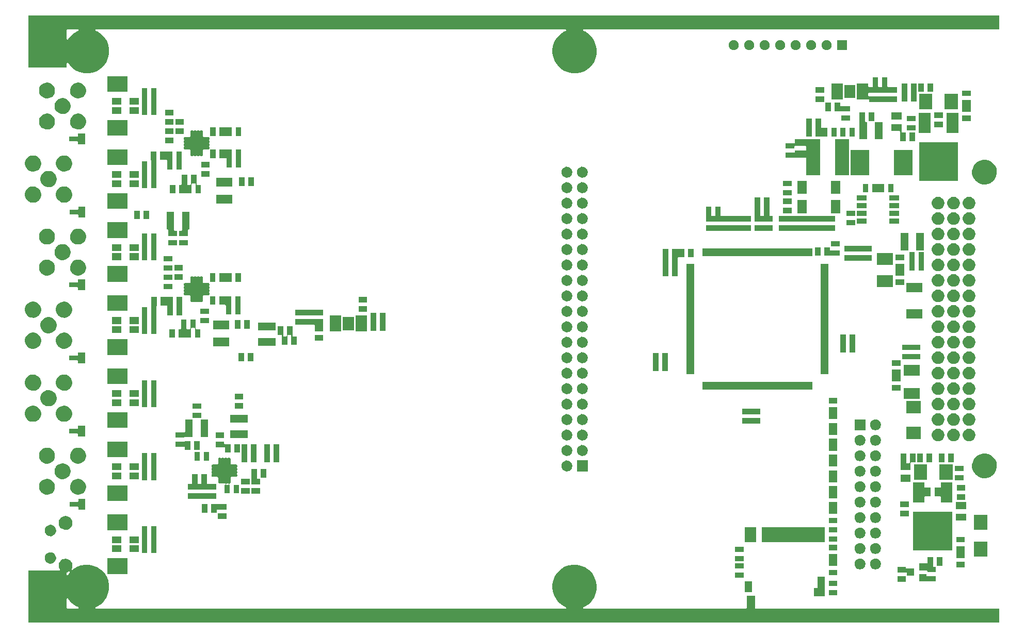
<source format=gts>
G04 (created by PCBNEW (2013-07-07 BZR 4022)-stable) date 02/01/2014 11:01:53*
%MOIN*%
G04 Gerber Fmt 3.4, Leading zero omitted, Abs format*
%FSLAX34Y34*%
G01*
G70*
G90*
G04 APERTURE LIST*
%ADD10C,0.00590551*%
G04 APERTURE END LIST*
G54D10*
G36*
X20662Y-29263D02*
X20660Y-29373D01*
X20636Y-29480D01*
X20597Y-29567D01*
X20533Y-29657D01*
X20464Y-29723D01*
X20371Y-29782D01*
X20282Y-29817D01*
X20174Y-29836D01*
X20079Y-29834D01*
X19971Y-29810D01*
X19884Y-29772D01*
X19793Y-29709D01*
X19727Y-29641D01*
X19667Y-29548D01*
X19632Y-29460D01*
X19612Y-29350D01*
X19613Y-29256D01*
X19637Y-29147D01*
X19674Y-29060D01*
X19737Y-28969D01*
X19804Y-28903D01*
X19897Y-28842D01*
X19984Y-28806D01*
X20094Y-28786D01*
X20188Y-28786D01*
X20297Y-28809D01*
X20384Y-28845D01*
X20477Y-28908D01*
X20542Y-28974D01*
X20604Y-29067D01*
X20640Y-29154D01*
X20662Y-29263D01*
X20662Y-29263D01*
G37*
G36*
X20662Y-31271D02*
X20660Y-31381D01*
X20636Y-31488D01*
X20597Y-31575D01*
X20533Y-31665D01*
X20464Y-31731D01*
X20371Y-31790D01*
X20282Y-31825D01*
X20174Y-31844D01*
X20079Y-31842D01*
X19971Y-31818D01*
X19884Y-31780D01*
X19793Y-31717D01*
X19727Y-31649D01*
X19667Y-31556D01*
X19632Y-31468D01*
X19612Y-31358D01*
X19613Y-31264D01*
X19637Y-31155D01*
X19674Y-31068D01*
X19737Y-30977D01*
X19804Y-30911D01*
X19897Y-30850D01*
X19984Y-30814D01*
X20094Y-30794D01*
X20188Y-30794D01*
X20297Y-30817D01*
X20384Y-30853D01*
X20477Y-30916D01*
X20542Y-30982D01*
X20604Y-31075D01*
X20640Y-31162D01*
X20662Y-31271D01*
X20662Y-31271D01*
G37*
G36*
X20662Y-38711D02*
X20660Y-38822D01*
X20636Y-38929D01*
X20597Y-39016D01*
X20533Y-39106D01*
X20464Y-39172D01*
X20371Y-39231D01*
X20282Y-39265D01*
X20174Y-39285D01*
X20079Y-39283D01*
X19971Y-39259D01*
X19884Y-39221D01*
X19793Y-39158D01*
X19727Y-39090D01*
X19667Y-38996D01*
X19632Y-38908D01*
X19612Y-38799D01*
X19613Y-38705D01*
X19637Y-38596D01*
X19674Y-38509D01*
X19737Y-38417D01*
X19804Y-38352D01*
X19897Y-38291D01*
X19984Y-38255D01*
X20094Y-38234D01*
X20188Y-38235D01*
X20297Y-38258D01*
X20384Y-38294D01*
X20477Y-38356D01*
X20542Y-38423D01*
X20604Y-38516D01*
X20640Y-38602D01*
X20662Y-38711D01*
X20662Y-38711D01*
G37*
G36*
X20662Y-40719D02*
X20660Y-40830D01*
X20636Y-40937D01*
X20597Y-41024D01*
X20533Y-41114D01*
X20464Y-41180D01*
X20371Y-41239D01*
X20282Y-41273D01*
X20174Y-41293D01*
X20079Y-41291D01*
X19971Y-41267D01*
X19884Y-41229D01*
X19793Y-41166D01*
X19727Y-41098D01*
X19667Y-41004D01*
X19632Y-40916D01*
X19612Y-40807D01*
X19613Y-40713D01*
X19637Y-40604D01*
X19674Y-40517D01*
X19737Y-40425D01*
X19804Y-40360D01*
X19897Y-40299D01*
X19984Y-40263D01*
X20094Y-40242D01*
X20188Y-40243D01*
X20297Y-40266D01*
X20384Y-40302D01*
X20477Y-40364D01*
X20542Y-40431D01*
X20604Y-40524D01*
X20640Y-40610D01*
X20662Y-40719D01*
X20662Y-40719D01*
G37*
G36*
X20662Y-43436D02*
X20660Y-43546D01*
X20636Y-43653D01*
X20597Y-43741D01*
X20533Y-43831D01*
X20464Y-43896D01*
X20371Y-43955D01*
X20282Y-43990D01*
X20174Y-44009D01*
X20079Y-44007D01*
X19971Y-43983D01*
X19884Y-43945D01*
X19793Y-43882D01*
X19727Y-43814D01*
X19667Y-43721D01*
X19632Y-43633D01*
X19612Y-43524D01*
X19613Y-43429D01*
X19637Y-43320D01*
X19674Y-43234D01*
X19737Y-43142D01*
X19804Y-43076D01*
X19897Y-43015D01*
X19984Y-42980D01*
X20094Y-42959D01*
X20188Y-42959D01*
X20297Y-42982D01*
X20384Y-43018D01*
X20477Y-43081D01*
X20542Y-43147D01*
X20604Y-43241D01*
X20640Y-43327D01*
X20662Y-43436D01*
X20662Y-43436D01*
G37*
G36*
X20662Y-45444D02*
X20660Y-45554D01*
X20636Y-45661D01*
X20597Y-45749D01*
X20533Y-45839D01*
X20464Y-45904D01*
X20371Y-45963D01*
X20282Y-45998D01*
X20174Y-46017D01*
X20079Y-46015D01*
X19971Y-45991D01*
X19884Y-45953D01*
X19793Y-45890D01*
X19727Y-45822D01*
X19667Y-45729D01*
X19632Y-45641D01*
X19612Y-45532D01*
X19613Y-45437D01*
X19637Y-45328D01*
X19674Y-45242D01*
X19737Y-45150D01*
X19804Y-45084D01*
X19897Y-45023D01*
X19984Y-44988D01*
X20094Y-44967D01*
X20188Y-44967D01*
X20297Y-44990D01*
X20384Y-45026D01*
X20477Y-45089D01*
X20542Y-45155D01*
X20604Y-45249D01*
X20640Y-45335D01*
X20662Y-45444D01*
X20662Y-45444D01*
G37*
G36*
X21557Y-24539D02*
X21556Y-24647D01*
X21532Y-24752D01*
X21494Y-24838D01*
X21431Y-24926D01*
X21364Y-24991D01*
X21272Y-25049D01*
X21185Y-25083D01*
X21079Y-25101D01*
X20985Y-25099D01*
X20879Y-25076D01*
X20794Y-25039D01*
X20705Y-24977D01*
X20640Y-24910D01*
X20581Y-24819D01*
X20547Y-24732D01*
X20528Y-24625D01*
X20529Y-24533D01*
X20552Y-24426D01*
X20588Y-24341D01*
X20650Y-24251D01*
X20716Y-24186D01*
X20807Y-24126D01*
X20893Y-24092D01*
X21000Y-24071D01*
X21092Y-24072D01*
X21200Y-24094D01*
X21284Y-24129D01*
X21376Y-24191D01*
X21440Y-24256D01*
X21501Y-24348D01*
X21536Y-24432D01*
X21557Y-24539D01*
X21557Y-24539D01*
G37*
G36*
X21557Y-26547D02*
X21556Y-26655D01*
X21532Y-26760D01*
X21494Y-26846D01*
X21431Y-26934D01*
X21364Y-26999D01*
X21272Y-27057D01*
X21185Y-27091D01*
X21079Y-27109D01*
X20985Y-27107D01*
X20879Y-27084D01*
X20794Y-27047D01*
X20705Y-26985D01*
X20640Y-26918D01*
X20581Y-26827D01*
X20547Y-26740D01*
X20528Y-26633D01*
X20529Y-26541D01*
X20552Y-26434D01*
X20588Y-26349D01*
X20650Y-26259D01*
X20716Y-26194D01*
X20807Y-26134D01*
X20893Y-26100D01*
X21000Y-26079D01*
X21092Y-26080D01*
X21200Y-26102D01*
X21284Y-26137D01*
X21376Y-26199D01*
X21440Y-26264D01*
X21501Y-26356D01*
X21536Y-26440D01*
X21557Y-26547D01*
X21557Y-26547D01*
G37*
G36*
X21557Y-33988D02*
X21556Y-34096D01*
X21532Y-34201D01*
X21494Y-34287D01*
X21431Y-34375D01*
X21364Y-34440D01*
X21272Y-34498D01*
X21185Y-34531D01*
X21079Y-34550D01*
X20985Y-34548D01*
X20879Y-34525D01*
X20794Y-34488D01*
X20705Y-34426D01*
X20640Y-34359D01*
X20581Y-34267D01*
X20547Y-34181D01*
X20528Y-34074D01*
X20529Y-33981D01*
X20552Y-33875D01*
X20588Y-33790D01*
X20650Y-33699D01*
X20716Y-33635D01*
X20807Y-33575D01*
X20893Y-33541D01*
X21000Y-33520D01*
X21092Y-33521D01*
X21200Y-33543D01*
X21284Y-33578D01*
X21376Y-33640D01*
X21440Y-33705D01*
X21501Y-33797D01*
X21536Y-33881D01*
X21557Y-33988D01*
X21557Y-33988D01*
G37*
G36*
X21557Y-35996D02*
X21556Y-36104D01*
X21532Y-36209D01*
X21494Y-36295D01*
X21431Y-36383D01*
X21364Y-36448D01*
X21272Y-36506D01*
X21185Y-36539D01*
X21079Y-36558D01*
X20985Y-36556D01*
X20879Y-36533D01*
X20794Y-36496D01*
X20705Y-36434D01*
X20640Y-36367D01*
X20581Y-36275D01*
X20547Y-36189D01*
X20528Y-36082D01*
X20529Y-35989D01*
X20552Y-35883D01*
X20588Y-35798D01*
X20650Y-35707D01*
X20716Y-35643D01*
X20807Y-35583D01*
X20893Y-35549D01*
X21000Y-35528D01*
X21092Y-35529D01*
X21200Y-35551D01*
X21284Y-35586D01*
X21376Y-35648D01*
X21440Y-35713D01*
X21501Y-35805D01*
X21536Y-35889D01*
X21557Y-35996D01*
X21557Y-35996D01*
G37*
G36*
X21557Y-48161D02*
X21556Y-48269D01*
X21532Y-48375D01*
X21494Y-48460D01*
X21431Y-48548D01*
X21364Y-48613D01*
X21272Y-48671D01*
X21185Y-48705D01*
X21079Y-48723D01*
X20985Y-48721D01*
X20879Y-48698D01*
X20794Y-48661D01*
X20705Y-48599D01*
X20640Y-48532D01*
X20581Y-48441D01*
X20547Y-48354D01*
X20528Y-48247D01*
X20529Y-48155D01*
X20552Y-48048D01*
X20588Y-47963D01*
X20650Y-47873D01*
X20716Y-47808D01*
X20807Y-47748D01*
X20893Y-47714D01*
X21000Y-47693D01*
X21092Y-47694D01*
X21200Y-47716D01*
X21284Y-47751D01*
X21376Y-47813D01*
X21440Y-47878D01*
X21501Y-47970D01*
X21536Y-48054D01*
X21557Y-48161D01*
X21557Y-48161D01*
G37*
G36*
X21557Y-50169D02*
X21556Y-50277D01*
X21532Y-50383D01*
X21494Y-50468D01*
X21431Y-50556D01*
X21364Y-50621D01*
X21272Y-50679D01*
X21185Y-50713D01*
X21079Y-50731D01*
X20985Y-50729D01*
X20879Y-50706D01*
X20794Y-50669D01*
X20705Y-50607D01*
X20640Y-50540D01*
X20581Y-50449D01*
X20547Y-50362D01*
X20528Y-50255D01*
X20529Y-50163D01*
X20552Y-50056D01*
X20588Y-49971D01*
X20650Y-49881D01*
X20716Y-49816D01*
X20807Y-49756D01*
X20893Y-49722D01*
X21000Y-49701D01*
X21092Y-49702D01*
X21200Y-49724D01*
X21284Y-49759D01*
X21376Y-49821D01*
X21440Y-49886D01*
X21501Y-49978D01*
X21536Y-50062D01*
X21557Y-50169D01*
X21557Y-50169D01*
G37*
G36*
X21626Y-53018D02*
X21625Y-53093D01*
X21608Y-53170D01*
X21581Y-53229D01*
X21536Y-53294D01*
X21489Y-53339D01*
X21422Y-53381D01*
X21362Y-53404D01*
X21284Y-53418D01*
X21220Y-53417D01*
X21142Y-53400D01*
X21083Y-53374D01*
X21018Y-53328D01*
X20973Y-53282D01*
X20930Y-53215D01*
X20906Y-53156D01*
X20892Y-53077D01*
X20893Y-53014D01*
X20909Y-52935D01*
X20934Y-52877D01*
X20980Y-52810D01*
X21025Y-52766D01*
X21093Y-52722D01*
X21151Y-52698D01*
X21230Y-52683D01*
X21293Y-52684D01*
X21373Y-52700D01*
X21431Y-52724D01*
X21498Y-52770D01*
X21542Y-52814D01*
X21587Y-52882D01*
X21611Y-52939D01*
X21626Y-53018D01*
X21626Y-53018D01*
G37*
G36*
X21626Y-54790D02*
X21625Y-54865D01*
X21608Y-54942D01*
X21581Y-55001D01*
X21536Y-55066D01*
X21489Y-55111D01*
X21422Y-55153D01*
X21362Y-55176D01*
X21284Y-55190D01*
X21220Y-55189D01*
X21142Y-55172D01*
X21083Y-55146D01*
X21018Y-55100D01*
X20973Y-55054D01*
X20930Y-54987D01*
X20906Y-54928D01*
X20892Y-54849D01*
X20893Y-54786D01*
X20909Y-54707D01*
X20934Y-54649D01*
X20980Y-54582D01*
X21025Y-54538D01*
X21093Y-54494D01*
X21151Y-54470D01*
X21230Y-54455D01*
X21293Y-54456D01*
X21373Y-54472D01*
X21431Y-54496D01*
X21498Y-54542D01*
X21542Y-54586D01*
X21587Y-54654D01*
X21611Y-54711D01*
X21626Y-54790D01*
X21626Y-54790D01*
G37*
G36*
X21666Y-30267D02*
X21664Y-30377D01*
X21640Y-30484D01*
X21601Y-30571D01*
X21537Y-30661D01*
X21468Y-30727D01*
X21375Y-30786D01*
X21286Y-30821D01*
X21178Y-30840D01*
X21083Y-30838D01*
X20975Y-30814D01*
X20888Y-30776D01*
X20797Y-30713D01*
X20731Y-30645D01*
X20671Y-30552D01*
X20636Y-30464D01*
X20616Y-30354D01*
X20617Y-30260D01*
X20641Y-30151D01*
X20678Y-30064D01*
X20741Y-29973D01*
X20808Y-29907D01*
X20901Y-29846D01*
X20988Y-29810D01*
X21098Y-29790D01*
X21192Y-29790D01*
X21301Y-29813D01*
X21388Y-29849D01*
X21481Y-29912D01*
X21546Y-29978D01*
X21608Y-30071D01*
X21644Y-30158D01*
X21666Y-30267D01*
X21666Y-30267D01*
G37*
G36*
X21666Y-39715D02*
X21664Y-39826D01*
X21640Y-39933D01*
X21601Y-40020D01*
X21537Y-40110D01*
X21468Y-40176D01*
X21375Y-40235D01*
X21286Y-40269D01*
X21178Y-40289D01*
X21083Y-40287D01*
X20975Y-40263D01*
X20888Y-40225D01*
X20797Y-40162D01*
X20731Y-40094D01*
X20671Y-40000D01*
X20636Y-39912D01*
X20616Y-39803D01*
X20617Y-39709D01*
X20641Y-39600D01*
X20678Y-39513D01*
X20741Y-39421D01*
X20808Y-39356D01*
X20901Y-39295D01*
X20988Y-39259D01*
X21098Y-39238D01*
X21192Y-39239D01*
X21301Y-39262D01*
X21388Y-39298D01*
X21481Y-39360D01*
X21546Y-39427D01*
X21608Y-39520D01*
X21644Y-39606D01*
X21666Y-39715D01*
X21666Y-39715D01*
G37*
G36*
X21666Y-44440D02*
X21664Y-44550D01*
X21640Y-44657D01*
X21601Y-44745D01*
X21537Y-44835D01*
X21468Y-44900D01*
X21375Y-44959D01*
X21286Y-44994D01*
X21178Y-45013D01*
X21083Y-45011D01*
X20975Y-44987D01*
X20888Y-44949D01*
X20797Y-44886D01*
X20731Y-44818D01*
X20671Y-44725D01*
X20636Y-44637D01*
X20616Y-44528D01*
X20617Y-44433D01*
X20641Y-44324D01*
X20678Y-44238D01*
X20741Y-44146D01*
X20808Y-44080D01*
X20901Y-44019D01*
X20988Y-43984D01*
X21098Y-43963D01*
X21192Y-43963D01*
X21301Y-43986D01*
X21388Y-44022D01*
X21481Y-44085D01*
X21546Y-44151D01*
X21608Y-44245D01*
X21644Y-44331D01*
X21666Y-44440D01*
X21666Y-44440D01*
G37*
G36*
X22561Y-25543D02*
X22560Y-25651D01*
X22536Y-25756D01*
X22498Y-25842D01*
X22435Y-25930D01*
X22368Y-25995D01*
X22276Y-26053D01*
X22189Y-26087D01*
X22083Y-26105D01*
X21989Y-26103D01*
X21883Y-26080D01*
X21798Y-26043D01*
X21709Y-25981D01*
X21644Y-25914D01*
X21585Y-25823D01*
X21551Y-25736D01*
X21532Y-25629D01*
X21533Y-25537D01*
X21556Y-25430D01*
X21592Y-25345D01*
X21654Y-25255D01*
X21720Y-25190D01*
X21811Y-25130D01*
X21897Y-25096D01*
X22004Y-25075D01*
X22096Y-25076D01*
X22204Y-25098D01*
X22288Y-25133D01*
X22380Y-25195D01*
X22444Y-25260D01*
X22505Y-25352D01*
X22540Y-25436D01*
X22561Y-25543D01*
X22561Y-25543D01*
G37*
G36*
X22561Y-34992D02*
X22560Y-35100D01*
X22536Y-35205D01*
X22498Y-35291D01*
X22435Y-35379D01*
X22368Y-35444D01*
X22276Y-35502D01*
X22189Y-35535D01*
X22083Y-35554D01*
X21989Y-35552D01*
X21883Y-35529D01*
X21798Y-35492D01*
X21709Y-35430D01*
X21644Y-35363D01*
X21585Y-35271D01*
X21551Y-35185D01*
X21532Y-35078D01*
X21533Y-34985D01*
X21556Y-34879D01*
X21592Y-34794D01*
X21654Y-34703D01*
X21720Y-34639D01*
X21811Y-34579D01*
X21897Y-34545D01*
X22004Y-34524D01*
X22096Y-34525D01*
X22204Y-34547D01*
X22288Y-34582D01*
X22380Y-34644D01*
X22444Y-34709D01*
X22505Y-34801D01*
X22540Y-34885D01*
X22561Y-34992D01*
X22561Y-34992D01*
G37*
G36*
X22561Y-49165D02*
X22560Y-49273D01*
X22536Y-49379D01*
X22498Y-49464D01*
X22435Y-49552D01*
X22368Y-49617D01*
X22276Y-49675D01*
X22189Y-49709D01*
X22083Y-49727D01*
X21989Y-49725D01*
X21883Y-49702D01*
X21798Y-49665D01*
X21709Y-49603D01*
X21644Y-49536D01*
X21585Y-49445D01*
X21551Y-49358D01*
X21532Y-49251D01*
X21533Y-49159D01*
X21556Y-49052D01*
X21592Y-48967D01*
X21654Y-48877D01*
X21720Y-48812D01*
X21811Y-48752D01*
X21897Y-48718D01*
X22004Y-48697D01*
X22096Y-48698D01*
X22204Y-48720D01*
X22288Y-48755D01*
X22380Y-48817D01*
X22444Y-48882D01*
X22505Y-48974D01*
X22540Y-49058D01*
X22561Y-49165D01*
X22561Y-49165D01*
G37*
G36*
X22670Y-29263D02*
X22668Y-29373D01*
X22644Y-29480D01*
X22605Y-29567D01*
X22541Y-29657D01*
X22472Y-29723D01*
X22379Y-29782D01*
X22290Y-29817D01*
X22182Y-29836D01*
X22087Y-29834D01*
X21979Y-29810D01*
X21892Y-29772D01*
X21801Y-29709D01*
X21735Y-29641D01*
X21675Y-29548D01*
X21640Y-29460D01*
X21620Y-29350D01*
X21621Y-29256D01*
X21645Y-29147D01*
X21682Y-29060D01*
X21745Y-28969D01*
X21812Y-28903D01*
X21905Y-28842D01*
X21992Y-28806D01*
X22102Y-28786D01*
X22196Y-28786D01*
X22305Y-28809D01*
X22392Y-28845D01*
X22485Y-28908D01*
X22550Y-28974D01*
X22612Y-29067D01*
X22648Y-29154D01*
X22670Y-29263D01*
X22670Y-29263D01*
G37*
G36*
X22670Y-31271D02*
X22668Y-31381D01*
X22644Y-31488D01*
X22605Y-31575D01*
X22541Y-31665D01*
X22472Y-31731D01*
X22379Y-31790D01*
X22290Y-31825D01*
X22182Y-31844D01*
X22087Y-31842D01*
X21979Y-31818D01*
X21892Y-31780D01*
X21801Y-31717D01*
X21735Y-31649D01*
X21675Y-31556D01*
X21640Y-31468D01*
X21620Y-31358D01*
X21621Y-31264D01*
X21645Y-31155D01*
X21682Y-31068D01*
X21745Y-30977D01*
X21812Y-30911D01*
X21905Y-30850D01*
X21992Y-30814D01*
X22102Y-30794D01*
X22196Y-30794D01*
X22305Y-30817D01*
X22392Y-30853D01*
X22485Y-30916D01*
X22550Y-30982D01*
X22612Y-31075D01*
X22648Y-31162D01*
X22670Y-31271D01*
X22670Y-31271D01*
G37*
G36*
X22670Y-38711D02*
X22668Y-38822D01*
X22644Y-38929D01*
X22605Y-39016D01*
X22541Y-39106D01*
X22472Y-39172D01*
X22379Y-39231D01*
X22290Y-39265D01*
X22182Y-39285D01*
X22087Y-39283D01*
X21979Y-39259D01*
X21892Y-39221D01*
X21801Y-39158D01*
X21735Y-39090D01*
X21675Y-38996D01*
X21640Y-38908D01*
X21620Y-38799D01*
X21621Y-38705D01*
X21645Y-38596D01*
X21682Y-38509D01*
X21745Y-38417D01*
X21812Y-38352D01*
X21905Y-38291D01*
X21992Y-38255D01*
X22102Y-38234D01*
X22196Y-38235D01*
X22305Y-38258D01*
X22392Y-38294D01*
X22485Y-38356D01*
X22550Y-38423D01*
X22612Y-38516D01*
X22648Y-38602D01*
X22670Y-38711D01*
X22670Y-38711D01*
G37*
G36*
X22670Y-40719D02*
X22668Y-40830D01*
X22644Y-40937D01*
X22605Y-41024D01*
X22541Y-41114D01*
X22472Y-41180D01*
X22379Y-41239D01*
X22290Y-41273D01*
X22182Y-41293D01*
X22087Y-41291D01*
X21979Y-41267D01*
X21892Y-41229D01*
X21801Y-41166D01*
X21735Y-41098D01*
X21675Y-41004D01*
X21640Y-40916D01*
X21620Y-40807D01*
X21621Y-40713D01*
X21645Y-40604D01*
X21682Y-40517D01*
X21745Y-40425D01*
X21812Y-40360D01*
X21905Y-40299D01*
X21992Y-40263D01*
X22102Y-40242D01*
X22196Y-40243D01*
X22305Y-40266D01*
X22392Y-40302D01*
X22485Y-40364D01*
X22550Y-40431D01*
X22612Y-40524D01*
X22648Y-40610D01*
X22670Y-40719D01*
X22670Y-40719D01*
G37*
G36*
X22670Y-43436D02*
X22668Y-43546D01*
X22644Y-43653D01*
X22605Y-43741D01*
X22541Y-43831D01*
X22472Y-43896D01*
X22379Y-43955D01*
X22290Y-43990D01*
X22182Y-44009D01*
X22087Y-44007D01*
X21979Y-43983D01*
X21892Y-43945D01*
X21801Y-43882D01*
X21735Y-43814D01*
X21675Y-43721D01*
X21640Y-43633D01*
X21620Y-43524D01*
X21621Y-43429D01*
X21645Y-43320D01*
X21682Y-43234D01*
X21745Y-43142D01*
X21812Y-43076D01*
X21905Y-43015D01*
X21992Y-42980D01*
X22102Y-42959D01*
X22196Y-42959D01*
X22305Y-42982D01*
X22392Y-43018D01*
X22485Y-43081D01*
X22550Y-43147D01*
X22612Y-43241D01*
X22648Y-43327D01*
X22670Y-43436D01*
X22670Y-43436D01*
G37*
G36*
X22670Y-45444D02*
X22668Y-45554D01*
X22644Y-45661D01*
X22605Y-45749D01*
X22541Y-45839D01*
X22472Y-45904D01*
X22379Y-45963D01*
X22290Y-45998D01*
X22182Y-46017D01*
X22087Y-46015D01*
X21979Y-45991D01*
X21892Y-45953D01*
X21801Y-45890D01*
X21735Y-45822D01*
X21675Y-45729D01*
X21640Y-45641D01*
X21620Y-45532D01*
X21621Y-45437D01*
X21645Y-45328D01*
X21682Y-45242D01*
X21745Y-45150D01*
X21812Y-45084D01*
X21905Y-45023D01*
X21992Y-44988D01*
X22102Y-44967D01*
X22196Y-44967D01*
X22305Y-44990D01*
X22392Y-45026D01*
X22485Y-45089D01*
X22550Y-45155D01*
X22612Y-45249D01*
X22648Y-45335D01*
X22670Y-45444D01*
X22670Y-45444D01*
G37*
G36*
X22685Y-52518D02*
X22683Y-52611D01*
X22663Y-52703D01*
X22630Y-52776D01*
X22575Y-52853D01*
X22518Y-52909D01*
X22438Y-52959D01*
X22363Y-52988D01*
X22270Y-53005D01*
X22190Y-53003D01*
X22097Y-52983D01*
X22025Y-52951D01*
X21946Y-52897D01*
X21891Y-52839D01*
X21840Y-52759D01*
X21811Y-52686D01*
X21793Y-52592D01*
X21794Y-52513D01*
X21814Y-52419D01*
X21845Y-52347D01*
X21900Y-52268D01*
X21956Y-52213D01*
X22036Y-52160D01*
X22109Y-52131D01*
X22203Y-52113D01*
X22282Y-52113D01*
X22376Y-52133D01*
X22448Y-52163D01*
X22528Y-52217D01*
X22583Y-52272D01*
X22637Y-52353D01*
X22666Y-52425D01*
X22685Y-52518D01*
X22685Y-52518D01*
G37*
G36*
X23497Y-28064D02*
X23038Y-28064D01*
X23038Y-27925D01*
X23038Y-27905D01*
X23031Y-27888D01*
X23018Y-27874D01*
X23000Y-27867D01*
X22981Y-27867D01*
X22486Y-27867D01*
X22486Y-27565D01*
X22981Y-27565D01*
X23000Y-27565D01*
X23018Y-27558D01*
X23031Y-27544D01*
X23038Y-27527D01*
X23038Y-27508D01*
X23038Y-27368D01*
X23497Y-27368D01*
X23497Y-27705D01*
X23497Y-27708D01*
X23497Y-27724D01*
X23497Y-27728D01*
X23497Y-28064D01*
X23497Y-28064D01*
G37*
G36*
X23497Y-37512D02*
X23038Y-37512D01*
X23038Y-37373D01*
X23038Y-37354D01*
X23031Y-37336D01*
X23018Y-37323D01*
X23000Y-37315D01*
X22981Y-37315D01*
X22486Y-37315D01*
X22486Y-37014D01*
X22981Y-37014D01*
X23000Y-37014D01*
X23018Y-37007D01*
X23031Y-36993D01*
X23038Y-36976D01*
X23038Y-36956D01*
X23038Y-36817D01*
X23497Y-36817D01*
X23497Y-37153D01*
X23497Y-37157D01*
X23497Y-37173D01*
X23497Y-37176D01*
X23497Y-37512D01*
X23497Y-37512D01*
G37*
G36*
X23497Y-42237D02*
X23038Y-42237D01*
X23038Y-42098D01*
X23038Y-42079D01*
X23031Y-42061D01*
X23018Y-42047D01*
X23000Y-42040D01*
X22981Y-42040D01*
X22486Y-42040D01*
X22486Y-41739D01*
X22981Y-41739D01*
X23000Y-41739D01*
X23018Y-41731D01*
X23031Y-41718D01*
X23038Y-41700D01*
X23038Y-41681D01*
X23038Y-41542D01*
X23497Y-41542D01*
X23497Y-41878D01*
X23497Y-41882D01*
X23497Y-41897D01*
X23497Y-41901D01*
X23497Y-42237D01*
X23497Y-42237D01*
G37*
G36*
X23497Y-46961D02*
X23038Y-46961D01*
X23038Y-46822D01*
X23038Y-46803D01*
X23031Y-46785D01*
X23018Y-46772D01*
X23000Y-46764D01*
X22981Y-46764D01*
X22486Y-46764D01*
X22486Y-46463D01*
X22981Y-46463D01*
X23000Y-46463D01*
X23018Y-46456D01*
X23031Y-46442D01*
X23038Y-46424D01*
X23038Y-46405D01*
X23038Y-46266D01*
X23497Y-46266D01*
X23497Y-46602D01*
X23497Y-46606D01*
X23497Y-46621D01*
X23497Y-46625D01*
X23497Y-46961D01*
X23497Y-46961D01*
G37*
G36*
X23516Y-32788D02*
X23058Y-32788D01*
X23058Y-32649D01*
X23058Y-32630D01*
X23051Y-32612D01*
X23037Y-32598D01*
X23020Y-32591D01*
X23000Y-32591D01*
X22506Y-32591D01*
X22506Y-32290D01*
X23000Y-32290D01*
X23020Y-32290D01*
X23037Y-32282D01*
X23051Y-32269D01*
X23058Y-32251D01*
X23058Y-32232D01*
X23058Y-32093D01*
X23516Y-32093D01*
X23516Y-32429D01*
X23516Y-32433D01*
X23516Y-32448D01*
X23516Y-32452D01*
X23516Y-32788D01*
X23516Y-32788D01*
G37*
G36*
X23516Y-51686D02*
X23058Y-51686D01*
X23058Y-51547D01*
X23058Y-51527D01*
X23051Y-51510D01*
X23037Y-51496D01*
X23020Y-51489D01*
X23000Y-51489D01*
X22506Y-51489D01*
X22506Y-51187D01*
X23000Y-51187D01*
X23020Y-51187D01*
X23037Y-51180D01*
X23051Y-51167D01*
X23058Y-51149D01*
X23058Y-51130D01*
X23058Y-50990D01*
X23516Y-50990D01*
X23516Y-51327D01*
X23516Y-51330D01*
X23516Y-51346D01*
X23516Y-51350D01*
X23516Y-51686D01*
X23516Y-51686D01*
G37*
G36*
X23565Y-24539D02*
X23564Y-24647D01*
X23540Y-24752D01*
X23502Y-24838D01*
X23439Y-24926D01*
X23372Y-24991D01*
X23280Y-25049D01*
X23193Y-25083D01*
X23087Y-25101D01*
X22993Y-25099D01*
X22887Y-25076D01*
X22802Y-25039D01*
X22713Y-24977D01*
X22648Y-24910D01*
X22589Y-24819D01*
X22555Y-24732D01*
X22536Y-24625D01*
X22537Y-24533D01*
X22560Y-24426D01*
X22596Y-24341D01*
X22658Y-24251D01*
X22724Y-24186D01*
X22815Y-24126D01*
X22901Y-24092D01*
X23008Y-24071D01*
X23100Y-24072D01*
X23208Y-24094D01*
X23292Y-24129D01*
X23384Y-24191D01*
X23448Y-24256D01*
X23509Y-24348D01*
X23544Y-24432D01*
X23565Y-24539D01*
X23565Y-24539D01*
G37*
G36*
X23565Y-26547D02*
X23564Y-26655D01*
X23540Y-26760D01*
X23502Y-26846D01*
X23439Y-26934D01*
X23372Y-26999D01*
X23280Y-27057D01*
X23193Y-27091D01*
X23087Y-27109D01*
X22993Y-27107D01*
X22887Y-27084D01*
X22802Y-27047D01*
X22713Y-26985D01*
X22648Y-26918D01*
X22589Y-26827D01*
X22555Y-26740D01*
X22536Y-26633D01*
X22537Y-26541D01*
X22560Y-26434D01*
X22596Y-26349D01*
X22658Y-26259D01*
X22724Y-26194D01*
X22815Y-26134D01*
X22901Y-26100D01*
X23008Y-26079D01*
X23100Y-26080D01*
X23208Y-26102D01*
X23292Y-26137D01*
X23384Y-26199D01*
X23448Y-26264D01*
X23509Y-26356D01*
X23544Y-26440D01*
X23565Y-26547D01*
X23565Y-26547D01*
G37*
G36*
X23565Y-33988D02*
X23564Y-34096D01*
X23540Y-34201D01*
X23502Y-34287D01*
X23439Y-34375D01*
X23372Y-34440D01*
X23280Y-34498D01*
X23193Y-34531D01*
X23087Y-34550D01*
X22993Y-34548D01*
X22887Y-34525D01*
X22802Y-34488D01*
X22713Y-34426D01*
X22648Y-34359D01*
X22589Y-34267D01*
X22555Y-34181D01*
X22536Y-34074D01*
X22537Y-33981D01*
X22560Y-33875D01*
X22596Y-33790D01*
X22658Y-33699D01*
X22724Y-33635D01*
X22815Y-33575D01*
X22901Y-33541D01*
X23008Y-33520D01*
X23100Y-33521D01*
X23208Y-33543D01*
X23292Y-33578D01*
X23384Y-33640D01*
X23448Y-33705D01*
X23509Y-33797D01*
X23544Y-33881D01*
X23565Y-33988D01*
X23565Y-33988D01*
G37*
G36*
X23565Y-35996D02*
X23564Y-36104D01*
X23540Y-36209D01*
X23502Y-36295D01*
X23439Y-36383D01*
X23372Y-36448D01*
X23280Y-36506D01*
X23193Y-36539D01*
X23087Y-36558D01*
X22993Y-36556D01*
X22887Y-36533D01*
X22802Y-36496D01*
X22713Y-36434D01*
X22648Y-36367D01*
X22589Y-36275D01*
X22555Y-36189D01*
X22536Y-36082D01*
X22537Y-35989D01*
X22560Y-35883D01*
X22596Y-35798D01*
X22658Y-35707D01*
X22724Y-35643D01*
X22815Y-35583D01*
X22901Y-35549D01*
X23008Y-35528D01*
X23100Y-35529D01*
X23208Y-35551D01*
X23292Y-35586D01*
X23384Y-35648D01*
X23448Y-35713D01*
X23509Y-35805D01*
X23544Y-35889D01*
X23565Y-35996D01*
X23565Y-35996D01*
G37*
G36*
X23565Y-48161D02*
X23564Y-48269D01*
X23540Y-48375D01*
X23502Y-48460D01*
X23439Y-48548D01*
X23372Y-48613D01*
X23280Y-48671D01*
X23193Y-48705D01*
X23087Y-48723D01*
X22993Y-48721D01*
X22887Y-48698D01*
X22802Y-48661D01*
X22713Y-48599D01*
X22648Y-48532D01*
X22589Y-48441D01*
X22555Y-48354D01*
X22536Y-48247D01*
X22537Y-48155D01*
X22560Y-48048D01*
X22596Y-47963D01*
X22658Y-47873D01*
X22724Y-47808D01*
X22815Y-47748D01*
X22901Y-47714D01*
X23008Y-47693D01*
X23100Y-47694D01*
X23208Y-47716D01*
X23292Y-47751D01*
X23384Y-47813D01*
X23448Y-47878D01*
X23509Y-47970D01*
X23544Y-48054D01*
X23565Y-48161D01*
X23565Y-48161D01*
G37*
G36*
X23565Y-50169D02*
X23564Y-50277D01*
X23540Y-50383D01*
X23502Y-50468D01*
X23439Y-50556D01*
X23372Y-50621D01*
X23280Y-50679D01*
X23193Y-50713D01*
X23087Y-50731D01*
X22993Y-50729D01*
X22887Y-50706D01*
X22802Y-50669D01*
X22713Y-50607D01*
X22648Y-50540D01*
X22589Y-50449D01*
X22555Y-50362D01*
X22536Y-50255D01*
X22537Y-50163D01*
X22560Y-50056D01*
X22596Y-49971D01*
X22658Y-49881D01*
X22724Y-49816D01*
X22815Y-49756D01*
X22901Y-49722D01*
X23008Y-49701D01*
X23100Y-49702D01*
X23208Y-49724D01*
X23292Y-49759D01*
X23384Y-49821D01*
X23448Y-49886D01*
X23509Y-49978D01*
X23544Y-50062D01*
X23565Y-50169D01*
X23565Y-50169D01*
G37*
G36*
X25839Y-25515D02*
X25243Y-25515D01*
X25243Y-25075D01*
X25839Y-25075D01*
X25839Y-25515D01*
X25839Y-25515D01*
G37*
G36*
X25839Y-26105D02*
X25243Y-26105D01*
X25243Y-25665D01*
X25839Y-25665D01*
X25839Y-26105D01*
X25839Y-26105D01*
G37*
G36*
X25839Y-30239D02*
X25243Y-30239D01*
X25243Y-29800D01*
X25839Y-29800D01*
X25839Y-30239D01*
X25839Y-30239D01*
G37*
G36*
X25839Y-30829D02*
X25243Y-30829D01*
X25243Y-30390D01*
X25839Y-30390D01*
X25839Y-30829D01*
X25839Y-30829D01*
G37*
G36*
X25839Y-34963D02*
X25243Y-34963D01*
X25243Y-34524D01*
X25839Y-34524D01*
X25839Y-34963D01*
X25839Y-34963D01*
G37*
G36*
X25839Y-35553D02*
X25243Y-35553D01*
X25243Y-35114D01*
X25839Y-35114D01*
X25839Y-35553D01*
X25839Y-35553D01*
G37*
G36*
X25839Y-39688D02*
X25243Y-39688D01*
X25243Y-39249D01*
X25839Y-39249D01*
X25839Y-39688D01*
X25839Y-39688D01*
G37*
G36*
X25839Y-40278D02*
X25243Y-40278D01*
X25243Y-39839D01*
X25839Y-39839D01*
X25839Y-40278D01*
X25839Y-40278D01*
G37*
G36*
X25839Y-44412D02*
X25243Y-44412D01*
X25243Y-43973D01*
X25839Y-43973D01*
X25839Y-44412D01*
X25839Y-44412D01*
G37*
G36*
X25839Y-45002D02*
X25243Y-45002D01*
X25243Y-44563D01*
X25839Y-44563D01*
X25839Y-45002D01*
X25839Y-45002D01*
G37*
G36*
X25839Y-49137D02*
X25243Y-49137D01*
X25243Y-48697D01*
X25839Y-48697D01*
X25839Y-49137D01*
X25839Y-49137D01*
G37*
G36*
X25839Y-49727D02*
X25243Y-49727D01*
X25243Y-49287D01*
X25839Y-49287D01*
X25839Y-49727D01*
X25839Y-49727D01*
G37*
G36*
X25839Y-53861D02*
X25243Y-53861D01*
X25243Y-53422D01*
X25839Y-53422D01*
X25839Y-53861D01*
X25839Y-53861D01*
G37*
G36*
X25839Y-54451D02*
X25243Y-54451D01*
X25243Y-54012D01*
X25839Y-54012D01*
X25839Y-54451D01*
X25839Y-54451D01*
G37*
G36*
X26233Y-24678D02*
X24947Y-24678D01*
X24947Y-23668D01*
X26233Y-23668D01*
X26233Y-24678D01*
X26233Y-24678D01*
G37*
G36*
X26233Y-27512D02*
X24947Y-27512D01*
X24947Y-26502D01*
X26233Y-26502D01*
X26233Y-27512D01*
X26233Y-27512D01*
G37*
G36*
X26233Y-29403D02*
X24947Y-29403D01*
X24947Y-28392D01*
X26233Y-28392D01*
X26233Y-29403D01*
X26233Y-29403D01*
G37*
G36*
X26233Y-32237D02*
X24947Y-32237D01*
X24947Y-31226D01*
X26233Y-31226D01*
X26233Y-32237D01*
X26233Y-32237D01*
G37*
G36*
X26233Y-34127D02*
X24947Y-34127D01*
X24947Y-33117D01*
X26233Y-33117D01*
X26233Y-34127D01*
X26233Y-34127D01*
G37*
G36*
X26233Y-36961D02*
X24947Y-36961D01*
X24947Y-35951D01*
X26233Y-35951D01*
X26233Y-36961D01*
X26233Y-36961D01*
G37*
G36*
X26233Y-38851D02*
X24947Y-38851D01*
X24947Y-37841D01*
X26233Y-37841D01*
X26233Y-38851D01*
X26233Y-38851D01*
G37*
G36*
X26233Y-41685D02*
X24947Y-41685D01*
X24947Y-40675D01*
X26233Y-40675D01*
X26233Y-41685D01*
X26233Y-41685D01*
G37*
G36*
X26233Y-43576D02*
X24947Y-43576D01*
X24947Y-42566D01*
X26233Y-42566D01*
X26233Y-43576D01*
X26233Y-43576D01*
G37*
G36*
X26233Y-46410D02*
X24947Y-46410D01*
X24947Y-45400D01*
X26233Y-45400D01*
X26233Y-46410D01*
X26233Y-46410D01*
G37*
G36*
X26233Y-48300D02*
X24947Y-48300D01*
X24947Y-47290D01*
X26233Y-47290D01*
X26233Y-48300D01*
X26233Y-48300D01*
G37*
G36*
X26233Y-51134D02*
X24947Y-51134D01*
X24947Y-50124D01*
X26233Y-50124D01*
X26233Y-51134D01*
X26233Y-51134D01*
G37*
G36*
X26233Y-53025D02*
X24947Y-53025D01*
X24947Y-52014D01*
X26233Y-52014D01*
X26233Y-53025D01*
X26233Y-53025D01*
G37*
G36*
X26233Y-55859D02*
X24947Y-55859D01*
X24947Y-54848D01*
X26233Y-54848D01*
X26233Y-55859D01*
X26233Y-55859D01*
G37*
G36*
X26961Y-25515D02*
X26365Y-25515D01*
X26365Y-25075D01*
X26961Y-25075D01*
X26961Y-25515D01*
X26961Y-25515D01*
G37*
G36*
X26961Y-26105D02*
X26365Y-26105D01*
X26365Y-25665D01*
X26961Y-25665D01*
X26961Y-26105D01*
X26961Y-26105D01*
G37*
G36*
X26961Y-30239D02*
X26365Y-30239D01*
X26365Y-29800D01*
X26961Y-29800D01*
X26961Y-30239D01*
X26961Y-30239D01*
G37*
G36*
X26961Y-30829D02*
X26365Y-30829D01*
X26365Y-30390D01*
X26961Y-30390D01*
X26961Y-30829D01*
X26961Y-30829D01*
G37*
G36*
X26961Y-34963D02*
X26365Y-34963D01*
X26365Y-34524D01*
X26961Y-34524D01*
X26961Y-34963D01*
X26961Y-34963D01*
G37*
G36*
X26961Y-35553D02*
X26365Y-35553D01*
X26365Y-35114D01*
X26961Y-35114D01*
X26961Y-35553D01*
X26961Y-35553D01*
G37*
G36*
X26961Y-39688D02*
X26365Y-39688D01*
X26365Y-39249D01*
X26961Y-39249D01*
X26961Y-39688D01*
X26961Y-39688D01*
G37*
G36*
X26961Y-40278D02*
X26365Y-40278D01*
X26365Y-39839D01*
X26961Y-39839D01*
X26961Y-40278D01*
X26961Y-40278D01*
G37*
G36*
X26961Y-44412D02*
X26365Y-44412D01*
X26365Y-43973D01*
X26961Y-43973D01*
X26961Y-44412D01*
X26961Y-44412D01*
G37*
G36*
X26961Y-45002D02*
X26365Y-45002D01*
X26365Y-44563D01*
X26961Y-44563D01*
X26961Y-45002D01*
X26961Y-45002D01*
G37*
G36*
X26961Y-49137D02*
X26365Y-49137D01*
X26365Y-48697D01*
X26961Y-48697D01*
X26961Y-49137D01*
X26961Y-49137D01*
G37*
G36*
X26961Y-49727D02*
X26365Y-49727D01*
X26365Y-49287D01*
X26961Y-49287D01*
X26961Y-49727D01*
X26961Y-49727D01*
G37*
G36*
X26961Y-53861D02*
X26365Y-53861D01*
X26365Y-53422D01*
X26961Y-53422D01*
X26961Y-53861D01*
X26961Y-53861D01*
G37*
G36*
X26961Y-54451D02*
X26365Y-54451D01*
X26365Y-54012D01*
X26961Y-54012D01*
X26961Y-54451D01*
X26961Y-54451D01*
G37*
G36*
X27042Y-32914D02*
X26688Y-32914D01*
X26688Y-32360D01*
X27042Y-32360D01*
X27042Y-32914D01*
X27042Y-32914D01*
G37*
G36*
X27514Y-26162D02*
X27160Y-26162D01*
X27160Y-25630D01*
X27160Y-25611D01*
X27160Y-25570D01*
X27160Y-25550D01*
X27160Y-25039D01*
X27160Y-25020D01*
X27160Y-24979D01*
X27160Y-24960D01*
X27160Y-24427D01*
X27514Y-24427D01*
X27514Y-24960D01*
X27514Y-24979D01*
X27514Y-25020D01*
X27514Y-25039D01*
X27514Y-25550D01*
X27514Y-25570D01*
X27514Y-25611D01*
X27514Y-25630D01*
X27514Y-26162D01*
X27514Y-26162D01*
G37*
G36*
X27514Y-30887D02*
X27160Y-30887D01*
X27160Y-30354D01*
X27160Y-30335D01*
X27160Y-30294D01*
X27160Y-30275D01*
X27160Y-29764D01*
X27160Y-29744D01*
X27160Y-29703D01*
X27160Y-29684D01*
X27160Y-29152D01*
X27514Y-29152D01*
X27514Y-29684D01*
X27514Y-29703D01*
X27514Y-29744D01*
X27514Y-29764D01*
X27514Y-30275D01*
X27514Y-30294D01*
X27514Y-30335D01*
X27514Y-30354D01*
X27514Y-30887D01*
X27514Y-30887D01*
G37*
G36*
X27514Y-34427D02*
X27514Y-34429D01*
X27514Y-34449D01*
X27514Y-34961D01*
X27514Y-34980D01*
X27514Y-35021D01*
X27514Y-35040D01*
X27514Y-35573D01*
X27159Y-35573D01*
X27159Y-35040D01*
X27159Y-35021D01*
X27159Y-34980D01*
X27159Y-34961D01*
X27159Y-34391D01*
X27160Y-34389D01*
X27160Y-34370D01*
X27160Y-33837D01*
X27514Y-33837D01*
X27514Y-34427D01*
X27514Y-34427D01*
G37*
G36*
X27514Y-40336D02*
X27160Y-40336D01*
X27160Y-39803D01*
X27160Y-39784D01*
X27160Y-39743D01*
X27160Y-39724D01*
X27160Y-39212D01*
X27160Y-39193D01*
X27160Y-39152D01*
X27160Y-39133D01*
X27160Y-38600D01*
X27514Y-38600D01*
X27514Y-39133D01*
X27514Y-39152D01*
X27514Y-39193D01*
X27514Y-39212D01*
X27514Y-39724D01*
X27514Y-39743D01*
X27514Y-39784D01*
X27514Y-39803D01*
X27514Y-40336D01*
X27514Y-40336D01*
G37*
G36*
X27514Y-45060D02*
X27160Y-45060D01*
X27160Y-44527D01*
X27160Y-44508D01*
X27160Y-44467D01*
X27160Y-44448D01*
X27160Y-43937D01*
X27160Y-43918D01*
X27160Y-43877D01*
X27160Y-43857D01*
X27160Y-43325D01*
X27514Y-43325D01*
X27514Y-43857D01*
X27514Y-43877D01*
X27514Y-43918D01*
X27514Y-43937D01*
X27514Y-44448D01*
X27514Y-44467D01*
X27514Y-44508D01*
X27514Y-44527D01*
X27514Y-45060D01*
X27514Y-45060D01*
G37*
G36*
X27514Y-49785D02*
X27160Y-49785D01*
X27160Y-49252D01*
X27160Y-49233D01*
X27160Y-49192D01*
X27160Y-49172D01*
X27160Y-48661D01*
X27160Y-48642D01*
X27160Y-48601D01*
X27160Y-48582D01*
X27160Y-48049D01*
X27514Y-48049D01*
X27514Y-48582D01*
X27514Y-48601D01*
X27514Y-48642D01*
X27514Y-48661D01*
X27514Y-49172D01*
X27514Y-49192D01*
X27514Y-49233D01*
X27514Y-49252D01*
X27514Y-49785D01*
X27514Y-49785D01*
G37*
G36*
X27514Y-54509D02*
X27160Y-54509D01*
X27160Y-53976D01*
X27160Y-53957D01*
X27160Y-53916D01*
X27160Y-53897D01*
X27160Y-53386D01*
X27160Y-53366D01*
X27160Y-53325D01*
X27160Y-53306D01*
X27160Y-52774D01*
X27514Y-52774D01*
X27514Y-53306D01*
X27514Y-53325D01*
X27514Y-53366D01*
X27514Y-53386D01*
X27514Y-53897D01*
X27514Y-53916D01*
X27514Y-53957D01*
X27514Y-53976D01*
X27514Y-54509D01*
X27514Y-54509D01*
G37*
G36*
X27642Y-32914D02*
X27288Y-32914D01*
X27288Y-32360D01*
X27642Y-32360D01*
X27642Y-32914D01*
X27642Y-32914D01*
G37*
G36*
X28114Y-26162D02*
X27760Y-26162D01*
X27760Y-25630D01*
X27760Y-25611D01*
X27760Y-25570D01*
X27760Y-25550D01*
X27760Y-25039D01*
X27760Y-25020D01*
X27760Y-24979D01*
X27760Y-24960D01*
X27760Y-24427D01*
X28114Y-24427D01*
X28114Y-24960D01*
X28114Y-24979D01*
X28114Y-25020D01*
X28114Y-25039D01*
X28114Y-25550D01*
X28114Y-25570D01*
X28114Y-25611D01*
X28114Y-25630D01*
X28114Y-26162D01*
X28114Y-26162D01*
G37*
G36*
X28114Y-30887D02*
X27760Y-30887D01*
X27760Y-30354D01*
X27760Y-30335D01*
X27760Y-30294D01*
X27760Y-30275D01*
X27760Y-29764D01*
X27760Y-29744D01*
X27760Y-29703D01*
X27760Y-29684D01*
X27760Y-29134D01*
X27760Y-29115D01*
X27753Y-29097D01*
X27751Y-29095D01*
X27751Y-28522D01*
X28105Y-28522D01*
X28105Y-29094D01*
X28105Y-29113D01*
X28112Y-29131D01*
X28114Y-29133D01*
X28114Y-29684D01*
X28114Y-29703D01*
X28114Y-29744D01*
X28114Y-29764D01*
X28114Y-30275D01*
X28114Y-30294D01*
X28114Y-30335D01*
X28114Y-30354D01*
X28114Y-30887D01*
X28114Y-30887D01*
G37*
G36*
X28114Y-34427D02*
X28114Y-34429D01*
X28114Y-34449D01*
X28114Y-34961D01*
X28114Y-34980D01*
X28114Y-35021D01*
X28114Y-35040D01*
X28114Y-35573D01*
X27759Y-35573D01*
X27759Y-35040D01*
X27759Y-35021D01*
X27759Y-34980D01*
X27759Y-34961D01*
X27759Y-34391D01*
X27760Y-34389D01*
X27760Y-34370D01*
X27760Y-33837D01*
X28114Y-33837D01*
X28114Y-34427D01*
X28114Y-34427D01*
G37*
G36*
X28114Y-45060D02*
X27760Y-45060D01*
X27760Y-44527D01*
X27760Y-44508D01*
X27760Y-44467D01*
X27760Y-44448D01*
X27760Y-43937D01*
X27760Y-43918D01*
X27760Y-43877D01*
X27760Y-43857D01*
X27760Y-43325D01*
X28114Y-43325D01*
X28114Y-43857D01*
X28114Y-43877D01*
X28114Y-43918D01*
X28114Y-43937D01*
X28114Y-44448D01*
X28114Y-44467D01*
X28114Y-44508D01*
X28114Y-44527D01*
X28114Y-45060D01*
X28114Y-45060D01*
G37*
G36*
X28114Y-49785D02*
X27760Y-49785D01*
X27760Y-49252D01*
X27760Y-49233D01*
X27760Y-49192D01*
X27760Y-49172D01*
X27760Y-48661D01*
X27760Y-48642D01*
X27760Y-48601D01*
X27760Y-48582D01*
X27760Y-48049D01*
X28114Y-48049D01*
X28114Y-48582D01*
X28114Y-48601D01*
X28114Y-48642D01*
X28114Y-48661D01*
X28114Y-49172D01*
X28114Y-49192D01*
X28114Y-49233D01*
X28114Y-49252D01*
X28114Y-49785D01*
X28114Y-49785D01*
G37*
G36*
X28114Y-54509D02*
X27760Y-54509D01*
X27760Y-53976D01*
X27760Y-53957D01*
X27760Y-53916D01*
X27760Y-53897D01*
X27760Y-53386D01*
X27760Y-53366D01*
X27760Y-53325D01*
X27760Y-53306D01*
X27760Y-52774D01*
X28114Y-52774D01*
X28114Y-53306D01*
X28114Y-53325D01*
X28114Y-53366D01*
X28114Y-53386D01*
X28114Y-53897D01*
X28114Y-53916D01*
X28114Y-53957D01*
X28114Y-53976D01*
X28114Y-54509D01*
X28114Y-54509D01*
G37*
G36*
X28125Y-38523D02*
X28122Y-38526D01*
X28114Y-38544D01*
X28114Y-38563D01*
X28114Y-39133D01*
X28114Y-39152D01*
X28114Y-39193D01*
X28114Y-39212D01*
X28114Y-39724D01*
X28114Y-39743D01*
X28114Y-39784D01*
X28114Y-39803D01*
X28114Y-40336D01*
X27760Y-40336D01*
X27760Y-39803D01*
X27760Y-39784D01*
X27760Y-39743D01*
X27760Y-39724D01*
X27760Y-39212D01*
X27760Y-39193D01*
X27760Y-39152D01*
X27760Y-39133D01*
X27760Y-38582D01*
X27763Y-38579D01*
X27770Y-38562D01*
X27770Y-38542D01*
X27770Y-37951D01*
X28125Y-37951D01*
X28125Y-38523D01*
X28125Y-38523D01*
G37*
G36*
X29135Y-35644D02*
X28581Y-35644D01*
X28581Y-35290D01*
X29135Y-35290D01*
X29135Y-35644D01*
X29135Y-35644D01*
G37*
G36*
X29135Y-36244D02*
X28581Y-36244D01*
X28581Y-35890D01*
X29135Y-35890D01*
X29135Y-36244D01*
X29135Y-36244D01*
G37*
G36*
X29135Y-36845D02*
X28581Y-36845D01*
X28581Y-36491D01*
X29135Y-36491D01*
X29135Y-36845D01*
X29135Y-36845D01*
G37*
G36*
X29135Y-37445D02*
X28581Y-37445D01*
X28581Y-37091D01*
X29135Y-37091D01*
X29135Y-37445D01*
X29135Y-37445D01*
G37*
G36*
X29148Y-29706D02*
X28794Y-29706D01*
X28794Y-29134D01*
X28794Y-29115D01*
X28787Y-29097D01*
X28773Y-29083D01*
X28755Y-29076D01*
X28736Y-29076D01*
X28351Y-29076D01*
X28351Y-28522D01*
X28736Y-28522D01*
X28744Y-28522D01*
X28755Y-28522D01*
X28763Y-28522D01*
X29148Y-28522D01*
X29148Y-29094D01*
X29148Y-29113D01*
X29148Y-29115D01*
X29148Y-29134D01*
X29148Y-29706D01*
X29148Y-29706D01*
G37*
G36*
X29168Y-39135D02*
X28814Y-39135D01*
X28814Y-38563D01*
X28814Y-38544D01*
X28806Y-38526D01*
X28793Y-38512D01*
X28775Y-38505D01*
X28756Y-38505D01*
X28370Y-38505D01*
X28370Y-37951D01*
X28756Y-37951D01*
X28763Y-37951D01*
X28775Y-37951D01*
X28783Y-37951D01*
X29168Y-37951D01*
X29168Y-38523D01*
X29168Y-38542D01*
X29168Y-38544D01*
X29168Y-38563D01*
X29168Y-39135D01*
X29168Y-39135D01*
G37*
G36*
X29214Y-26196D02*
X28659Y-26196D01*
X28659Y-25841D01*
X29214Y-25841D01*
X29214Y-26196D01*
X29214Y-26196D01*
G37*
G36*
X29214Y-26796D02*
X28659Y-26796D01*
X28659Y-26441D01*
X29214Y-26441D01*
X29214Y-26796D01*
X29214Y-26796D01*
G37*
G36*
X29214Y-27396D02*
X28659Y-27396D01*
X28659Y-27042D01*
X29214Y-27042D01*
X29214Y-27396D01*
X29214Y-27396D01*
G37*
G36*
X29214Y-27996D02*
X28659Y-27996D01*
X28659Y-27642D01*
X29214Y-27642D01*
X29214Y-27996D01*
X29214Y-27996D01*
G37*
G36*
X29306Y-40572D02*
X28952Y-40572D01*
X28952Y-40018D01*
X29306Y-40018D01*
X29306Y-40572D01*
X29306Y-40572D01*
G37*
G36*
X29345Y-31241D02*
X28991Y-31241D01*
X28991Y-30687D01*
X29345Y-30687D01*
X29345Y-31241D01*
X29345Y-31241D01*
G37*
G36*
X29430Y-34010D02*
X28876Y-34010D01*
X28876Y-33634D01*
X28876Y-33615D01*
X28869Y-33597D01*
X28855Y-33584D01*
X28837Y-33576D01*
X28818Y-33576D01*
X28758Y-33576D01*
X28758Y-33259D01*
X28758Y-33240D01*
X28758Y-33158D01*
X28758Y-33138D01*
X28758Y-32884D01*
X28758Y-32865D01*
X28758Y-32783D01*
X28758Y-32763D01*
X28758Y-32446D01*
X29257Y-32446D01*
X29257Y-32763D01*
X29257Y-32783D01*
X29257Y-32865D01*
X29257Y-32884D01*
X29257Y-33138D01*
X29257Y-33158D01*
X29257Y-33240D01*
X29257Y-33259D01*
X29257Y-33598D01*
X29257Y-33618D01*
X29264Y-33635D01*
X29277Y-33649D01*
X29295Y-33656D01*
X29314Y-33656D01*
X29430Y-33656D01*
X29430Y-34010D01*
X29430Y-34010D01*
G37*
G36*
X29430Y-34610D02*
X28876Y-34610D01*
X28876Y-34256D01*
X29430Y-34256D01*
X29430Y-34610D01*
X29430Y-34610D01*
G37*
G36*
X29748Y-29706D02*
X29394Y-29706D01*
X29394Y-29134D01*
X29394Y-29115D01*
X29394Y-29113D01*
X29394Y-29094D01*
X29394Y-28522D01*
X29748Y-28522D01*
X29748Y-29094D01*
X29748Y-29113D01*
X29748Y-29115D01*
X29748Y-29134D01*
X29748Y-29706D01*
X29748Y-29706D01*
G37*
G36*
X29768Y-39135D02*
X29414Y-39135D01*
X29414Y-38563D01*
X29414Y-38544D01*
X29414Y-38542D01*
X29414Y-38523D01*
X29414Y-37951D01*
X29768Y-37951D01*
X29768Y-38523D01*
X29768Y-38542D01*
X29768Y-38544D01*
X29768Y-38563D01*
X29768Y-39135D01*
X29768Y-39135D01*
G37*
G36*
X29824Y-36235D02*
X29270Y-36235D01*
X29270Y-35881D01*
X29824Y-35881D01*
X29824Y-36235D01*
X29824Y-36235D01*
G37*
G36*
X29824Y-36835D02*
X29270Y-36835D01*
X29270Y-36481D01*
X29824Y-36481D01*
X29824Y-36835D01*
X29824Y-36835D01*
G37*
G36*
X29883Y-26786D02*
X29329Y-26786D01*
X29329Y-26432D01*
X29883Y-26432D01*
X29883Y-26786D01*
X29883Y-26786D01*
G37*
G36*
X29883Y-27386D02*
X29329Y-27386D01*
X29329Y-27032D01*
X29883Y-27032D01*
X29883Y-27386D01*
X29883Y-27386D01*
G37*
G36*
X30139Y-34610D02*
X29585Y-34610D01*
X29585Y-34256D01*
X30139Y-34256D01*
X30139Y-34610D01*
X30139Y-34610D01*
G37*
G36*
X30257Y-33576D02*
X30197Y-33576D01*
X30177Y-33576D01*
X30160Y-33584D01*
X30146Y-33597D01*
X30139Y-33615D01*
X30139Y-33634D01*
X30139Y-34010D01*
X29585Y-34010D01*
X29585Y-33656D01*
X29700Y-33656D01*
X29720Y-33656D01*
X29737Y-33649D01*
X29751Y-33635D01*
X29758Y-33618D01*
X29758Y-33598D01*
X29758Y-33259D01*
X29758Y-33240D01*
X29758Y-33158D01*
X29758Y-33138D01*
X29758Y-32884D01*
X29758Y-32865D01*
X29758Y-32783D01*
X29758Y-32763D01*
X29758Y-32446D01*
X30257Y-32446D01*
X30257Y-32763D01*
X30257Y-32783D01*
X30257Y-32865D01*
X30257Y-32884D01*
X30257Y-33138D01*
X30257Y-33158D01*
X30257Y-33240D01*
X30257Y-33259D01*
X30257Y-33576D01*
X30257Y-33576D01*
G37*
G36*
X30310Y-47836D02*
X29955Y-47836D01*
X29955Y-47700D01*
X29955Y-47681D01*
X29948Y-47663D01*
X29935Y-47649D01*
X29917Y-47642D01*
X29898Y-47642D01*
X29329Y-47642D01*
X29329Y-47288D01*
X29898Y-47288D01*
X29917Y-47288D01*
X29932Y-47281D01*
X30310Y-47281D01*
X30310Y-47836D01*
X30310Y-47836D01*
G37*
G36*
X30457Y-47002D02*
X29941Y-47002D01*
X29922Y-47002D01*
X29904Y-47009D01*
X29890Y-47023D01*
X29883Y-47040D01*
X29883Y-47042D01*
X29329Y-47042D01*
X29329Y-46688D01*
X29901Y-46688D01*
X29920Y-46688D01*
X29938Y-46680D01*
X29952Y-46667D01*
X29959Y-46649D01*
X29959Y-46630D01*
X29959Y-46583D01*
X29959Y-46564D01*
X29959Y-46310D01*
X29959Y-46290D01*
X29959Y-46208D01*
X29959Y-46189D01*
X29959Y-45871D01*
X30457Y-45871D01*
X30457Y-46189D01*
X30457Y-46208D01*
X30457Y-46290D01*
X30457Y-46310D01*
X30457Y-46564D01*
X30457Y-46583D01*
X30457Y-46665D01*
X30457Y-46685D01*
X30457Y-47002D01*
X30457Y-47002D01*
G37*
G36*
X30910Y-47836D02*
X30555Y-47836D01*
X30555Y-47281D01*
X30910Y-47281D01*
X30910Y-47836D01*
X30910Y-47836D01*
G37*
G36*
X30920Y-48525D02*
X30566Y-48525D01*
X30566Y-47970D01*
X30920Y-47970D01*
X30920Y-48525D01*
X30920Y-48525D01*
G37*
G36*
X30949Y-40572D02*
X30595Y-40572D01*
X30595Y-40000D01*
X30595Y-39981D01*
X30587Y-39963D01*
X30574Y-39949D01*
X30556Y-39942D01*
X30537Y-39942D01*
X30407Y-39942D01*
X30388Y-39942D01*
X30370Y-39949D01*
X30356Y-39963D01*
X30349Y-39981D01*
X30349Y-40000D01*
X30349Y-40572D01*
X29964Y-40572D01*
X29956Y-40572D01*
X29944Y-40572D01*
X29937Y-40572D01*
X29552Y-40572D01*
X29552Y-40018D01*
X29642Y-40018D01*
X29661Y-40018D01*
X29679Y-40010D01*
X29692Y-39997D01*
X29700Y-39979D01*
X29700Y-39960D01*
X29700Y-39388D01*
X30054Y-39388D01*
X30054Y-39960D01*
X30054Y-39979D01*
X30061Y-39997D01*
X30075Y-40010D01*
X30092Y-40018D01*
X30112Y-40018D01*
X30242Y-40018D01*
X30261Y-40018D01*
X30279Y-40010D01*
X30292Y-39997D01*
X30300Y-39979D01*
X30300Y-39960D01*
X30300Y-39388D01*
X30654Y-39388D01*
X30654Y-39960D01*
X30654Y-39979D01*
X30661Y-39997D01*
X30675Y-40010D01*
X30692Y-40018D01*
X30712Y-40018D01*
X30949Y-40018D01*
X30949Y-40572D01*
X30949Y-40572D01*
G37*
G36*
X30988Y-31241D02*
X30634Y-31241D01*
X30634Y-30649D01*
X30634Y-30630D01*
X30627Y-30613D01*
X30613Y-30599D01*
X30596Y-30592D01*
X30576Y-30592D01*
X30446Y-30592D01*
X30427Y-30592D01*
X30409Y-30599D01*
X30396Y-30613D01*
X30388Y-30630D01*
X30388Y-30649D01*
X30388Y-31241D01*
X30003Y-31241D01*
X29996Y-31241D01*
X29984Y-31241D01*
X29976Y-31241D01*
X29591Y-31241D01*
X29591Y-30687D01*
X29681Y-30687D01*
X29700Y-30687D01*
X29718Y-30680D01*
X29732Y-30666D01*
X29739Y-30648D01*
X29739Y-30629D01*
X29739Y-30037D01*
X30093Y-30037D01*
X30093Y-30629D01*
X30093Y-30648D01*
X30101Y-30666D01*
X30114Y-30680D01*
X30132Y-30687D01*
X30151Y-30687D01*
X30281Y-30687D01*
X30300Y-30687D01*
X30318Y-30680D01*
X30332Y-30666D01*
X30339Y-30648D01*
X30339Y-30629D01*
X30339Y-30037D01*
X30693Y-30037D01*
X30693Y-30629D01*
X30693Y-30648D01*
X30701Y-30666D01*
X30714Y-30680D01*
X30732Y-30687D01*
X30751Y-30687D01*
X30988Y-30687D01*
X30988Y-31241D01*
X30988Y-31241D01*
G37*
G36*
X31005Y-45172D02*
X30451Y-45172D01*
X30451Y-44818D01*
X31005Y-44818D01*
X31005Y-45172D01*
X31005Y-45172D01*
G37*
G36*
X31005Y-45772D02*
X30451Y-45772D01*
X30451Y-45418D01*
X31005Y-45418D01*
X31005Y-45772D01*
X31005Y-45772D01*
G37*
G36*
X31392Y-51891D02*
X31038Y-51891D01*
X31038Y-51337D01*
X31392Y-51337D01*
X31392Y-51891D01*
X31392Y-51891D01*
G37*
G36*
X31457Y-47002D02*
X30959Y-47002D01*
X30959Y-46685D01*
X30959Y-46665D01*
X30959Y-46583D01*
X30959Y-46564D01*
X30959Y-46310D01*
X30959Y-46290D01*
X30959Y-46208D01*
X30959Y-46189D01*
X30959Y-45871D01*
X31457Y-45871D01*
X31457Y-46189D01*
X31457Y-46208D01*
X31457Y-46290D01*
X31457Y-46310D01*
X31457Y-46564D01*
X31457Y-46583D01*
X31457Y-46665D01*
X31457Y-46685D01*
X31457Y-47002D01*
X31457Y-47002D01*
G37*
G36*
X31497Y-39050D02*
X30943Y-39050D01*
X30943Y-38696D01*
X31497Y-38696D01*
X31497Y-39050D01*
X31497Y-39050D01*
G37*
G36*
X31497Y-39650D02*
X30943Y-39650D01*
X30943Y-39296D01*
X31497Y-39296D01*
X31497Y-39650D01*
X31497Y-39650D01*
G37*
G36*
X31520Y-48525D02*
X31166Y-48525D01*
X31166Y-47970D01*
X31520Y-47970D01*
X31520Y-48525D01*
X31520Y-48525D01*
G37*
G36*
X31548Y-28287D02*
X31546Y-28309D01*
X31539Y-28331D01*
X31533Y-28346D01*
X31533Y-28359D01*
X31531Y-28359D01*
X31514Y-28367D01*
X31499Y-28379D01*
X31480Y-28389D01*
X31459Y-28395D01*
X31428Y-28398D01*
X31172Y-28398D01*
X31153Y-28398D01*
X31136Y-28405D01*
X31122Y-28419D01*
X31115Y-28437D01*
X31115Y-28456D01*
X31115Y-28712D01*
X31115Y-28714D01*
X31114Y-28722D01*
X31114Y-28723D01*
X31111Y-28744D01*
X31111Y-28744D01*
X31111Y-28745D01*
X31105Y-28764D01*
X31094Y-28784D01*
X31081Y-28800D01*
X31063Y-28814D01*
X31045Y-28823D01*
X31024Y-28830D01*
X31003Y-28832D01*
X30981Y-28829D01*
X30961Y-28823D01*
X30942Y-28813D01*
X30932Y-28805D01*
X30915Y-28798D01*
X30895Y-28798D01*
X30878Y-28805D01*
X30867Y-28814D01*
X30848Y-28823D01*
X30827Y-28830D01*
X30806Y-28832D01*
X30784Y-28829D01*
X30764Y-28823D01*
X30745Y-28813D01*
X30735Y-28805D01*
X30718Y-28798D01*
X30699Y-28798D01*
X30681Y-28805D01*
X30670Y-28814D01*
X30651Y-28823D01*
X30630Y-28830D01*
X30609Y-28832D01*
X30587Y-28829D01*
X30567Y-28823D01*
X30548Y-28813D01*
X30539Y-28805D01*
X30521Y-28798D01*
X30502Y-28798D01*
X30484Y-28805D01*
X30473Y-28814D01*
X30455Y-28823D01*
X30433Y-28830D01*
X30412Y-28832D01*
X30390Y-28829D01*
X30370Y-28823D01*
X30351Y-28813D01*
X30335Y-28799D01*
X30321Y-28782D01*
X30311Y-28764D01*
X30305Y-28743D01*
X30302Y-28712D01*
X30302Y-28456D01*
X30302Y-28437D01*
X30294Y-28419D01*
X30281Y-28405D01*
X30263Y-28398D01*
X30244Y-28398D01*
X29988Y-28398D01*
X29986Y-28398D01*
X29977Y-28397D01*
X29977Y-28397D01*
X29956Y-28395D01*
X29956Y-28395D01*
X29955Y-28395D01*
X29936Y-28388D01*
X29916Y-28378D01*
X29900Y-28364D01*
X29886Y-28347D01*
X29876Y-28329D01*
X29870Y-28307D01*
X29868Y-28286D01*
X29870Y-28264D01*
X29877Y-28244D01*
X29887Y-28225D01*
X29895Y-28216D01*
X29902Y-28198D01*
X29902Y-28179D01*
X29895Y-28161D01*
X29886Y-28150D01*
X29876Y-28132D01*
X29870Y-28110D01*
X29868Y-28090D01*
X29870Y-28068D01*
X29877Y-28048D01*
X29887Y-28028D01*
X29895Y-28019D01*
X29902Y-28001D01*
X29902Y-27982D01*
X29895Y-27964D01*
X29886Y-27953D01*
X29876Y-27935D01*
X29870Y-27913D01*
X29868Y-27893D01*
X29870Y-27871D01*
X29877Y-27851D01*
X29887Y-27831D01*
X29895Y-27822D01*
X29902Y-27804D01*
X29902Y-27785D01*
X29895Y-27767D01*
X29886Y-27756D01*
X29876Y-27738D01*
X29870Y-27717D01*
X29868Y-27696D01*
X29870Y-27674D01*
X29877Y-27654D01*
X29887Y-27635D01*
X29901Y-27618D01*
X29917Y-27604D01*
X29936Y-27594D01*
X29957Y-27588D01*
X29988Y-27585D01*
X30244Y-27585D01*
X30263Y-27585D01*
X30281Y-27578D01*
X30294Y-27564D01*
X30302Y-27547D01*
X30302Y-27527D01*
X30302Y-27271D01*
X30302Y-27269D01*
X30303Y-27261D01*
X30303Y-27261D01*
X30305Y-27239D01*
X30305Y-27239D01*
X30305Y-27238D01*
X30311Y-27219D01*
X30322Y-27199D01*
X30335Y-27183D01*
X30353Y-27169D01*
X30371Y-27160D01*
X30393Y-27153D01*
X30413Y-27152D01*
X30435Y-27154D01*
X30455Y-27160D01*
X30475Y-27171D01*
X30484Y-27178D01*
X30502Y-27186D01*
X30521Y-27186D01*
X30539Y-27178D01*
X30550Y-27169D01*
X30568Y-27160D01*
X30589Y-27153D01*
X30610Y-27152D01*
X30632Y-27154D01*
X30652Y-27160D01*
X30672Y-27171D01*
X30681Y-27178D01*
X30699Y-27186D01*
X30718Y-27186D01*
X30736Y-27178D01*
X30747Y-27169D01*
X30765Y-27160D01*
X30786Y-27153D01*
X30807Y-27152D01*
X30829Y-27154D01*
X30849Y-27160D01*
X30868Y-27171D01*
X30878Y-27178D01*
X30895Y-27186D01*
X30915Y-27186D01*
X30932Y-27178D01*
X30943Y-27169D01*
X30962Y-27160D01*
X30983Y-27153D01*
X31004Y-27152D01*
X31026Y-27154D01*
X31046Y-27160D01*
X31065Y-27171D01*
X31082Y-27184D01*
X31095Y-27201D01*
X31105Y-27220D01*
X31112Y-27240D01*
X31115Y-27271D01*
X31115Y-27527D01*
X31115Y-27547D01*
X31122Y-27564D01*
X31136Y-27578D01*
X31153Y-27585D01*
X31172Y-27585D01*
X31428Y-27585D01*
X31431Y-27585D01*
X31439Y-27586D01*
X31439Y-27586D01*
X31461Y-27589D01*
X31461Y-27589D01*
X31461Y-27589D01*
X31481Y-27595D01*
X31501Y-27606D01*
X31516Y-27619D01*
X31530Y-27636D01*
X31540Y-27655D01*
X31546Y-27676D01*
X31548Y-27697D01*
X31546Y-27719D01*
X31540Y-27739D01*
X31529Y-27758D01*
X31522Y-27767D01*
X31514Y-27785D01*
X31514Y-27804D01*
X31522Y-27822D01*
X31530Y-27833D01*
X31540Y-27851D01*
X31546Y-27873D01*
X31548Y-27894D01*
X31546Y-27916D01*
X31540Y-27936D01*
X31529Y-27955D01*
X31522Y-27964D01*
X31514Y-27982D01*
X31514Y-28001D01*
X31522Y-28019D01*
X31530Y-28030D01*
X31540Y-28048D01*
X31546Y-28070D01*
X31548Y-28090D01*
X31546Y-28113D01*
X31540Y-28133D01*
X31529Y-28152D01*
X31522Y-28161D01*
X31514Y-28179D01*
X31514Y-28198D01*
X31522Y-28216D01*
X31530Y-28227D01*
X31540Y-28245D01*
X31546Y-28267D01*
X31548Y-28287D01*
X31548Y-28287D01*
G37*
G36*
X31548Y-37736D02*
X31546Y-37758D01*
X31540Y-37778D01*
X31529Y-37798D01*
X31514Y-37816D01*
X31511Y-37823D01*
X31494Y-37830D01*
X31480Y-37838D01*
X31459Y-37844D01*
X31428Y-37847D01*
X31172Y-37847D01*
X31153Y-37847D01*
X31136Y-37854D01*
X31122Y-37868D01*
X31115Y-37886D01*
X31115Y-37905D01*
X31115Y-38161D01*
X31115Y-38163D01*
X31114Y-38171D01*
X31114Y-38172D01*
X31111Y-38193D01*
X31111Y-38193D01*
X31111Y-38194D01*
X31105Y-38213D01*
X31094Y-38233D01*
X31081Y-38249D01*
X31063Y-38263D01*
X31045Y-38272D01*
X31024Y-38279D01*
X31003Y-38280D01*
X30981Y-38278D01*
X30961Y-38272D01*
X30942Y-38261D01*
X30932Y-38254D01*
X30915Y-38246D01*
X30895Y-38246D01*
X30878Y-38254D01*
X30867Y-38263D01*
X30848Y-38272D01*
X30827Y-38279D01*
X30806Y-38280D01*
X30784Y-38278D01*
X30764Y-38272D01*
X30745Y-38261D01*
X30735Y-38254D01*
X30718Y-38246D01*
X30699Y-38246D01*
X30681Y-38254D01*
X30670Y-38263D01*
X30651Y-38272D01*
X30630Y-38279D01*
X30609Y-38280D01*
X30587Y-38278D01*
X30567Y-38272D01*
X30548Y-38261D01*
X30539Y-38254D01*
X30521Y-38246D01*
X30502Y-38246D01*
X30484Y-38254D01*
X30473Y-38263D01*
X30455Y-38272D01*
X30433Y-38279D01*
X30412Y-38280D01*
X30390Y-38278D01*
X30370Y-38272D01*
X30351Y-38261D01*
X30335Y-38248D01*
X30321Y-38231D01*
X30311Y-38212D01*
X30305Y-38192D01*
X30302Y-38161D01*
X30302Y-37905D01*
X30302Y-37886D01*
X30294Y-37868D01*
X30281Y-37854D01*
X30263Y-37847D01*
X30244Y-37847D01*
X29988Y-37847D01*
X29986Y-37847D01*
X29977Y-37846D01*
X29977Y-37846D01*
X29956Y-37844D01*
X29956Y-37843D01*
X29955Y-37843D01*
X29936Y-37837D01*
X29916Y-37826D01*
X29900Y-37813D01*
X29886Y-37796D01*
X29876Y-37777D01*
X29870Y-37756D01*
X29868Y-37735D01*
X29870Y-37713D01*
X29877Y-37693D01*
X29887Y-37674D01*
X29895Y-37665D01*
X29902Y-37647D01*
X29902Y-37628D01*
X29895Y-37610D01*
X29886Y-37599D01*
X29876Y-37581D01*
X29870Y-37559D01*
X29868Y-37538D01*
X29870Y-37516D01*
X29877Y-37496D01*
X29887Y-37477D01*
X29895Y-37468D01*
X29902Y-37450D01*
X29902Y-37431D01*
X29895Y-37413D01*
X29886Y-37402D01*
X29876Y-37384D01*
X29870Y-37362D01*
X29868Y-37342D01*
X29870Y-37320D01*
X29877Y-37300D01*
X29887Y-37280D01*
X29895Y-37271D01*
X29902Y-37253D01*
X29902Y-37234D01*
X29895Y-37216D01*
X29886Y-37205D01*
X29876Y-37187D01*
X29870Y-37165D01*
X29868Y-37145D01*
X29870Y-37123D01*
X29877Y-37103D01*
X29887Y-37083D01*
X29901Y-37067D01*
X29917Y-37053D01*
X29936Y-37043D01*
X29957Y-37037D01*
X29988Y-37034D01*
X30244Y-37034D01*
X30263Y-37034D01*
X30281Y-37027D01*
X30294Y-37013D01*
X30302Y-36995D01*
X30302Y-36976D01*
X30302Y-36720D01*
X30302Y-36718D01*
X30303Y-36710D01*
X30303Y-36709D01*
X30305Y-36688D01*
X30305Y-36688D01*
X30305Y-36687D01*
X30311Y-36668D01*
X30322Y-36648D01*
X30335Y-36632D01*
X30353Y-36618D01*
X30371Y-36609D01*
X30393Y-36602D01*
X30413Y-36600D01*
X30435Y-36603D01*
X30455Y-36609D01*
X30475Y-36619D01*
X30484Y-36627D01*
X30502Y-36634D01*
X30521Y-36634D01*
X30539Y-36627D01*
X30550Y-36618D01*
X30568Y-36609D01*
X30589Y-36602D01*
X30610Y-36600D01*
X30632Y-36603D01*
X30652Y-36609D01*
X30672Y-36619D01*
X30681Y-36627D01*
X30699Y-36634D01*
X30718Y-36634D01*
X30736Y-36627D01*
X30747Y-36618D01*
X30765Y-36609D01*
X30786Y-36602D01*
X30807Y-36600D01*
X30829Y-36603D01*
X30849Y-36609D01*
X30868Y-36619D01*
X30878Y-36627D01*
X30895Y-36634D01*
X30915Y-36634D01*
X30932Y-36627D01*
X30943Y-36618D01*
X30962Y-36609D01*
X30983Y-36602D01*
X31004Y-36600D01*
X31026Y-36603D01*
X31046Y-36609D01*
X31065Y-36619D01*
X31082Y-36633D01*
X31095Y-36650D01*
X31105Y-36669D01*
X31112Y-36689D01*
X31115Y-36720D01*
X31115Y-36976D01*
X31115Y-36995D01*
X31122Y-37013D01*
X31136Y-37027D01*
X31153Y-37034D01*
X31172Y-37034D01*
X31428Y-37034D01*
X31431Y-37034D01*
X31439Y-37035D01*
X31439Y-37035D01*
X31461Y-37037D01*
X31461Y-37037D01*
X31461Y-37037D01*
X31481Y-37044D01*
X31494Y-37051D01*
X31501Y-37054D01*
X31506Y-37059D01*
X31516Y-37068D01*
X31530Y-37085D01*
X31540Y-37103D01*
X31546Y-37125D01*
X31548Y-37146D01*
X31546Y-37168D01*
X31540Y-37188D01*
X31529Y-37207D01*
X31522Y-37216D01*
X31514Y-37234D01*
X31514Y-37253D01*
X31522Y-37271D01*
X31530Y-37282D01*
X31540Y-37300D01*
X31546Y-37322D01*
X31548Y-37342D01*
X31546Y-37364D01*
X31540Y-37385D01*
X31529Y-37404D01*
X31522Y-37413D01*
X31514Y-37431D01*
X31514Y-37450D01*
X31522Y-37468D01*
X31530Y-37479D01*
X31540Y-37497D01*
X31546Y-37519D01*
X31548Y-37539D01*
X31546Y-37561D01*
X31540Y-37581D01*
X31529Y-37601D01*
X31522Y-37610D01*
X31514Y-37628D01*
X31514Y-37647D01*
X31522Y-37665D01*
X31530Y-37676D01*
X31540Y-37694D01*
X31546Y-37715D01*
X31548Y-37736D01*
X31548Y-37736D01*
G37*
G36*
X31556Y-29562D02*
X31002Y-29562D01*
X31002Y-29207D01*
X31556Y-29207D01*
X31556Y-29562D01*
X31556Y-29562D01*
G37*
G36*
X31556Y-30162D02*
X31002Y-30162D01*
X31002Y-29807D01*
X31556Y-29807D01*
X31556Y-30162D01*
X31556Y-30162D01*
G37*
G36*
X31924Y-36970D02*
X31570Y-36970D01*
X31570Y-36415D01*
X31924Y-36415D01*
X31924Y-36970D01*
X31924Y-36970D01*
G37*
G36*
X31924Y-38446D02*
X31570Y-38446D01*
X31570Y-37892D01*
X31924Y-37892D01*
X31924Y-38446D01*
X31924Y-38446D01*
G37*
G36*
X31944Y-27521D02*
X31589Y-27521D01*
X31589Y-26966D01*
X31944Y-26966D01*
X31944Y-27521D01*
X31944Y-27521D01*
G37*
G36*
X31944Y-28958D02*
X31589Y-28958D01*
X31589Y-28417D01*
X31589Y-28403D01*
X31591Y-28403D01*
X31944Y-28403D01*
X31944Y-28958D01*
X31944Y-28958D01*
G37*
G36*
X31989Y-50388D02*
X31417Y-50388D01*
X31398Y-50388D01*
X31396Y-50388D01*
X31377Y-50388D01*
X30768Y-50388D01*
X30766Y-50388D01*
X30748Y-50388D01*
X30747Y-50388D01*
X30155Y-50388D01*
X30155Y-50034D01*
X30350Y-50034D01*
X30370Y-50034D01*
X30387Y-50027D01*
X30401Y-50013D01*
X30408Y-49996D01*
X30408Y-49976D01*
X30408Y-49407D01*
X30762Y-49407D01*
X30762Y-49976D01*
X30762Y-49996D01*
X30770Y-50013D01*
X30783Y-50027D01*
X30801Y-50034D01*
X30820Y-50034D01*
X30950Y-50034D01*
X30970Y-50034D01*
X30987Y-50027D01*
X31001Y-50013D01*
X31008Y-49996D01*
X31008Y-49976D01*
X31008Y-49407D01*
X31362Y-49407D01*
X31362Y-49976D01*
X31362Y-49996D01*
X31370Y-50013D01*
X31383Y-50027D01*
X31401Y-50034D01*
X31420Y-50034D01*
X31989Y-50034D01*
X31989Y-50388D01*
X31989Y-50388D01*
G37*
G36*
X31989Y-50988D02*
X31417Y-50988D01*
X31398Y-50988D01*
X31396Y-50988D01*
X31377Y-50988D01*
X30768Y-50988D01*
X30766Y-50988D01*
X30748Y-50988D01*
X30747Y-50988D01*
X30155Y-50988D01*
X30155Y-50634D01*
X30747Y-50634D01*
X30748Y-50634D01*
X30766Y-50634D01*
X30768Y-50634D01*
X31377Y-50634D01*
X31396Y-50634D01*
X31398Y-50634D01*
X31417Y-50634D01*
X31989Y-50634D01*
X31989Y-50988D01*
X31989Y-50988D01*
G37*
G36*
X32481Y-47062D02*
X31927Y-47062D01*
X31927Y-46707D01*
X32481Y-46707D01*
X32481Y-47062D01*
X32481Y-47062D01*
G37*
G36*
X32639Y-51688D02*
X32050Y-51688D01*
X32031Y-51688D01*
X32013Y-51695D01*
X32000Y-51709D01*
X31992Y-51726D01*
X31992Y-51746D01*
X31992Y-51876D01*
X31992Y-51891D01*
X31638Y-51891D01*
X31638Y-51337D01*
X32027Y-51337D01*
X32046Y-51337D01*
X32054Y-51333D01*
X32639Y-51333D01*
X32639Y-51688D01*
X32639Y-51688D01*
G37*
G36*
X32639Y-52288D02*
X32085Y-52288D01*
X32085Y-51949D01*
X32085Y-51933D01*
X32639Y-51933D01*
X32639Y-52288D01*
X32639Y-52288D01*
G37*
G36*
X32798Y-40032D02*
X32600Y-40032D01*
X32580Y-40032D01*
X32497Y-40032D01*
X32478Y-40032D01*
X32344Y-40032D01*
X32325Y-40032D01*
X32241Y-40032D01*
X32222Y-40032D01*
X32088Y-40032D01*
X32069Y-40032D01*
X31985Y-40032D01*
X31966Y-40032D01*
X31768Y-40032D01*
X31768Y-39455D01*
X31966Y-39455D01*
X31985Y-39455D01*
X32069Y-39455D01*
X32088Y-39455D01*
X32222Y-39455D01*
X32241Y-39455D01*
X32325Y-39455D01*
X32344Y-39455D01*
X32478Y-39455D01*
X32497Y-39455D01*
X32580Y-39455D01*
X32600Y-39455D01*
X32798Y-39455D01*
X32798Y-40032D01*
X32798Y-40032D01*
G37*
G36*
X32798Y-41134D02*
X32600Y-41134D01*
X32580Y-41134D01*
X32497Y-41134D01*
X32478Y-41134D01*
X32344Y-41134D01*
X32325Y-41134D01*
X32241Y-41134D01*
X32222Y-41134D01*
X32088Y-41134D01*
X32069Y-41134D01*
X31985Y-41134D01*
X31966Y-41134D01*
X31768Y-41134D01*
X31768Y-40558D01*
X31966Y-40558D01*
X31985Y-40558D01*
X32069Y-40558D01*
X32088Y-40558D01*
X32222Y-40558D01*
X32241Y-40558D01*
X32325Y-40558D01*
X32344Y-40558D01*
X32478Y-40558D01*
X32497Y-40558D01*
X32580Y-40558D01*
X32600Y-40558D01*
X32798Y-40558D01*
X32798Y-41134D01*
X32798Y-41134D01*
G37*
G36*
X32908Y-48013D02*
X32554Y-48013D01*
X32554Y-47720D01*
X32554Y-47700D01*
X32547Y-47683D01*
X32533Y-47669D01*
X32515Y-47662D01*
X32496Y-47662D01*
X31927Y-47662D01*
X31927Y-47307D01*
X32481Y-47307D01*
X32481Y-47401D01*
X32481Y-47420D01*
X32489Y-47438D01*
X32502Y-47451D01*
X32520Y-47459D01*
X32539Y-47459D01*
X32908Y-47459D01*
X32908Y-48013D01*
X32908Y-48013D01*
G37*
G36*
X32947Y-39076D02*
X32593Y-39076D01*
X32593Y-38504D01*
X32593Y-38485D01*
X32586Y-38467D01*
X32572Y-38453D01*
X32555Y-38446D01*
X32535Y-38446D01*
X32170Y-38446D01*
X32170Y-37892D01*
X32535Y-37892D01*
X32555Y-37892D01*
X32563Y-37892D01*
X32582Y-37892D01*
X32947Y-37892D01*
X32947Y-38464D01*
X32947Y-38483D01*
X32947Y-38485D01*
X32947Y-38504D01*
X32947Y-39076D01*
X32947Y-39076D01*
G37*
G36*
X32967Y-36970D02*
X32582Y-36970D01*
X32574Y-36970D01*
X32563Y-36970D01*
X32555Y-36970D01*
X32170Y-36970D01*
X32170Y-36415D01*
X32555Y-36415D01*
X32563Y-36415D01*
X32574Y-36415D01*
X32582Y-36415D01*
X32967Y-36415D01*
X32967Y-36970D01*
X32967Y-36970D01*
G37*
G36*
X32987Y-27521D02*
X32601Y-27521D01*
X32594Y-27521D01*
X32582Y-27521D01*
X32575Y-27521D01*
X32189Y-27521D01*
X32189Y-26966D01*
X32575Y-26966D01*
X32582Y-26966D01*
X32594Y-26966D01*
X32601Y-26966D01*
X32987Y-26966D01*
X32987Y-27521D01*
X32987Y-27521D01*
G37*
G36*
X32987Y-29568D02*
X32633Y-29568D01*
X32633Y-29016D01*
X32633Y-28996D01*
X32625Y-28979D01*
X32612Y-28965D01*
X32594Y-28958D01*
X32575Y-28958D01*
X32189Y-28958D01*
X32189Y-28403D01*
X32575Y-28403D01*
X32582Y-28403D01*
X32594Y-28403D01*
X32601Y-28403D01*
X32987Y-28403D01*
X32987Y-28956D01*
X32987Y-28975D01*
X32987Y-28996D01*
X32987Y-29016D01*
X32987Y-29568D01*
X32987Y-29568D01*
G37*
G36*
X32995Y-30800D02*
X32797Y-30800D01*
X32777Y-30800D01*
X32694Y-30800D01*
X32675Y-30800D01*
X32541Y-30800D01*
X32521Y-30800D01*
X32438Y-30800D01*
X32419Y-30800D01*
X32285Y-30800D01*
X32265Y-30800D01*
X32182Y-30800D01*
X32163Y-30800D01*
X31965Y-30800D01*
X31965Y-30223D01*
X32163Y-30223D01*
X32182Y-30223D01*
X32265Y-30223D01*
X32285Y-30223D01*
X32419Y-30223D01*
X32438Y-30223D01*
X32521Y-30223D01*
X32541Y-30223D01*
X32675Y-30223D01*
X32694Y-30223D01*
X32777Y-30223D01*
X32797Y-30223D01*
X32995Y-30223D01*
X32995Y-30800D01*
X32995Y-30800D01*
G37*
G36*
X32995Y-31902D02*
X32797Y-31902D01*
X32777Y-31902D01*
X32694Y-31902D01*
X32675Y-31902D01*
X32541Y-31902D01*
X32521Y-31902D01*
X32438Y-31902D01*
X32419Y-31902D01*
X32285Y-31902D01*
X32265Y-31902D01*
X32182Y-31902D01*
X32163Y-31902D01*
X31965Y-31902D01*
X31965Y-31325D01*
X32163Y-31325D01*
X32182Y-31325D01*
X32265Y-31325D01*
X32285Y-31325D01*
X32419Y-31325D01*
X32438Y-31325D01*
X32521Y-31325D01*
X32541Y-31325D01*
X32675Y-31325D01*
X32694Y-31325D01*
X32777Y-31325D01*
X32797Y-31325D01*
X32995Y-31325D01*
X32995Y-31902D01*
X32995Y-31902D01*
G37*
G36*
X33340Y-49468D02*
X33337Y-49490D01*
X33331Y-49510D01*
X33321Y-49530D01*
X33307Y-49546D01*
X33290Y-49560D01*
X33271Y-49570D01*
X33251Y-49576D01*
X33220Y-49579D01*
X32964Y-49579D01*
X32945Y-49579D01*
X32927Y-49587D01*
X32913Y-49600D01*
X32906Y-49618D01*
X32906Y-49637D01*
X32906Y-49893D01*
X32906Y-49895D01*
X32905Y-49904D01*
X32905Y-49904D01*
X32903Y-49925D01*
X32903Y-49925D01*
X32902Y-49926D01*
X32896Y-49945D01*
X32885Y-49965D01*
X32872Y-49981D01*
X32855Y-49995D01*
X32831Y-50007D01*
X32818Y-50021D01*
X32811Y-50039D01*
X32811Y-50058D01*
X32818Y-50075D01*
X32831Y-50089D01*
X32849Y-50096D01*
X32849Y-50651D01*
X32779Y-50651D01*
X32779Y-50058D01*
X32779Y-50039D01*
X32771Y-50021D01*
X32758Y-50007D01*
X32733Y-49994D01*
X32724Y-49986D01*
X32706Y-49979D01*
X32687Y-49979D01*
X32669Y-49986D01*
X32658Y-49995D01*
X32635Y-50007D01*
X32621Y-50021D01*
X32614Y-50039D01*
X32614Y-50058D01*
X32621Y-50075D01*
X32635Y-50089D01*
X32652Y-50096D01*
X32672Y-50096D01*
X32721Y-50096D01*
X32740Y-50096D01*
X32758Y-50089D01*
X32771Y-50075D01*
X32779Y-50058D01*
X32779Y-50651D01*
X32740Y-50651D01*
X32721Y-50651D01*
X32543Y-50651D01*
X32524Y-50651D01*
X32495Y-50651D01*
X32495Y-50096D01*
X32524Y-50096D01*
X32543Y-50096D01*
X32561Y-50089D01*
X32575Y-50075D01*
X32582Y-50058D01*
X32582Y-50039D01*
X32575Y-50021D01*
X32561Y-50007D01*
X32536Y-49994D01*
X32527Y-49986D01*
X32509Y-49979D01*
X32490Y-49979D01*
X32472Y-49986D01*
X32461Y-49995D01*
X32439Y-50006D01*
X32437Y-50006D01*
X32421Y-50011D01*
X32401Y-50013D01*
X32379Y-50010D01*
X32359Y-50004D01*
X32339Y-49994D01*
X32330Y-49986D01*
X32312Y-49979D01*
X32293Y-49979D01*
X32275Y-49986D01*
X32264Y-49995D01*
X32246Y-50005D01*
X32225Y-50011D01*
X32204Y-50013D01*
X32182Y-50010D01*
X32162Y-50004D01*
X32142Y-49994D01*
X32126Y-49980D01*
X32112Y-49963D01*
X32102Y-49945D01*
X32096Y-49924D01*
X32093Y-49893D01*
X32093Y-49637D01*
X32093Y-49618D01*
X32086Y-49600D01*
X32072Y-49587D01*
X32054Y-49579D01*
X32035Y-49579D01*
X31779Y-49579D01*
X31777Y-49579D01*
X31769Y-49578D01*
X31768Y-49578D01*
X31747Y-49576D01*
X31747Y-49576D01*
X31746Y-49576D01*
X31727Y-49570D01*
X31707Y-49559D01*
X31691Y-49546D01*
X31677Y-49528D01*
X31668Y-49510D01*
X31661Y-49488D01*
X31659Y-49468D01*
X31662Y-49446D01*
X31668Y-49426D01*
X31678Y-49406D01*
X31686Y-49397D01*
X31693Y-49379D01*
X31693Y-49360D01*
X31686Y-49342D01*
X31677Y-49331D01*
X31668Y-49313D01*
X31661Y-49291D01*
X31659Y-49271D01*
X31662Y-49249D01*
X31668Y-49229D01*
X31678Y-49209D01*
X31686Y-49200D01*
X31693Y-49182D01*
X31693Y-49163D01*
X31686Y-49145D01*
X31677Y-49134D01*
X31668Y-49116D01*
X31661Y-49095D01*
X31659Y-49074D01*
X31662Y-49052D01*
X31668Y-49032D01*
X31678Y-49012D01*
X31686Y-49003D01*
X31693Y-48985D01*
X31693Y-48966D01*
X31686Y-48949D01*
X31677Y-48937D01*
X31668Y-48919D01*
X31661Y-48898D01*
X31659Y-48877D01*
X31662Y-48855D01*
X31668Y-48835D01*
X31678Y-48816D01*
X31692Y-48799D01*
X31709Y-48786D01*
X31728Y-48776D01*
X31748Y-48769D01*
X31779Y-48766D01*
X32035Y-48766D01*
X32054Y-48766D01*
X32072Y-48759D01*
X32086Y-48745D01*
X32093Y-48728D01*
X32093Y-48708D01*
X32093Y-48453D01*
X32093Y-48450D01*
X32094Y-48442D01*
X32094Y-48442D01*
X32096Y-48420D01*
X32096Y-48420D01*
X32097Y-48419D01*
X32103Y-48400D01*
X32114Y-48380D01*
X32127Y-48365D01*
X32144Y-48350D01*
X32163Y-48341D01*
X32184Y-48335D01*
X32205Y-48333D01*
X32227Y-48335D01*
X32247Y-48341D01*
X32266Y-48352D01*
X32275Y-48359D01*
X32293Y-48367D01*
X32312Y-48367D01*
X32330Y-48359D01*
X32341Y-48350D01*
X32359Y-48341D01*
X32381Y-48335D01*
X32401Y-48333D01*
X32424Y-48335D01*
X32444Y-48341D01*
X32463Y-48352D01*
X32472Y-48359D01*
X32490Y-48367D01*
X32509Y-48367D01*
X32527Y-48359D01*
X32538Y-48350D01*
X32556Y-48341D01*
X32578Y-48335D01*
X32598Y-48333D01*
X32620Y-48335D01*
X32640Y-48341D01*
X32660Y-48352D01*
X32669Y-48359D01*
X32687Y-48367D01*
X32706Y-48367D01*
X32724Y-48359D01*
X32735Y-48350D01*
X32753Y-48341D01*
X32774Y-48335D01*
X32795Y-48333D01*
X32817Y-48335D01*
X32837Y-48341D01*
X32857Y-48352D01*
X32873Y-48365D01*
X32887Y-48382D01*
X32897Y-48401D01*
X32903Y-48422D01*
X32906Y-48453D01*
X32906Y-48708D01*
X32906Y-48728D01*
X32913Y-48745D01*
X32927Y-48759D01*
X32945Y-48766D01*
X32964Y-48766D01*
X33220Y-48766D01*
X33222Y-48766D01*
X33230Y-48767D01*
X33231Y-48767D01*
X33252Y-48770D01*
X33252Y-48770D01*
X33253Y-48770D01*
X33272Y-48776D01*
X33292Y-48787D01*
X33308Y-48800D01*
X33322Y-48817D01*
X33331Y-48836D01*
X33338Y-48857D01*
X33340Y-48878D01*
X33337Y-48900D01*
X33331Y-48920D01*
X33321Y-48939D01*
X33313Y-48949D01*
X33306Y-48966D01*
X33306Y-48986D01*
X33313Y-49003D01*
X33322Y-49014D01*
X33331Y-49033D01*
X33338Y-49054D01*
X33340Y-49075D01*
X33337Y-49097D01*
X33331Y-49117D01*
X33321Y-49136D01*
X33313Y-49145D01*
X33306Y-49163D01*
X33306Y-49182D01*
X33313Y-49200D01*
X33322Y-49211D01*
X33331Y-49229D01*
X33338Y-49251D01*
X33340Y-49272D01*
X33337Y-49294D01*
X33331Y-49314D01*
X33321Y-49333D01*
X33313Y-49342D01*
X33306Y-49360D01*
X33306Y-49379D01*
X33313Y-49397D01*
X33322Y-49408D01*
X33331Y-49426D01*
X33338Y-49448D01*
X33340Y-49468D01*
X33340Y-49468D01*
G37*
G36*
X33449Y-50651D02*
X33095Y-50651D01*
X33095Y-50096D01*
X33449Y-50096D01*
X33449Y-50651D01*
X33449Y-50651D01*
G37*
G36*
X33508Y-48013D02*
X33154Y-48013D01*
X33154Y-47459D01*
X33508Y-47459D01*
X33508Y-48013D01*
X33508Y-48013D01*
G37*
G36*
X33538Y-40001D02*
X33184Y-40001D01*
X33184Y-39447D01*
X33538Y-39447D01*
X33538Y-40001D01*
X33538Y-40001D01*
G37*
G36*
X33547Y-39076D02*
X33193Y-39076D01*
X33193Y-38504D01*
X33193Y-38485D01*
X33193Y-38483D01*
X33193Y-38464D01*
X33193Y-37892D01*
X33547Y-37892D01*
X33547Y-38464D01*
X33547Y-38483D01*
X33547Y-38485D01*
X33547Y-38504D01*
X33547Y-39076D01*
X33547Y-39076D01*
G37*
G36*
X33567Y-36970D02*
X33213Y-36970D01*
X33213Y-36415D01*
X33567Y-36415D01*
X33567Y-36970D01*
X33567Y-36970D01*
G37*
G36*
X33587Y-27521D02*
X33233Y-27521D01*
X33233Y-26966D01*
X33587Y-26966D01*
X33587Y-27521D01*
X33587Y-27521D01*
G37*
G36*
X33587Y-29568D02*
X33233Y-29568D01*
X33233Y-29016D01*
X33233Y-28996D01*
X33233Y-28975D01*
X33233Y-28956D01*
X33233Y-28403D01*
X33587Y-28403D01*
X33587Y-28956D01*
X33587Y-28975D01*
X33587Y-28996D01*
X33587Y-29016D01*
X33587Y-29568D01*
X33587Y-29568D01*
G37*
G36*
X33722Y-44562D02*
X33167Y-44562D01*
X33167Y-44207D01*
X33722Y-44207D01*
X33722Y-44562D01*
X33722Y-44562D01*
G37*
G36*
X33722Y-45162D02*
X33167Y-45162D01*
X33167Y-44807D01*
X33722Y-44807D01*
X33722Y-45162D01*
X33722Y-45162D01*
G37*
G36*
X33774Y-42107D02*
X33420Y-42107D01*
X33420Y-41553D01*
X33774Y-41553D01*
X33774Y-42107D01*
X33774Y-42107D01*
G37*
G36*
X33794Y-30769D02*
X33440Y-30769D01*
X33440Y-30214D01*
X33794Y-30214D01*
X33794Y-30769D01*
X33794Y-30769D01*
G37*
G36*
X33971Y-48643D02*
X33617Y-48643D01*
X33617Y-48071D01*
X33617Y-48052D01*
X33617Y-48050D01*
X33617Y-48031D01*
X33617Y-47459D01*
X33971Y-47459D01*
X33971Y-48031D01*
X33971Y-48050D01*
X33971Y-48052D01*
X33971Y-48071D01*
X33971Y-48643D01*
X33971Y-48643D01*
G37*
G36*
X34010Y-46068D02*
X33692Y-46068D01*
X33673Y-46068D01*
X33591Y-46068D01*
X33571Y-46068D01*
X33317Y-46068D01*
X33298Y-46068D01*
X33216Y-46068D01*
X33196Y-46068D01*
X32879Y-46068D01*
X32879Y-45569D01*
X33196Y-45569D01*
X33216Y-45569D01*
X33298Y-45569D01*
X33317Y-45569D01*
X33571Y-45569D01*
X33591Y-45569D01*
X33673Y-45569D01*
X33692Y-45569D01*
X34010Y-45569D01*
X34010Y-46068D01*
X34010Y-46068D01*
G37*
G36*
X34010Y-47068D02*
X33692Y-47068D01*
X33673Y-47068D01*
X33591Y-47068D01*
X33571Y-47068D01*
X33317Y-47068D01*
X33298Y-47068D01*
X33216Y-47068D01*
X33196Y-47068D01*
X32879Y-47068D01*
X32879Y-46569D01*
X33196Y-46569D01*
X33216Y-46569D01*
X33298Y-46569D01*
X33317Y-46569D01*
X33571Y-46569D01*
X33591Y-46569D01*
X33673Y-46569D01*
X33692Y-46569D01*
X34010Y-46569D01*
X34010Y-47068D01*
X34010Y-47068D01*
G37*
G36*
X34135Y-50054D02*
X33581Y-50054D01*
X33581Y-49700D01*
X34135Y-49700D01*
X34135Y-50054D01*
X34135Y-50054D01*
G37*
G36*
X34135Y-50654D02*
X33581Y-50654D01*
X33581Y-50300D01*
X34135Y-50300D01*
X34135Y-50654D01*
X34135Y-50654D01*
G37*
G36*
X34138Y-40001D02*
X33784Y-40001D01*
X33784Y-39447D01*
X34138Y-39447D01*
X34138Y-40001D01*
X34138Y-40001D01*
G37*
G36*
X34374Y-42107D02*
X34020Y-42107D01*
X34020Y-41553D01*
X34374Y-41553D01*
X34374Y-42107D01*
X34374Y-42107D01*
G37*
G36*
X34394Y-30769D02*
X34040Y-30769D01*
X34040Y-30214D01*
X34394Y-30214D01*
X34394Y-30769D01*
X34394Y-30769D01*
G37*
G36*
X34571Y-48643D02*
X34217Y-48643D01*
X34217Y-48071D01*
X34217Y-48052D01*
X34217Y-48050D01*
X34217Y-48031D01*
X34217Y-47459D01*
X34571Y-47459D01*
X34571Y-48031D01*
X34571Y-48050D01*
X34571Y-48052D01*
X34571Y-48071D01*
X34571Y-48643D01*
X34571Y-48643D01*
G37*
G36*
X34804Y-50054D02*
X34250Y-50054D01*
X34250Y-49685D01*
X34250Y-49666D01*
X34247Y-49658D01*
X34247Y-49073D01*
X34601Y-49073D01*
X34601Y-49642D01*
X34601Y-49661D01*
X34608Y-49679D01*
X34622Y-49692D01*
X34640Y-49700D01*
X34659Y-49700D01*
X34789Y-49700D01*
X34804Y-49700D01*
X34804Y-50054D01*
X34804Y-50054D01*
G37*
G36*
X34804Y-50654D02*
X34250Y-50654D01*
X34250Y-50300D01*
X34804Y-50300D01*
X34804Y-50654D01*
X34804Y-50654D01*
G37*
G36*
X35201Y-49627D02*
X34862Y-49627D01*
X34847Y-49627D01*
X34847Y-49073D01*
X35201Y-49073D01*
X35201Y-49627D01*
X35201Y-49627D01*
G37*
G36*
X35428Y-48643D02*
X35074Y-48643D01*
X35074Y-48090D01*
X35074Y-48071D01*
X35074Y-48050D01*
X35074Y-48031D01*
X35074Y-47478D01*
X35428Y-47478D01*
X35428Y-48031D01*
X35428Y-48050D01*
X35428Y-48071D01*
X35428Y-48090D01*
X35428Y-48643D01*
X35428Y-48643D01*
G37*
G36*
X35821Y-40103D02*
X35503Y-40103D01*
X35484Y-40103D01*
X35402Y-40103D01*
X35382Y-40103D01*
X35128Y-40103D01*
X35109Y-40103D01*
X35027Y-40103D01*
X35007Y-40103D01*
X34690Y-40103D01*
X34690Y-39605D01*
X35007Y-39605D01*
X35027Y-39605D01*
X35109Y-39605D01*
X35128Y-39605D01*
X35382Y-39605D01*
X35402Y-39605D01*
X35484Y-39605D01*
X35503Y-39605D01*
X35821Y-39605D01*
X35821Y-40103D01*
X35821Y-40103D01*
G37*
G36*
X35821Y-41103D02*
X35503Y-41103D01*
X35484Y-41103D01*
X35402Y-41103D01*
X35382Y-41103D01*
X35128Y-41103D01*
X35109Y-41103D01*
X35027Y-41103D01*
X35007Y-41103D01*
X34690Y-41103D01*
X34690Y-40605D01*
X35007Y-40605D01*
X35027Y-40605D01*
X35109Y-40605D01*
X35128Y-40605D01*
X35382Y-40605D01*
X35402Y-40605D01*
X35484Y-40605D01*
X35503Y-40605D01*
X35821Y-40605D01*
X35821Y-41103D01*
X35821Y-41103D01*
G37*
G36*
X36028Y-48643D02*
X35674Y-48643D01*
X35674Y-48090D01*
X35674Y-48071D01*
X35674Y-48050D01*
X35674Y-48031D01*
X35674Y-47478D01*
X36028Y-47478D01*
X36028Y-48031D01*
X36028Y-48050D01*
X36028Y-48071D01*
X36028Y-48090D01*
X36028Y-48643D01*
X36028Y-48643D01*
G37*
G36*
X37170Y-41044D02*
X36815Y-41044D01*
X36815Y-40453D01*
X36815Y-40433D01*
X36808Y-40416D01*
X36794Y-40402D01*
X36777Y-40395D01*
X36757Y-40395D01*
X36627Y-40395D01*
X36608Y-40395D01*
X36590Y-40402D01*
X36577Y-40416D01*
X36570Y-40433D01*
X36570Y-40453D01*
X36570Y-41044D01*
X36215Y-41044D01*
X36215Y-40453D01*
X36215Y-40433D01*
X36208Y-40416D01*
X36194Y-40402D01*
X36177Y-40395D01*
X36157Y-40395D01*
X35940Y-40395D01*
X35940Y-39840D01*
X36294Y-39840D01*
X36294Y-40432D01*
X36294Y-40451D01*
X36301Y-40469D01*
X36315Y-40483D01*
X36333Y-40490D01*
X36352Y-40490D01*
X36482Y-40490D01*
X36501Y-40490D01*
X36519Y-40483D01*
X36532Y-40469D01*
X36540Y-40451D01*
X36540Y-40432D01*
X36540Y-39840D01*
X36894Y-39840D01*
X36894Y-40432D01*
X36894Y-40451D01*
X36901Y-40469D01*
X36915Y-40483D01*
X36933Y-40490D01*
X36952Y-40490D01*
X37170Y-40490D01*
X37170Y-41044D01*
X37170Y-41044D01*
G37*
G36*
X38879Y-39129D02*
X38307Y-39129D01*
X38288Y-39129D01*
X38286Y-39129D01*
X38267Y-39129D01*
X37677Y-39129D01*
X37658Y-39129D01*
X37656Y-39129D01*
X37637Y-39129D01*
X37065Y-39129D01*
X37065Y-38774D01*
X37637Y-38774D01*
X37656Y-38774D01*
X37658Y-38774D01*
X37677Y-38774D01*
X38267Y-38774D01*
X38286Y-38774D01*
X38288Y-38774D01*
X38307Y-38774D01*
X38879Y-38774D01*
X38879Y-39129D01*
X38879Y-39129D01*
G37*
G36*
X38879Y-40152D02*
X38325Y-40152D01*
X38325Y-39786D01*
X38325Y-39767D01*
X38317Y-39750D01*
X38304Y-39736D01*
X38286Y-39729D01*
X38267Y-39729D01*
X37677Y-39729D01*
X37658Y-39729D01*
X37656Y-39729D01*
X37637Y-39729D01*
X37065Y-39729D01*
X37065Y-39374D01*
X37637Y-39374D01*
X37656Y-39374D01*
X37658Y-39374D01*
X37677Y-39374D01*
X38267Y-39374D01*
X38286Y-39374D01*
X38288Y-39374D01*
X38307Y-39374D01*
X38879Y-39374D01*
X38879Y-39740D01*
X38879Y-39759D01*
X38879Y-39767D01*
X38879Y-39786D01*
X38879Y-40152D01*
X38879Y-40152D01*
G37*
G36*
X38879Y-40752D02*
X38325Y-40752D01*
X38325Y-40398D01*
X38879Y-40398D01*
X38879Y-40752D01*
X38879Y-40752D01*
G37*
G36*
X40051Y-40179D02*
X39317Y-40179D01*
X39317Y-39981D01*
X39317Y-39962D01*
X39317Y-39880D01*
X39317Y-39860D01*
X39317Y-39725D01*
X39317Y-39706D01*
X39317Y-39624D01*
X39317Y-39604D01*
X39317Y-39469D01*
X39317Y-39450D01*
X39317Y-39368D01*
X39317Y-39348D01*
X39317Y-39150D01*
X40051Y-39150D01*
X40051Y-39348D01*
X40051Y-39368D01*
X40051Y-39450D01*
X40051Y-39469D01*
X40051Y-39604D01*
X40051Y-39624D01*
X40051Y-39706D01*
X40051Y-39725D01*
X40051Y-39860D01*
X40051Y-39880D01*
X40051Y-39962D01*
X40051Y-39981D01*
X40051Y-40179D01*
X40051Y-40179D01*
G37*
G36*
X40872Y-40089D02*
X40150Y-40089D01*
X40150Y-39241D01*
X40872Y-39241D01*
X40872Y-40089D01*
X40872Y-40089D01*
G37*
G36*
X41705Y-40179D02*
X40971Y-40179D01*
X40971Y-39981D01*
X40971Y-39962D01*
X40971Y-39880D01*
X40971Y-39860D01*
X40971Y-39725D01*
X40971Y-39706D01*
X40971Y-39624D01*
X40971Y-39604D01*
X40971Y-39469D01*
X40971Y-39450D01*
X40971Y-39368D01*
X40971Y-39348D01*
X40971Y-39150D01*
X41705Y-39150D01*
X41705Y-39348D01*
X41705Y-39368D01*
X41705Y-39450D01*
X41705Y-39469D01*
X41705Y-39604D01*
X41705Y-39624D01*
X41705Y-39706D01*
X41705Y-39725D01*
X41705Y-39860D01*
X41705Y-39880D01*
X41705Y-39962D01*
X41705Y-39981D01*
X41705Y-40179D01*
X41705Y-40179D01*
G37*
G36*
X41714Y-38302D02*
X41159Y-38302D01*
X41159Y-37948D01*
X41714Y-37948D01*
X41714Y-38302D01*
X41714Y-38302D01*
G37*
G36*
X41714Y-38902D02*
X41159Y-38902D01*
X41159Y-38548D01*
X41714Y-38548D01*
X41714Y-38902D01*
X41714Y-38902D01*
G37*
G36*
X42298Y-40119D02*
X41944Y-40119D01*
X41944Y-39567D01*
X41944Y-39548D01*
X41944Y-39526D01*
X41944Y-39507D01*
X41944Y-38955D01*
X42298Y-38955D01*
X42298Y-39507D01*
X42298Y-39526D01*
X42298Y-39548D01*
X42298Y-39567D01*
X42298Y-40119D01*
X42298Y-40119D01*
G37*
G36*
X42898Y-40119D02*
X42544Y-40119D01*
X42544Y-39567D01*
X42544Y-39548D01*
X42544Y-39526D01*
X42544Y-39507D01*
X42544Y-38955D01*
X42898Y-38955D01*
X42898Y-39507D01*
X42898Y-39526D01*
X42898Y-39548D01*
X42898Y-39567D01*
X42898Y-40119D01*
X42898Y-40119D01*
G37*
G36*
X54970Y-29839D02*
X54969Y-29910D01*
X54952Y-29984D01*
X54927Y-30041D01*
X54883Y-30103D01*
X54838Y-30146D01*
X54774Y-30187D01*
X54716Y-30209D01*
X54641Y-30222D01*
X54580Y-30221D01*
X54505Y-30204D01*
X54449Y-30180D01*
X54386Y-30136D01*
X54343Y-30092D01*
X54302Y-30027D01*
X54279Y-29971D01*
X54265Y-29895D01*
X54266Y-29834D01*
X54282Y-29759D01*
X54306Y-29703D01*
X54350Y-29639D01*
X54393Y-29597D01*
X54458Y-29554D01*
X54514Y-29532D01*
X54590Y-29517D01*
X54650Y-29518D01*
X54726Y-29533D01*
X54782Y-29557D01*
X54846Y-29600D01*
X54888Y-29643D01*
X54932Y-29708D01*
X54955Y-29763D01*
X54970Y-29839D01*
X54970Y-29839D01*
G37*
G36*
X54970Y-30839D02*
X54969Y-30910D01*
X54952Y-30984D01*
X54927Y-31041D01*
X54883Y-31103D01*
X54838Y-31146D01*
X54774Y-31187D01*
X54716Y-31209D01*
X54641Y-31222D01*
X54580Y-31221D01*
X54505Y-31204D01*
X54449Y-31180D01*
X54386Y-31136D01*
X54343Y-31092D01*
X54302Y-31027D01*
X54279Y-30971D01*
X54265Y-30895D01*
X54266Y-30834D01*
X54282Y-30759D01*
X54306Y-30703D01*
X54350Y-30639D01*
X54393Y-30597D01*
X54458Y-30554D01*
X54514Y-30532D01*
X54590Y-30517D01*
X54650Y-30518D01*
X54726Y-30533D01*
X54782Y-30557D01*
X54846Y-30600D01*
X54888Y-30643D01*
X54932Y-30708D01*
X54955Y-30763D01*
X54970Y-30839D01*
X54970Y-30839D01*
G37*
G36*
X54970Y-31839D02*
X54969Y-31910D01*
X54952Y-31984D01*
X54927Y-32041D01*
X54883Y-32103D01*
X54838Y-32146D01*
X54774Y-32187D01*
X54716Y-32209D01*
X54641Y-32222D01*
X54580Y-32221D01*
X54505Y-32204D01*
X54449Y-32180D01*
X54386Y-32136D01*
X54343Y-32092D01*
X54302Y-32027D01*
X54279Y-31971D01*
X54265Y-31895D01*
X54266Y-31834D01*
X54282Y-31759D01*
X54306Y-31703D01*
X54350Y-31639D01*
X54393Y-31597D01*
X54458Y-31554D01*
X54514Y-31532D01*
X54590Y-31517D01*
X54650Y-31518D01*
X54726Y-31533D01*
X54782Y-31557D01*
X54846Y-31600D01*
X54888Y-31643D01*
X54932Y-31708D01*
X54955Y-31763D01*
X54970Y-31839D01*
X54970Y-31839D01*
G37*
G36*
X54970Y-32839D02*
X54969Y-32910D01*
X54952Y-32984D01*
X54927Y-33041D01*
X54883Y-33103D01*
X54838Y-33146D01*
X54774Y-33187D01*
X54716Y-33209D01*
X54641Y-33222D01*
X54580Y-33221D01*
X54505Y-33204D01*
X54449Y-33180D01*
X54386Y-33136D01*
X54343Y-33092D01*
X54302Y-33027D01*
X54279Y-32971D01*
X54265Y-32895D01*
X54266Y-32834D01*
X54282Y-32759D01*
X54306Y-32703D01*
X54350Y-32639D01*
X54393Y-32597D01*
X54458Y-32554D01*
X54514Y-32532D01*
X54590Y-32517D01*
X54650Y-32518D01*
X54726Y-32533D01*
X54782Y-32557D01*
X54846Y-32600D01*
X54888Y-32643D01*
X54932Y-32708D01*
X54955Y-32763D01*
X54970Y-32839D01*
X54970Y-32839D01*
G37*
G36*
X54970Y-33839D02*
X54969Y-33910D01*
X54952Y-33984D01*
X54927Y-34041D01*
X54883Y-34103D01*
X54838Y-34146D01*
X54774Y-34187D01*
X54716Y-34209D01*
X54641Y-34222D01*
X54580Y-34221D01*
X54505Y-34204D01*
X54449Y-34180D01*
X54386Y-34136D01*
X54343Y-34092D01*
X54302Y-34027D01*
X54279Y-33971D01*
X54265Y-33895D01*
X54266Y-33834D01*
X54282Y-33759D01*
X54306Y-33703D01*
X54350Y-33639D01*
X54393Y-33597D01*
X54458Y-33554D01*
X54514Y-33532D01*
X54590Y-33517D01*
X54650Y-33518D01*
X54726Y-33533D01*
X54782Y-33557D01*
X54846Y-33600D01*
X54888Y-33643D01*
X54932Y-33708D01*
X54955Y-33763D01*
X54970Y-33839D01*
X54970Y-33839D01*
G37*
G36*
X54970Y-34839D02*
X54969Y-34910D01*
X54952Y-34984D01*
X54927Y-35041D01*
X54883Y-35103D01*
X54838Y-35146D01*
X54774Y-35187D01*
X54716Y-35209D01*
X54641Y-35222D01*
X54580Y-35221D01*
X54505Y-35204D01*
X54449Y-35180D01*
X54386Y-35136D01*
X54343Y-35092D01*
X54302Y-35027D01*
X54279Y-34971D01*
X54265Y-34895D01*
X54266Y-34834D01*
X54282Y-34759D01*
X54306Y-34703D01*
X54350Y-34639D01*
X54393Y-34597D01*
X54458Y-34554D01*
X54514Y-34532D01*
X54590Y-34517D01*
X54650Y-34518D01*
X54726Y-34533D01*
X54782Y-34557D01*
X54846Y-34600D01*
X54888Y-34643D01*
X54932Y-34708D01*
X54955Y-34763D01*
X54970Y-34839D01*
X54970Y-34839D01*
G37*
G36*
X54970Y-35839D02*
X54969Y-35910D01*
X54952Y-35984D01*
X54927Y-36041D01*
X54883Y-36103D01*
X54838Y-36146D01*
X54774Y-36187D01*
X54716Y-36209D01*
X54641Y-36222D01*
X54580Y-36221D01*
X54505Y-36204D01*
X54449Y-36180D01*
X54386Y-36136D01*
X54343Y-36092D01*
X54302Y-36027D01*
X54279Y-35971D01*
X54265Y-35895D01*
X54266Y-35834D01*
X54282Y-35759D01*
X54306Y-35703D01*
X54350Y-35639D01*
X54393Y-35597D01*
X54458Y-35554D01*
X54514Y-35532D01*
X54590Y-35517D01*
X54650Y-35518D01*
X54726Y-35533D01*
X54782Y-35557D01*
X54846Y-35600D01*
X54888Y-35643D01*
X54932Y-35708D01*
X54955Y-35763D01*
X54970Y-35839D01*
X54970Y-35839D01*
G37*
G36*
X54970Y-36839D02*
X54969Y-36910D01*
X54952Y-36984D01*
X54927Y-37041D01*
X54883Y-37103D01*
X54838Y-37146D01*
X54774Y-37187D01*
X54716Y-37209D01*
X54641Y-37222D01*
X54580Y-37221D01*
X54505Y-37204D01*
X54449Y-37180D01*
X54386Y-37136D01*
X54343Y-37092D01*
X54302Y-37027D01*
X54279Y-36971D01*
X54265Y-36895D01*
X54266Y-36834D01*
X54282Y-36759D01*
X54306Y-36703D01*
X54350Y-36639D01*
X54393Y-36597D01*
X54458Y-36554D01*
X54514Y-36532D01*
X54590Y-36517D01*
X54650Y-36518D01*
X54726Y-36533D01*
X54782Y-36557D01*
X54846Y-36600D01*
X54888Y-36643D01*
X54932Y-36708D01*
X54955Y-36763D01*
X54970Y-36839D01*
X54970Y-36839D01*
G37*
G36*
X54970Y-37839D02*
X54969Y-37910D01*
X54952Y-37984D01*
X54927Y-38041D01*
X54883Y-38103D01*
X54838Y-38146D01*
X54774Y-38187D01*
X54716Y-38209D01*
X54641Y-38222D01*
X54580Y-38221D01*
X54505Y-38204D01*
X54449Y-38180D01*
X54386Y-38136D01*
X54343Y-38092D01*
X54302Y-38027D01*
X54279Y-37971D01*
X54265Y-37895D01*
X54266Y-37834D01*
X54282Y-37759D01*
X54306Y-37703D01*
X54350Y-37639D01*
X54393Y-37597D01*
X54458Y-37554D01*
X54514Y-37532D01*
X54590Y-37517D01*
X54650Y-37518D01*
X54726Y-37533D01*
X54782Y-37557D01*
X54846Y-37600D01*
X54888Y-37643D01*
X54932Y-37708D01*
X54955Y-37763D01*
X54970Y-37839D01*
X54970Y-37839D01*
G37*
G36*
X54970Y-38839D02*
X54969Y-38910D01*
X54952Y-38984D01*
X54927Y-39041D01*
X54883Y-39103D01*
X54838Y-39146D01*
X54774Y-39187D01*
X54716Y-39209D01*
X54641Y-39222D01*
X54580Y-39221D01*
X54505Y-39204D01*
X54449Y-39180D01*
X54386Y-39136D01*
X54343Y-39092D01*
X54302Y-39027D01*
X54279Y-38971D01*
X54265Y-38895D01*
X54266Y-38834D01*
X54282Y-38759D01*
X54306Y-38703D01*
X54350Y-38639D01*
X54393Y-38597D01*
X54458Y-38554D01*
X54514Y-38532D01*
X54590Y-38517D01*
X54650Y-38518D01*
X54726Y-38533D01*
X54782Y-38557D01*
X54846Y-38600D01*
X54888Y-38643D01*
X54932Y-38708D01*
X54955Y-38763D01*
X54970Y-38839D01*
X54970Y-38839D01*
G37*
G36*
X54970Y-39839D02*
X54969Y-39910D01*
X54952Y-39984D01*
X54927Y-40041D01*
X54883Y-40103D01*
X54838Y-40146D01*
X54774Y-40187D01*
X54716Y-40209D01*
X54641Y-40222D01*
X54580Y-40221D01*
X54505Y-40204D01*
X54449Y-40180D01*
X54386Y-40136D01*
X54343Y-40092D01*
X54302Y-40027D01*
X54279Y-39971D01*
X54265Y-39895D01*
X54266Y-39834D01*
X54282Y-39759D01*
X54306Y-39703D01*
X54350Y-39639D01*
X54393Y-39597D01*
X54458Y-39554D01*
X54514Y-39532D01*
X54590Y-39517D01*
X54650Y-39518D01*
X54726Y-39533D01*
X54782Y-39557D01*
X54846Y-39600D01*
X54888Y-39643D01*
X54932Y-39708D01*
X54955Y-39763D01*
X54970Y-39839D01*
X54970Y-39839D01*
G37*
G36*
X54970Y-40839D02*
X54969Y-40910D01*
X54952Y-40984D01*
X54927Y-41041D01*
X54883Y-41103D01*
X54838Y-41146D01*
X54774Y-41187D01*
X54716Y-41209D01*
X54641Y-41222D01*
X54580Y-41221D01*
X54505Y-41204D01*
X54449Y-41180D01*
X54386Y-41136D01*
X54343Y-41092D01*
X54302Y-41027D01*
X54279Y-40971D01*
X54265Y-40895D01*
X54266Y-40834D01*
X54282Y-40759D01*
X54306Y-40703D01*
X54350Y-40639D01*
X54393Y-40597D01*
X54458Y-40554D01*
X54514Y-40532D01*
X54590Y-40517D01*
X54650Y-40518D01*
X54726Y-40533D01*
X54782Y-40557D01*
X54846Y-40600D01*
X54888Y-40643D01*
X54932Y-40708D01*
X54955Y-40763D01*
X54970Y-40839D01*
X54970Y-40839D01*
G37*
G36*
X54970Y-41839D02*
X54969Y-41910D01*
X54952Y-41984D01*
X54927Y-42041D01*
X54883Y-42103D01*
X54838Y-42146D01*
X54774Y-42187D01*
X54716Y-42209D01*
X54641Y-42222D01*
X54580Y-42221D01*
X54505Y-42204D01*
X54449Y-42180D01*
X54386Y-42136D01*
X54343Y-42092D01*
X54302Y-42027D01*
X54279Y-41971D01*
X54265Y-41895D01*
X54266Y-41834D01*
X54282Y-41759D01*
X54306Y-41703D01*
X54350Y-41639D01*
X54393Y-41597D01*
X54458Y-41554D01*
X54514Y-41532D01*
X54590Y-41517D01*
X54650Y-41518D01*
X54726Y-41533D01*
X54782Y-41557D01*
X54846Y-41600D01*
X54888Y-41643D01*
X54932Y-41708D01*
X54955Y-41763D01*
X54970Y-41839D01*
X54970Y-41839D01*
G37*
G36*
X54970Y-42839D02*
X54969Y-42910D01*
X54952Y-42984D01*
X54927Y-43041D01*
X54883Y-43103D01*
X54838Y-43146D01*
X54774Y-43187D01*
X54716Y-43209D01*
X54641Y-43222D01*
X54580Y-43221D01*
X54505Y-43204D01*
X54449Y-43180D01*
X54386Y-43136D01*
X54343Y-43092D01*
X54302Y-43027D01*
X54279Y-42971D01*
X54265Y-42895D01*
X54266Y-42834D01*
X54282Y-42759D01*
X54306Y-42703D01*
X54350Y-42639D01*
X54393Y-42597D01*
X54458Y-42554D01*
X54514Y-42532D01*
X54590Y-42517D01*
X54650Y-42518D01*
X54726Y-42533D01*
X54782Y-42557D01*
X54846Y-42600D01*
X54888Y-42643D01*
X54932Y-42708D01*
X54955Y-42763D01*
X54970Y-42839D01*
X54970Y-42839D01*
G37*
G36*
X54970Y-43839D02*
X54969Y-43910D01*
X54952Y-43984D01*
X54927Y-44041D01*
X54883Y-44103D01*
X54838Y-44146D01*
X54774Y-44187D01*
X54716Y-44209D01*
X54641Y-44222D01*
X54580Y-44221D01*
X54505Y-44204D01*
X54449Y-44180D01*
X54386Y-44136D01*
X54343Y-44092D01*
X54302Y-44027D01*
X54279Y-43971D01*
X54265Y-43895D01*
X54266Y-43834D01*
X54282Y-43759D01*
X54306Y-43703D01*
X54350Y-43639D01*
X54393Y-43597D01*
X54458Y-43554D01*
X54514Y-43532D01*
X54590Y-43517D01*
X54650Y-43518D01*
X54726Y-43533D01*
X54782Y-43557D01*
X54846Y-43600D01*
X54888Y-43643D01*
X54932Y-43708D01*
X54955Y-43763D01*
X54970Y-43839D01*
X54970Y-43839D01*
G37*
G36*
X54970Y-44839D02*
X54969Y-44910D01*
X54952Y-44984D01*
X54927Y-45041D01*
X54883Y-45103D01*
X54838Y-45146D01*
X54774Y-45187D01*
X54716Y-45209D01*
X54641Y-45222D01*
X54580Y-45221D01*
X54505Y-45204D01*
X54449Y-45180D01*
X54386Y-45136D01*
X54343Y-45092D01*
X54302Y-45027D01*
X54279Y-44971D01*
X54265Y-44895D01*
X54266Y-44834D01*
X54282Y-44759D01*
X54306Y-44703D01*
X54350Y-44639D01*
X54393Y-44597D01*
X54458Y-44554D01*
X54514Y-44532D01*
X54590Y-44517D01*
X54650Y-44518D01*
X54726Y-44533D01*
X54782Y-44557D01*
X54846Y-44600D01*
X54888Y-44643D01*
X54932Y-44708D01*
X54955Y-44763D01*
X54970Y-44839D01*
X54970Y-44839D01*
G37*
G36*
X54970Y-45839D02*
X54969Y-45910D01*
X54952Y-45984D01*
X54927Y-46041D01*
X54883Y-46103D01*
X54838Y-46146D01*
X54774Y-46187D01*
X54716Y-46209D01*
X54641Y-46222D01*
X54580Y-46221D01*
X54505Y-46204D01*
X54449Y-46180D01*
X54386Y-46136D01*
X54343Y-46092D01*
X54302Y-46027D01*
X54279Y-45971D01*
X54265Y-45895D01*
X54266Y-45834D01*
X54282Y-45759D01*
X54306Y-45703D01*
X54350Y-45639D01*
X54393Y-45597D01*
X54458Y-45554D01*
X54514Y-45532D01*
X54590Y-45517D01*
X54650Y-45518D01*
X54726Y-45533D01*
X54782Y-45557D01*
X54846Y-45600D01*
X54888Y-45643D01*
X54932Y-45708D01*
X54955Y-45763D01*
X54970Y-45839D01*
X54970Y-45839D01*
G37*
G36*
X54970Y-46839D02*
X54969Y-46910D01*
X54952Y-46984D01*
X54927Y-47041D01*
X54883Y-47103D01*
X54838Y-47146D01*
X54774Y-47187D01*
X54716Y-47209D01*
X54641Y-47222D01*
X54580Y-47221D01*
X54505Y-47204D01*
X54449Y-47180D01*
X54386Y-47136D01*
X54343Y-47092D01*
X54302Y-47027D01*
X54279Y-46971D01*
X54265Y-46895D01*
X54266Y-46834D01*
X54282Y-46759D01*
X54306Y-46703D01*
X54350Y-46639D01*
X54393Y-46597D01*
X54458Y-46554D01*
X54514Y-46532D01*
X54590Y-46517D01*
X54650Y-46518D01*
X54726Y-46533D01*
X54782Y-46557D01*
X54846Y-46600D01*
X54888Y-46643D01*
X54932Y-46708D01*
X54955Y-46763D01*
X54970Y-46839D01*
X54970Y-46839D01*
G37*
G36*
X54970Y-47839D02*
X54969Y-47910D01*
X54952Y-47984D01*
X54927Y-48041D01*
X54883Y-48103D01*
X54838Y-48146D01*
X54774Y-48187D01*
X54716Y-48209D01*
X54641Y-48222D01*
X54580Y-48221D01*
X54505Y-48204D01*
X54449Y-48180D01*
X54386Y-48136D01*
X54343Y-48092D01*
X54302Y-48027D01*
X54279Y-47971D01*
X54265Y-47895D01*
X54266Y-47834D01*
X54282Y-47759D01*
X54306Y-47703D01*
X54350Y-47639D01*
X54393Y-47597D01*
X54458Y-47554D01*
X54514Y-47532D01*
X54590Y-47517D01*
X54650Y-47518D01*
X54726Y-47533D01*
X54782Y-47557D01*
X54846Y-47600D01*
X54888Y-47643D01*
X54932Y-47708D01*
X54955Y-47763D01*
X54970Y-47839D01*
X54970Y-47839D01*
G37*
G36*
X54970Y-48839D02*
X54969Y-48910D01*
X54952Y-48984D01*
X54927Y-49041D01*
X54883Y-49103D01*
X54838Y-49146D01*
X54774Y-49187D01*
X54716Y-49209D01*
X54641Y-49222D01*
X54580Y-49221D01*
X54505Y-49204D01*
X54449Y-49180D01*
X54386Y-49136D01*
X54343Y-49092D01*
X54302Y-49027D01*
X54279Y-48971D01*
X54265Y-48895D01*
X54266Y-48834D01*
X54282Y-48759D01*
X54306Y-48703D01*
X54350Y-48639D01*
X54393Y-48597D01*
X54458Y-48554D01*
X54514Y-48532D01*
X54590Y-48517D01*
X54650Y-48518D01*
X54726Y-48533D01*
X54782Y-48557D01*
X54846Y-48600D01*
X54888Y-48643D01*
X54932Y-48708D01*
X54955Y-48763D01*
X54970Y-48839D01*
X54970Y-48839D01*
G37*
G36*
X55970Y-29839D02*
X55969Y-29910D01*
X55952Y-29984D01*
X55927Y-30041D01*
X55883Y-30103D01*
X55838Y-30146D01*
X55774Y-30187D01*
X55716Y-30209D01*
X55641Y-30222D01*
X55580Y-30221D01*
X55505Y-30204D01*
X55449Y-30180D01*
X55386Y-30136D01*
X55343Y-30092D01*
X55302Y-30027D01*
X55279Y-29971D01*
X55265Y-29895D01*
X55266Y-29834D01*
X55282Y-29759D01*
X55306Y-29703D01*
X55350Y-29639D01*
X55393Y-29597D01*
X55458Y-29554D01*
X55514Y-29532D01*
X55590Y-29517D01*
X55650Y-29518D01*
X55726Y-29533D01*
X55782Y-29557D01*
X55846Y-29600D01*
X55888Y-29643D01*
X55932Y-29708D01*
X55955Y-29763D01*
X55970Y-29839D01*
X55970Y-29839D01*
G37*
G36*
X55970Y-30839D02*
X55969Y-30910D01*
X55952Y-30984D01*
X55927Y-31041D01*
X55883Y-31103D01*
X55838Y-31146D01*
X55774Y-31187D01*
X55716Y-31209D01*
X55641Y-31222D01*
X55580Y-31221D01*
X55505Y-31204D01*
X55449Y-31180D01*
X55386Y-31136D01*
X55343Y-31092D01*
X55302Y-31027D01*
X55279Y-30971D01*
X55265Y-30895D01*
X55266Y-30834D01*
X55282Y-30759D01*
X55306Y-30703D01*
X55350Y-30639D01*
X55393Y-30597D01*
X55458Y-30554D01*
X55514Y-30532D01*
X55590Y-30517D01*
X55650Y-30518D01*
X55726Y-30533D01*
X55782Y-30557D01*
X55846Y-30600D01*
X55888Y-30643D01*
X55932Y-30708D01*
X55955Y-30763D01*
X55970Y-30839D01*
X55970Y-30839D01*
G37*
G36*
X55970Y-31839D02*
X55969Y-31910D01*
X55952Y-31984D01*
X55927Y-32041D01*
X55883Y-32103D01*
X55838Y-32146D01*
X55774Y-32187D01*
X55716Y-32209D01*
X55641Y-32222D01*
X55580Y-32221D01*
X55505Y-32204D01*
X55449Y-32180D01*
X55386Y-32136D01*
X55343Y-32092D01*
X55302Y-32027D01*
X55279Y-31971D01*
X55265Y-31895D01*
X55266Y-31834D01*
X55282Y-31759D01*
X55306Y-31703D01*
X55350Y-31639D01*
X55393Y-31597D01*
X55458Y-31554D01*
X55514Y-31532D01*
X55590Y-31517D01*
X55650Y-31518D01*
X55726Y-31533D01*
X55782Y-31557D01*
X55846Y-31600D01*
X55888Y-31643D01*
X55932Y-31708D01*
X55955Y-31763D01*
X55970Y-31839D01*
X55970Y-31839D01*
G37*
G36*
X55970Y-32839D02*
X55969Y-32910D01*
X55952Y-32984D01*
X55927Y-33041D01*
X55883Y-33103D01*
X55838Y-33146D01*
X55774Y-33187D01*
X55716Y-33209D01*
X55641Y-33222D01*
X55580Y-33221D01*
X55505Y-33204D01*
X55449Y-33180D01*
X55386Y-33136D01*
X55343Y-33092D01*
X55302Y-33027D01*
X55279Y-32971D01*
X55265Y-32895D01*
X55266Y-32834D01*
X55282Y-32759D01*
X55306Y-32703D01*
X55350Y-32639D01*
X55393Y-32597D01*
X55458Y-32554D01*
X55514Y-32532D01*
X55590Y-32517D01*
X55650Y-32518D01*
X55726Y-32533D01*
X55782Y-32557D01*
X55846Y-32600D01*
X55888Y-32643D01*
X55932Y-32708D01*
X55955Y-32763D01*
X55970Y-32839D01*
X55970Y-32839D01*
G37*
G36*
X55970Y-33839D02*
X55969Y-33910D01*
X55952Y-33984D01*
X55927Y-34041D01*
X55883Y-34103D01*
X55838Y-34146D01*
X55774Y-34187D01*
X55716Y-34209D01*
X55641Y-34222D01*
X55580Y-34221D01*
X55505Y-34204D01*
X55449Y-34180D01*
X55386Y-34136D01*
X55343Y-34092D01*
X55302Y-34027D01*
X55279Y-33971D01*
X55265Y-33895D01*
X55266Y-33834D01*
X55282Y-33759D01*
X55306Y-33703D01*
X55350Y-33639D01*
X55393Y-33597D01*
X55458Y-33554D01*
X55514Y-33532D01*
X55590Y-33517D01*
X55650Y-33518D01*
X55726Y-33533D01*
X55782Y-33557D01*
X55846Y-33600D01*
X55888Y-33643D01*
X55932Y-33708D01*
X55955Y-33763D01*
X55970Y-33839D01*
X55970Y-33839D01*
G37*
G36*
X55970Y-34839D02*
X55969Y-34910D01*
X55952Y-34984D01*
X55927Y-35041D01*
X55883Y-35103D01*
X55838Y-35146D01*
X55774Y-35187D01*
X55716Y-35209D01*
X55641Y-35222D01*
X55580Y-35221D01*
X55505Y-35204D01*
X55449Y-35180D01*
X55386Y-35136D01*
X55343Y-35092D01*
X55302Y-35027D01*
X55279Y-34971D01*
X55265Y-34895D01*
X55266Y-34834D01*
X55282Y-34759D01*
X55306Y-34703D01*
X55350Y-34639D01*
X55393Y-34597D01*
X55458Y-34554D01*
X55514Y-34532D01*
X55590Y-34517D01*
X55650Y-34518D01*
X55726Y-34533D01*
X55782Y-34557D01*
X55846Y-34600D01*
X55888Y-34643D01*
X55932Y-34708D01*
X55955Y-34763D01*
X55970Y-34839D01*
X55970Y-34839D01*
G37*
G36*
X55970Y-35839D02*
X55969Y-35910D01*
X55952Y-35984D01*
X55927Y-36041D01*
X55883Y-36103D01*
X55838Y-36146D01*
X55774Y-36187D01*
X55716Y-36209D01*
X55641Y-36222D01*
X55580Y-36221D01*
X55505Y-36204D01*
X55449Y-36180D01*
X55386Y-36136D01*
X55343Y-36092D01*
X55302Y-36027D01*
X55279Y-35971D01*
X55265Y-35895D01*
X55266Y-35834D01*
X55282Y-35759D01*
X55306Y-35703D01*
X55350Y-35639D01*
X55393Y-35597D01*
X55458Y-35554D01*
X55514Y-35532D01*
X55590Y-35517D01*
X55650Y-35518D01*
X55726Y-35533D01*
X55782Y-35557D01*
X55846Y-35600D01*
X55888Y-35643D01*
X55932Y-35708D01*
X55955Y-35763D01*
X55970Y-35839D01*
X55970Y-35839D01*
G37*
G36*
X55970Y-36839D02*
X55969Y-36910D01*
X55952Y-36984D01*
X55927Y-37041D01*
X55883Y-37103D01*
X55838Y-37146D01*
X55774Y-37187D01*
X55716Y-37209D01*
X55641Y-37222D01*
X55580Y-37221D01*
X55505Y-37204D01*
X55449Y-37180D01*
X55386Y-37136D01*
X55343Y-37092D01*
X55302Y-37027D01*
X55279Y-36971D01*
X55265Y-36895D01*
X55266Y-36834D01*
X55282Y-36759D01*
X55306Y-36703D01*
X55350Y-36639D01*
X55393Y-36597D01*
X55458Y-36554D01*
X55514Y-36532D01*
X55590Y-36517D01*
X55650Y-36518D01*
X55726Y-36533D01*
X55782Y-36557D01*
X55846Y-36600D01*
X55888Y-36643D01*
X55932Y-36708D01*
X55955Y-36763D01*
X55970Y-36839D01*
X55970Y-36839D01*
G37*
G36*
X55970Y-37839D02*
X55969Y-37910D01*
X55952Y-37984D01*
X55927Y-38041D01*
X55883Y-38103D01*
X55838Y-38146D01*
X55774Y-38187D01*
X55716Y-38209D01*
X55641Y-38222D01*
X55580Y-38221D01*
X55505Y-38204D01*
X55449Y-38180D01*
X55386Y-38136D01*
X55343Y-38092D01*
X55302Y-38027D01*
X55279Y-37971D01*
X55265Y-37895D01*
X55266Y-37834D01*
X55282Y-37759D01*
X55306Y-37703D01*
X55350Y-37639D01*
X55393Y-37597D01*
X55458Y-37554D01*
X55514Y-37532D01*
X55590Y-37517D01*
X55650Y-37518D01*
X55726Y-37533D01*
X55782Y-37557D01*
X55846Y-37600D01*
X55888Y-37643D01*
X55932Y-37708D01*
X55955Y-37763D01*
X55970Y-37839D01*
X55970Y-37839D01*
G37*
G36*
X55970Y-38839D02*
X55969Y-38910D01*
X55952Y-38984D01*
X55927Y-39041D01*
X55883Y-39103D01*
X55838Y-39146D01*
X55774Y-39187D01*
X55716Y-39209D01*
X55641Y-39222D01*
X55580Y-39221D01*
X55505Y-39204D01*
X55449Y-39180D01*
X55386Y-39136D01*
X55343Y-39092D01*
X55302Y-39027D01*
X55279Y-38971D01*
X55265Y-38895D01*
X55266Y-38834D01*
X55282Y-38759D01*
X55306Y-38703D01*
X55350Y-38639D01*
X55393Y-38597D01*
X55458Y-38554D01*
X55514Y-38532D01*
X55590Y-38517D01*
X55650Y-38518D01*
X55726Y-38533D01*
X55782Y-38557D01*
X55846Y-38600D01*
X55888Y-38643D01*
X55932Y-38708D01*
X55955Y-38763D01*
X55970Y-38839D01*
X55970Y-38839D01*
G37*
G36*
X55970Y-39839D02*
X55969Y-39910D01*
X55952Y-39984D01*
X55927Y-40041D01*
X55883Y-40103D01*
X55838Y-40146D01*
X55774Y-40187D01*
X55716Y-40209D01*
X55641Y-40222D01*
X55580Y-40221D01*
X55505Y-40204D01*
X55449Y-40180D01*
X55386Y-40136D01*
X55343Y-40092D01*
X55302Y-40027D01*
X55279Y-39971D01*
X55265Y-39895D01*
X55266Y-39834D01*
X55282Y-39759D01*
X55306Y-39703D01*
X55350Y-39639D01*
X55393Y-39597D01*
X55458Y-39554D01*
X55514Y-39532D01*
X55590Y-39517D01*
X55650Y-39518D01*
X55726Y-39533D01*
X55782Y-39557D01*
X55846Y-39600D01*
X55888Y-39643D01*
X55932Y-39708D01*
X55955Y-39763D01*
X55970Y-39839D01*
X55970Y-39839D01*
G37*
G36*
X55970Y-40839D02*
X55969Y-40910D01*
X55952Y-40984D01*
X55927Y-41041D01*
X55883Y-41103D01*
X55838Y-41146D01*
X55774Y-41187D01*
X55716Y-41209D01*
X55641Y-41222D01*
X55580Y-41221D01*
X55505Y-41204D01*
X55449Y-41180D01*
X55386Y-41136D01*
X55343Y-41092D01*
X55302Y-41027D01*
X55279Y-40971D01*
X55265Y-40895D01*
X55266Y-40834D01*
X55282Y-40759D01*
X55306Y-40703D01*
X55350Y-40639D01*
X55393Y-40597D01*
X55458Y-40554D01*
X55514Y-40532D01*
X55590Y-40517D01*
X55650Y-40518D01*
X55726Y-40533D01*
X55782Y-40557D01*
X55846Y-40600D01*
X55888Y-40643D01*
X55932Y-40708D01*
X55955Y-40763D01*
X55970Y-40839D01*
X55970Y-40839D01*
G37*
G36*
X55970Y-41839D02*
X55969Y-41910D01*
X55952Y-41984D01*
X55927Y-42041D01*
X55883Y-42103D01*
X55838Y-42146D01*
X55774Y-42187D01*
X55716Y-42209D01*
X55641Y-42222D01*
X55580Y-42221D01*
X55505Y-42204D01*
X55449Y-42180D01*
X55386Y-42136D01*
X55343Y-42092D01*
X55302Y-42027D01*
X55279Y-41971D01*
X55265Y-41895D01*
X55266Y-41834D01*
X55282Y-41759D01*
X55306Y-41703D01*
X55350Y-41639D01*
X55393Y-41597D01*
X55458Y-41554D01*
X55514Y-41532D01*
X55590Y-41517D01*
X55650Y-41518D01*
X55726Y-41533D01*
X55782Y-41557D01*
X55846Y-41600D01*
X55888Y-41643D01*
X55932Y-41708D01*
X55955Y-41763D01*
X55970Y-41839D01*
X55970Y-41839D01*
G37*
G36*
X55970Y-42839D02*
X55969Y-42910D01*
X55952Y-42984D01*
X55927Y-43041D01*
X55883Y-43103D01*
X55838Y-43146D01*
X55774Y-43187D01*
X55716Y-43209D01*
X55641Y-43222D01*
X55580Y-43221D01*
X55505Y-43204D01*
X55449Y-43180D01*
X55386Y-43136D01*
X55343Y-43092D01*
X55302Y-43027D01*
X55279Y-42971D01*
X55265Y-42895D01*
X55266Y-42834D01*
X55282Y-42759D01*
X55306Y-42703D01*
X55350Y-42639D01*
X55393Y-42597D01*
X55458Y-42554D01*
X55514Y-42532D01*
X55590Y-42517D01*
X55650Y-42518D01*
X55726Y-42533D01*
X55782Y-42557D01*
X55846Y-42600D01*
X55888Y-42643D01*
X55932Y-42708D01*
X55955Y-42763D01*
X55970Y-42839D01*
X55970Y-42839D01*
G37*
G36*
X55970Y-43839D02*
X55969Y-43910D01*
X55952Y-43984D01*
X55927Y-44041D01*
X55883Y-44103D01*
X55838Y-44146D01*
X55774Y-44187D01*
X55716Y-44209D01*
X55641Y-44222D01*
X55580Y-44221D01*
X55505Y-44204D01*
X55449Y-44180D01*
X55386Y-44136D01*
X55343Y-44092D01*
X55302Y-44027D01*
X55279Y-43971D01*
X55265Y-43895D01*
X55266Y-43834D01*
X55282Y-43759D01*
X55306Y-43703D01*
X55350Y-43639D01*
X55393Y-43597D01*
X55458Y-43554D01*
X55514Y-43532D01*
X55590Y-43517D01*
X55650Y-43518D01*
X55726Y-43533D01*
X55782Y-43557D01*
X55846Y-43600D01*
X55888Y-43643D01*
X55932Y-43708D01*
X55955Y-43763D01*
X55970Y-43839D01*
X55970Y-43839D01*
G37*
G36*
X55970Y-44839D02*
X55969Y-44910D01*
X55952Y-44984D01*
X55927Y-45041D01*
X55883Y-45103D01*
X55838Y-45146D01*
X55774Y-45187D01*
X55716Y-45209D01*
X55641Y-45222D01*
X55580Y-45221D01*
X55505Y-45204D01*
X55449Y-45180D01*
X55386Y-45136D01*
X55343Y-45092D01*
X55302Y-45027D01*
X55279Y-44971D01*
X55265Y-44895D01*
X55266Y-44834D01*
X55282Y-44759D01*
X55306Y-44703D01*
X55350Y-44639D01*
X55393Y-44597D01*
X55458Y-44554D01*
X55514Y-44532D01*
X55590Y-44517D01*
X55650Y-44518D01*
X55726Y-44533D01*
X55782Y-44557D01*
X55846Y-44600D01*
X55888Y-44643D01*
X55932Y-44708D01*
X55955Y-44763D01*
X55970Y-44839D01*
X55970Y-44839D01*
G37*
G36*
X55970Y-45839D02*
X55969Y-45910D01*
X55952Y-45984D01*
X55927Y-46041D01*
X55883Y-46103D01*
X55838Y-46146D01*
X55774Y-46187D01*
X55716Y-46209D01*
X55641Y-46222D01*
X55580Y-46221D01*
X55505Y-46204D01*
X55449Y-46180D01*
X55386Y-46136D01*
X55343Y-46092D01*
X55302Y-46027D01*
X55279Y-45971D01*
X55265Y-45895D01*
X55266Y-45834D01*
X55282Y-45759D01*
X55306Y-45703D01*
X55350Y-45639D01*
X55393Y-45597D01*
X55458Y-45554D01*
X55514Y-45532D01*
X55590Y-45517D01*
X55650Y-45518D01*
X55726Y-45533D01*
X55782Y-45557D01*
X55846Y-45600D01*
X55888Y-45643D01*
X55932Y-45708D01*
X55955Y-45763D01*
X55970Y-45839D01*
X55970Y-45839D01*
G37*
G36*
X55970Y-46839D02*
X55969Y-46910D01*
X55952Y-46984D01*
X55927Y-47041D01*
X55883Y-47103D01*
X55838Y-47146D01*
X55774Y-47187D01*
X55716Y-47209D01*
X55641Y-47222D01*
X55580Y-47221D01*
X55505Y-47204D01*
X55449Y-47180D01*
X55386Y-47136D01*
X55343Y-47092D01*
X55302Y-47027D01*
X55279Y-46971D01*
X55265Y-46895D01*
X55266Y-46834D01*
X55282Y-46759D01*
X55306Y-46703D01*
X55350Y-46639D01*
X55393Y-46597D01*
X55458Y-46554D01*
X55514Y-46532D01*
X55590Y-46517D01*
X55650Y-46518D01*
X55726Y-46533D01*
X55782Y-46557D01*
X55846Y-46600D01*
X55888Y-46643D01*
X55932Y-46708D01*
X55955Y-46763D01*
X55970Y-46839D01*
X55970Y-46839D01*
G37*
G36*
X55970Y-47839D02*
X55969Y-47910D01*
X55952Y-47984D01*
X55927Y-48041D01*
X55883Y-48103D01*
X55838Y-48146D01*
X55774Y-48187D01*
X55716Y-48209D01*
X55641Y-48222D01*
X55580Y-48221D01*
X55505Y-48204D01*
X55449Y-48180D01*
X55386Y-48136D01*
X55343Y-48092D01*
X55302Y-48027D01*
X55279Y-47971D01*
X55265Y-47895D01*
X55266Y-47834D01*
X55282Y-47759D01*
X55306Y-47703D01*
X55350Y-47639D01*
X55393Y-47597D01*
X55458Y-47554D01*
X55514Y-47532D01*
X55590Y-47517D01*
X55650Y-47518D01*
X55726Y-47533D01*
X55782Y-47557D01*
X55846Y-47600D01*
X55888Y-47643D01*
X55932Y-47708D01*
X55955Y-47763D01*
X55970Y-47839D01*
X55970Y-47839D01*
G37*
G36*
X55970Y-49222D02*
X55265Y-49222D01*
X55265Y-48517D01*
X55970Y-48517D01*
X55970Y-49222D01*
X55970Y-49222D01*
G37*
G36*
X60526Y-42718D02*
X60172Y-42718D01*
X60172Y-42165D01*
X60172Y-42146D01*
X60172Y-42125D01*
X60172Y-42105D01*
X60172Y-41553D01*
X60526Y-41553D01*
X60526Y-42105D01*
X60526Y-42125D01*
X60526Y-42146D01*
X60526Y-42165D01*
X60526Y-42718D01*
X60526Y-42718D01*
G37*
G36*
X61126Y-42718D02*
X60772Y-42718D01*
X60772Y-42165D01*
X60772Y-42146D01*
X60772Y-42125D01*
X60772Y-42105D01*
X60772Y-41553D01*
X61126Y-41553D01*
X61126Y-42105D01*
X61126Y-42125D01*
X61126Y-42146D01*
X61126Y-42165D01*
X61126Y-42718D01*
X61126Y-42718D01*
G37*
G36*
X61176Y-36596D02*
X60822Y-36596D01*
X60822Y-36043D01*
X60822Y-36024D01*
X60822Y-36003D01*
X60822Y-35983D01*
X60822Y-35433D01*
X60822Y-35414D01*
X60822Y-35392D01*
X60822Y-35373D01*
X60822Y-34821D01*
X61176Y-34821D01*
X61176Y-35373D01*
X61176Y-35392D01*
X61176Y-35414D01*
X61176Y-35433D01*
X61176Y-35983D01*
X61176Y-36003D01*
X61176Y-36024D01*
X61176Y-36043D01*
X61176Y-36596D01*
X61176Y-36596D01*
G37*
G36*
X62199Y-35375D02*
X61834Y-35375D01*
X61815Y-35375D01*
X61797Y-35382D01*
X61783Y-35396D01*
X61776Y-35414D01*
X61776Y-35433D01*
X61776Y-35983D01*
X61776Y-36003D01*
X61776Y-36024D01*
X61776Y-36043D01*
X61776Y-36596D01*
X61422Y-36596D01*
X61422Y-36043D01*
X61422Y-36024D01*
X61422Y-36003D01*
X61422Y-35983D01*
X61422Y-35433D01*
X61422Y-35414D01*
X61422Y-35392D01*
X61422Y-35373D01*
X61422Y-34821D01*
X61787Y-34821D01*
X61807Y-34821D01*
X61815Y-34821D01*
X61834Y-34821D01*
X62199Y-34821D01*
X62199Y-35375D01*
X62199Y-35375D01*
G37*
G36*
X62799Y-35375D02*
X62445Y-35375D01*
X62445Y-34821D01*
X62799Y-34821D01*
X62799Y-35375D01*
X62799Y-35375D01*
G37*
G36*
X62847Y-42926D02*
X62349Y-42926D01*
X62349Y-42787D01*
X62349Y-42767D01*
X62349Y-42665D01*
X62349Y-42645D01*
X62349Y-42590D01*
X62349Y-42571D01*
X62349Y-42468D01*
X62349Y-42449D01*
X62349Y-42393D01*
X62349Y-42374D01*
X62349Y-42271D01*
X62349Y-42252D01*
X62349Y-42196D01*
X62349Y-42177D01*
X62349Y-42074D01*
X62349Y-42055D01*
X62349Y-41999D01*
X62349Y-41980D01*
X62349Y-41877D01*
X62349Y-41858D01*
X62349Y-41802D01*
X62349Y-41783D01*
X62349Y-41680D01*
X62349Y-41661D01*
X62349Y-41606D01*
X62349Y-41586D01*
X62349Y-41484D01*
X62349Y-41464D01*
X62349Y-41409D01*
X62349Y-41390D01*
X62349Y-41287D01*
X62349Y-41267D01*
X62349Y-41212D01*
X62349Y-41193D01*
X62349Y-41090D01*
X62349Y-41071D01*
X62349Y-41015D01*
X62349Y-40996D01*
X62349Y-40893D01*
X62349Y-40874D01*
X62349Y-40818D01*
X62349Y-40799D01*
X62349Y-40696D01*
X62349Y-40677D01*
X62349Y-40621D01*
X62349Y-40602D01*
X62349Y-40499D01*
X62349Y-40480D01*
X62349Y-40424D01*
X62349Y-40405D01*
X62349Y-40302D01*
X62349Y-40283D01*
X62349Y-40228D01*
X62349Y-40208D01*
X62349Y-40106D01*
X62349Y-40086D01*
X62349Y-40031D01*
X62349Y-40012D01*
X62349Y-39909D01*
X62349Y-39890D01*
X62349Y-39834D01*
X62349Y-39815D01*
X62349Y-39712D01*
X62349Y-39693D01*
X62349Y-39637D01*
X62349Y-39618D01*
X62349Y-39515D01*
X62349Y-39496D01*
X62349Y-39440D01*
X62349Y-39421D01*
X62349Y-39318D01*
X62349Y-39299D01*
X62349Y-39243D01*
X62349Y-39224D01*
X62349Y-39121D01*
X62349Y-39102D01*
X62349Y-39047D01*
X62349Y-39027D01*
X62349Y-38924D01*
X62349Y-38905D01*
X62349Y-38850D01*
X62349Y-38830D01*
X62349Y-38728D01*
X62349Y-38708D01*
X62349Y-38653D01*
X62349Y-38634D01*
X62349Y-38531D01*
X62349Y-38512D01*
X62349Y-38456D01*
X62349Y-38437D01*
X62349Y-38334D01*
X62349Y-38315D01*
X62349Y-38259D01*
X62349Y-38240D01*
X62349Y-38137D01*
X62349Y-38118D01*
X62349Y-38062D01*
X62349Y-38043D01*
X62349Y-37940D01*
X62349Y-37921D01*
X62349Y-37865D01*
X62349Y-37846D01*
X62349Y-37743D01*
X62349Y-37724D01*
X62349Y-37669D01*
X62349Y-37649D01*
X62349Y-37547D01*
X62349Y-37527D01*
X62349Y-37472D01*
X62349Y-37452D01*
X62349Y-37350D01*
X62349Y-37330D01*
X62349Y-37275D01*
X62349Y-37256D01*
X62349Y-37153D01*
X62349Y-37134D01*
X62349Y-37078D01*
X62349Y-37059D01*
X62349Y-36956D01*
X62349Y-36937D01*
X62349Y-36881D01*
X62349Y-36862D01*
X62349Y-36759D01*
X62349Y-36740D01*
X62349Y-36684D01*
X62349Y-36665D01*
X62349Y-36562D01*
X62349Y-36543D01*
X62349Y-36487D01*
X62349Y-36468D01*
X62349Y-36365D01*
X62349Y-36346D01*
X62349Y-36291D01*
X62349Y-36271D01*
X62349Y-36169D01*
X62349Y-36149D01*
X62349Y-36094D01*
X62349Y-36075D01*
X62349Y-35972D01*
X62349Y-35952D01*
X62349Y-35814D01*
X62847Y-35814D01*
X62847Y-35952D01*
X62847Y-35972D01*
X62847Y-36075D01*
X62847Y-36094D01*
X62847Y-36149D01*
X62847Y-36169D01*
X62847Y-36271D01*
X62847Y-36291D01*
X62847Y-36346D01*
X62847Y-36365D01*
X62847Y-36468D01*
X62847Y-36487D01*
X62847Y-36543D01*
X62847Y-36562D01*
X62847Y-36665D01*
X62847Y-36684D01*
X62847Y-36740D01*
X62847Y-36759D01*
X62847Y-36862D01*
X62847Y-36881D01*
X62847Y-36937D01*
X62847Y-36956D01*
X62847Y-37059D01*
X62847Y-37078D01*
X62847Y-37134D01*
X62847Y-37153D01*
X62847Y-37256D01*
X62847Y-37275D01*
X62847Y-37330D01*
X62847Y-37350D01*
X62847Y-37452D01*
X62847Y-37472D01*
X62847Y-37527D01*
X62847Y-37547D01*
X62847Y-37649D01*
X62847Y-37669D01*
X62847Y-37724D01*
X62847Y-37743D01*
X62847Y-37846D01*
X62847Y-37865D01*
X62847Y-37921D01*
X62847Y-37940D01*
X62847Y-38043D01*
X62847Y-38062D01*
X62847Y-38118D01*
X62847Y-38137D01*
X62847Y-38240D01*
X62847Y-38259D01*
X62847Y-38315D01*
X62847Y-38334D01*
X62847Y-38437D01*
X62847Y-38456D01*
X62847Y-38512D01*
X62847Y-38531D01*
X62847Y-38634D01*
X62847Y-38653D01*
X62847Y-38708D01*
X62847Y-38728D01*
X62847Y-38830D01*
X62847Y-38850D01*
X62847Y-38905D01*
X62847Y-38924D01*
X62847Y-39027D01*
X62847Y-39047D01*
X62847Y-39102D01*
X62847Y-39121D01*
X62847Y-39224D01*
X62847Y-39243D01*
X62847Y-39299D01*
X62847Y-39318D01*
X62847Y-39421D01*
X62847Y-39440D01*
X62847Y-39496D01*
X62847Y-39515D01*
X62847Y-39618D01*
X62847Y-39637D01*
X62847Y-39693D01*
X62847Y-39712D01*
X62847Y-39815D01*
X62847Y-39834D01*
X62847Y-39890D01*
X62847Y-39909D01*
X62847Y-40012D01*
X62847Y-40031D01*
X62847Y-40086D01*
X62847Y-40106D01*
X62847Y-40208D01*
X62847Y-40228D01*
X62847Y-40283D01*
X62847Y-40302D01*
X62847Y-40405D01*
X62847Y-40424D01*
X62847Y-40480D01*
X62847Y-40499D01*
X62847Y-40602D01*
X62847Y-40621D01*
X62847Y-40677D01*
X62847Y-40696D01*
X62847Y-40799D01*
X62847Y-40818D01*
X62847Y-40874D01*
X62847Y-40893D01*
X62847Y-40996D01*
X62847Y-41015D01*
X62847Y-41071D01*
X62847Y-41090D01*
X62847Y-41193D01*
X62847Y-41212D01*
X62847Y-41267D01*
X62847Y-41287D01*
X62847Y-41390D01*
X62847Y-41409D01*
X62847Y-41464D01*
X62847Y-41484D01*
X62847Y-41586D01*
X62847Y-41606D01*
X62847Y-41661D01*
X62847Y-41680D01*
X62847Y-41783D01*
X62847Y-41802D01*
X62847Y-41858D01*
X62847Y-41877D01*
X62847Y-41980D01*
X62847Y-41999D01*
X62847Y-42055D01*
X62847Y-42074D01*
X62847Y-42177D01*
X62847Y-42196D01*
X62847Y-42252D01*
X62847Y-42271D01*
X62847Y-42374D01*
X62847Y-42393D01*
X62847Y-42449D01*
X62847Y-42468D01*
X62847Y-42571D01*
X62847Y-42590D01*
X62847Y-42645D01*
X62847Y-42665D01*
X62847Y-42767D01*
X62847Y-42787D01*
X62847Y-42926D01*
X62847Y-42926D01*
G37*
G36*
X65724Y-21625D02*
X65723Y-21691D01*
X65707Y-21760D01*
X65684Y-21812D01*
X65643Y-21870D01*
X65602Y-21909D01*
X65542Y-21948D01*
X65489Y-21968D01*
X65419Y-21981D01*
X65362Y-21979D01*
X65292Y-21964D01*
X65240Y-21941D01*
X65181Y-21900D01*
X65142Y-21860D01*
X65103Y-21799D01*
X65083Y-21747D01*
X65070Y-21676D01*
X65071Y-21621D01*
X65086Y-21550D01*
X65108Y-21499D01*
X65149Y-21439D01*
X65188Y-21400D01*
X65249Y-21360D01*
X65300Y-21339D01*
X65372Y-21326D01*
X65427Y-21326D01*
X65499Y-21341D01*
X65549Y-21362D01*
X65610Y-21403D01*
X65649Y-21442D01*
X65689Y-21503D01*
X65710Y-21554D01*
X65724Y-21625D01*
X65724Y-21625D01*
G37*
G36*
X66025Y-54444D02*
X65470Y-54444D01*
X65470Y-54089D01*
X66025Y-54089D01*
X66025Y-54444D01*
X66025Y-54444D01*
G37*
G36*
X66025Y-55044D02*
X65470Y-55044D01*
X65470Y-54689D01*
X66025Y-54689D01*
X66025Y-55044D01*
X66025Y-55044D01*
G37*
G36*
X66025Y-55507D02*
X65470Y-55507D01*
X65470Y-55152D01*
X66025Y-55152D01*
X66025Y-55507D01*
X66025Y-55507D01*
G37*
G36*
X66025Y-56107D02*
X65470Y-56107D01*
X65470Y-55752D01*
X66025Y-55752D01*
X66025Y-56107D01*
X66025Y-56107D01*
G37*
G36*
X66517Y-33066D02*
X66043Y-33066D01*
X66024Y-33066D01*
X65924Y-33066D01*
X65905Y-33066D01*
X65433Y-33066D01*
X65414Y-33066D01*
X65392Y-33066D01*
X65373Y-33066D01*
X64823Y-33066D01*
X64803Y-33066D01*
X64782Y-33066D01*
X64763Y-33066D01*
X64212Y-33066D01*
X64193Y-33066D01*
X64172Y-33066D01*
X64153Y-33066D01*
X63600Y-33066D01*
X63600Y-32716D01*
X63600Y-32697D01*
X63597Y-32690D01*
X63597Y-32104D01*
X63951Y-32104D01*
X63951Y-32653D01*
X63951Y-32673D01*
X63959Y-32690D01*
X63972Y-32704D01*
X63990Y-32711D01*
X64009Y-32711D01*
X64139Y-32711D01*
X64159Y-32711D01*
X64176Y-32704D01*
X64190Y-32690D01*
X64197Y-32673D01*
X64197Y-32653D01*
X64197Y-32104D01*
X64551Y-32104D01*
X64551Y-32653D01*
X64551Y-32673D01*
X64559Y-32690D01*
X64572Y-32704D01*
X64590Y-32711D01*
X64609Y-32711D01*
X64763Y-32711D01*
X64782Y-32711D01*
X64803Y-32711D01*
X64823Y-32711D01*
X65373Y-32711D01*
X65392Y-32711D01*
X65414Y-32711D01*
X65433Y-32711D01*
X65905Y-32711D01*
X65924Y-32711D01*
X66024Y-32711D01*
X66043Y-32711D01*
X66517Y-32711D01*
X66517Y-33066D01*
X66517Y-33066D01*
G37*
G36*
X66517Y-33666D02*
X66043Y-33666D01*
X66024Y-33666D01*
X65924Y-33666D01*
X65905Y-33666D01*
X65433Y-33666D01*
X65414Y-33666D01*
X65392Y-33666D01*
X65373Y-33666D01*
X64823Y-33666D01*
X64803Y-33666D01*
X64782Y-33666D01*
X64763Y-33666D01*
X64212Y-33666D01*
X64193Y-33666D01*
X64172Y-33666D01*
X64153Y-33666D01*
X63600Y-33666D01*
X63600Y-33311D01*
X64153Y-33311D01*
X64172Y-33311D01*
X64193Y-33311D01*
X64212Y-33311D01*
X64763Y-33311D01*
X64782Y-33311D01*
X64803Y-33311D01*
X64823Y-33311D01*
X65373Y-33311D01*
X65392Y-33311D01*
X65414Y-33311D01*
X65433Y-33311D01*
X65905Y-33311D01*
X65924Y-33311D01*
X66024Y-33311D01*
X66043Y-33311D01*
X66517Y-33311D01*
X66517Y-33666D01*
X66517Y-33666D01*
G37*
G36*
X66567Y-57040D02*
X66109Y-57040D01*
X66109Y-56345D01*
X66567Y-56345D01*
X66567Y-57040D01*
X66567Y-57040D01*
G37*
G36*
X66724Y-21625D02*
X66723Y-21691D01*
X66707Y-21760D01*
X66684Y-21812D01*
X66643Y-21870D01*
X66602Y-21909D01*
X66542Y-21948D01*
X66489Y-21968D01*
X66419Y-21981D01*
X66362Y-21979D01*
X66292Y-21964D01*
X66240Y-21941D01*
X66181Y-21900D01*
X66142Y-21860D01*
X66103Y-21799D01*
X66083Y-21747D01*
X66070Y-21676D01*
X66071Y-21621D01*
X66086Y-21550D01*
X66108Y-21499D01*
X66149Y-21439D01*
X66188Y-21400D01*
X66249Y-21360D01*
X66300Y-21339D01*
X66372Y-21326D01*
X66427Y-21326D01*
X66499Y-21341D01*
X66549Y-21362D01*
X66610Y-21403D01*
X66649Y-21442D01*
X66689Y-21503D01*
X66710Y-21554D01*
X66724Y-21625D01*
X66724Y-21625D01*
G37*
G36*
X66843Y-53792D02*
X66109Y-53792D01*
X66109Y-52822D01*
X66843Y-52822D01*
X66843Y-53792D01*
X66843Y-53792D01*
G37*
G36*
X67107Y-45526D02*
X66555Y-45526D01*
X66536Y-45526D01*
X66514Y-45526D01*
X66495Y-45526D01*
X65943Y-45526D01*
X65943Y-45172D01*
X66495Y-45172D01*
X66514Y-45172D01*
X66536Y-45172D01*
X66555Y-45172D01*
X67107Y-45172D01*
X67107Y-45526D01*
X67107Y-45526D01*
G37*
G36*
X67107Y-46126D02*
X66555Y-46126D01*
X66536Y-46126D01*
X66514Y-46126D01*
X66495Y-46126D01*
X65943Y-46126D01*
X65943Y-45772D01*
X66495Y-45772D01*
X66514Y-45772D01*
X66536Y-45772D01*
X66555Y-45772D01*
X67107Y-45772D01*
X67107Y-46126D01*
X67107Y-46126D01*
G37*
G36*
X67724Y-21625D02*
X67723Y-21691D01*
X67707Y-21760D01*
X67684Y-21812D01*
X67643Y-21870D01*
X67602Y-21909D01*
X67542Y-21948D01*
X67489Y-21968D01*
X67419Y-21981D01*
X67362Y-21979D01*
X67292Y-21964D01*
X67240Y-21941D01*
X67181Y-21900D01*
X67142Y-21860D01*
X67103Y-21799D01*
X67083Y-21747D01*
X67070Y-21676D01*
X67071Y-21621D01*
X67086Y-21550D01*
X67108Y-21499D01*
X67149Y-21439D01*
X67188Y-21400D01*
X67249Y-21360D01*
X67300Y-21339D01*
X67372Y-21326D01*
X67427Y-21326D01*
X67499Y-21341D01*
X67549Y-21362D01*
X67610Y-21403D01*
X67649Y-21442D01*
X67689Y-21503D01*
X67710Y-21554D01*
X67724Y-21625D01*
X67724Y-21625D01*
G37*
G36*
X67914Y-33066D02*
X67362Y-33066D01*
X67343Y-33066D01*
X67322Y-33066D01*
X67302Y-33066D01*
X66750Y-33066D01*
X66750Y-32716D01*
X66750Y-32697D01*
X66747Y-32690D01*
X66747Y-32106D01*
X66747Y-32087D01*
X66747Y-32066D01*
X66747Y-32046D01*
X66747Y-31494D01*
X67101Y-31494D01*
X67101Y-32046D01*
X67101Y-32066D01*
X67101Y-32087D01*
X67101Y-32106D01*
X67101Y-32653D01*
X67101Y-32673D01*
X67108Y-32690D01*
X67122Y-32704D01*
X67140Y-32711D01*
X67159Y-32711D01*
X67289Y-32711D01*
X67308Y-32711D01*
X67326Y-32704D01*
X67339Y-32690D01*
X67347Y-32673D01*
X67347Y-32653D01*
X67347Y-32106D01*
X67347Y-32087D01*
X67347Y-32066D01*
X67347Y-32046D01*
X67347Y-31494D01*
X67701Y-31494D01*
X67701Y-32046D01*
X67701Y-32066D01*
X67701Y-32087D01*
X67701Y-32106D01*
X67701Y-32653D01*
X67701Y-32673D01*
X67708Y-32690D01*
X67722Y-32704D01*
X67740Y-32711D01*
X67759Y-32711D01*
X67914Y-32711D01*
X67914Y-33066D01*
X67914Y-33066D01*
G37*
G36*
X67914Y-33666D02*
X67362Y-33666D01*
X67343Y-33666D01*
X67322Y-33666D01*
X67302Y-33666D01*
X66750Y-33666D01*
X66750Y-33311D01*
X67302Y-33311D01*
X67322Y-33311D01*
X67343Y-33311D01*
X67362Y-33311D01*
X67914Y-33311D01*
X67914Y-33666D01*
X67914Y-33666D01*
G37*
G36*
X68724Y-21625D02*
X68723Y-21691D01*
X68707Y-21760D01*
X68684Y-21812D01*
X68643Y-21870D01*
X68602Y-21909D01*
X68542Y-21948D01*
X68489Y-21968D01*
X68419Y-21981D01*
X68362Y-21979D01*
X68292Y-21964D01*
X68240Y-21941D01*
X68181Y-21900D01*
X68142Y-21860D01*
X68103Y-21799D01*
X68083Y-21747D01*
X68070Y-21676D01*
X68071Y-21621D01*
X68086Y-21550D01*
X68108Y-21499D01*
X68149Y-21439D01*
X68188Y-21400D01*
X68249Y-21360D01*
X68300Y-21339D01*
X68372Y-21326D01*
X68427Y-21326D01*
X68499Y-21341D01*
X68549Y-21362D01*
X68610Y-21403D01*
X68649Y-21442D01*
X68689Y-21503D01*
X68710Y-21554D01*
X68724Y-21625D01*
X68724Y-21625D01*
G37*
G36*
X69135Y-30782D02*
X68581Y-30782D01*
X68581Y-30428D01*
X69135Y-30428D01*
X69135Y-30782D01*
X69135Y-30782D01*
G37*
G36*
X69135Y-31382D02*
X68581Y-31382D01*
X68581Y-31028D01*
X69135Y-31028D01*
X69135Y-31382D01*
X69135Y-31382D01*
G37*
G36*
X69135Y-31924D02*
X68581Y-31924D01*
X68581Y-31570D01*
X69135Y-31570D01*
X69135Y-31924D01*
X69135Y-31924D01*
G37*
G36*
X69135Y-32524D02*
X68581Y-32524D01*
X68581Y-32170D01*
X69135Y-32170D01*
X69135Y-32524D01*
X69135Y-32524D01*
G37*
G36*
X69724Y-21625D02*
X69723Y-21691D01*
X69707Y-21760D01*
X69684Y-21812D01*
X69643Y-21870D01*
X69602Y-21909D01*
X69542Y-21948D01*
X69489Y-21968D01*
X69419Y-21981D01*
X69362Y-21979D01*
X69292Y-21964D01*
X69240Y-21941D01*
X69181Y-21900D01*
X69142Y-21860D01*
X69103Y-21799D01*
X69083Y-21747D01*
X69070Y-21676D01*
X69071Y-21621D01*
X69086Y-21550D01*
X69108Y-21499D01*
X69149Y-21439D01*
X69188Y-21400D01*
X69249Y-21360D01*
X69300Y-21339D01*
X69372Y-21326D01*
X69427Y-21326D01*
X69499Y-21341D01*
X69549Y-21362D01*
X69610Y-21403D01*
X69649Y-21442D01*
X69689Y-21503D01*
X69710Y-21554D01*
X69724Y-21625D01*
X69724Y-21625D01*
G37*
G36*
X70110Y-31272D02*
X69494Y-31272D01*
X69494Y-30420D01*
X70110Y-30420D01*
X70110Y-31272D01*
X70110Y-31272D01*
G37*
G36*
X70110Y-32532D02*
X69494Y-32532D01*
X69494Y-31680D01*
X70110Y-31680D01*
X70110Y-32532D01*
X70110Y-32532D01*
G37*
G36*
X70428Y-27560D02*
X70074Y-27560D01*
X70074Y-27008D01*
X70074Y-26989D01*
X70074Y-26967D01*
X70074Y-26948D01*
X70074Y-26396D01*
X70428Y-26396D01*
X70428Y-26948D01*
X70428Y-26967D01*
X70428Y-26989D01*
X70428Y-27008D01*
X70428Y-27560D01*
X70428Y-27560D01*
G37*
G36*
X70485Y-35288D02*
X70346Y-35288D01*
X70327Y-35288D01*
X70224Y-35288D01*
X70204Y-35288D01*
X70149Y-35288D01*
X70130Y-35288D01*
X70027Y-35288D01*
X70008Y-35288D01*
X69952Y-35288D01*
X69933Y-35288D01*
X69830Y-35288D01*
X69811Y-35288D01*
X69755Y-35288D01*
X69736Y-35288D01*
X69633Y-35288D01*
X69614Y-35288D01*
X69558Y-35288D01*
X69539Y-35288D01*
X69436Y-35288D01*
X69417Y-35288D01*
X69361Y-35288D01*
X69342Y-35288D01*
X69239Y-35288D01*
X69220Y-35288D01*
X69165Y-35288D01*
X69145Y-35288D01*
X69043Y-35288D01*
X69023Y-35288D01*
X68968Y-35288D01*
X68949Y-35288D01*
X68846Y-35288D01*
X68827Y-35288D01*
X68771Y-35288D01*
X68752Y-35288D01*
X68649Y-35288D01*
X68630Y-35288D01*
X68574Y-35288D01*
X68555Y-35288D01*
X68452Y-35288D01*
X68433Y-35288D01*
X68377Y-35288D01*
X68358Y-35288D01*
X68255Y-35288D01*
X68236Y-35288D01*
X68180Y-35288D01*
X68161Y-35288D01*
X68058Y-35288D01*
X68039Y-35288D01*
X67984Y-35288D01*
X67964Y-35288D01*
X67861Y-35288D01*
X67842Y-35288D01*
X67787Y-35288D01*
X67767Y-35288D01*
X67665Y-35288D01*
X67645Y-35288D01*
X67590Y-35288D01*
X67571Y-35288D01*
X67468Y-35288D01*
X67449Y-35288D01*
X67393Y-35288D01*
X67374Y-35288D01*
X67271Y-35288D01*
X67252Y-35288D01*
X67196Y-35288D01*
X67177Y-35288D01*
X67074Y-35288D01*
X67055Y-35288D01*
X66999Y-35288D01*
X66980Y-35288D01*
X66877Y-35288D01*
X66858Y-35288D01*
X66802Y-35288D01*
X66783Y-35288D01*
X66680Y-35288D01*
X66661Y-35288D01*
X66606Y-35288D01*
X66586Y-35288D01*
X66484Y-35288D01*
X66464Y-35288D01*
X66409Y-35288D01*
X66390Y-35288D01*
X66287Y-35288D01*
X66267Y-35288D01*
X66212Y-35288D01*
X66193Y-35288D01*
X66090Y-35288D01*
X66071Y-35288D01*
X66015Y-35288D01*
X65996Y-35288D01*
X65893Y-35288D01*
X65874Y-35288D01*
X65818Y-35288D01*
X65799Y-35288D01*
X65696Y-35288D01*
X65677Y-35288D01*
X65621Y-35288D01*
X65602Y-35288D01*
X65499Y-35288D01*
X65480Y-35288D01*
X65424Y-35288D01*
X65405Y-35288D01*
X65302Y-35288D01*
X65283Y-35288D01*
X65228Y-35288D01*
X65208Y-35288D01*
X65106Y-35288D01*
X65086Y-35288D01*
X65031Y-35288D01*
X65012Y-35288D01*
X64909Y-35288D01*
X64890Y-35288D01*
X64834Y-35288D01*
X64815Y-35288D01*
X64712Y-35288D01*
X64693Y-35288D01*
X64637Y-35288D01*
X64618Y-35288D01*
X64515Y-35288D01*
X64496Y-35288D01*
X64440Y-35288D01*
X64421Y-35288D01*
X64318Y-35288D01*
X64299Y-35288D01*
X64243Y-35288D01*
X64224Y-35288D01*
X64121Y-35288D01*
X64102Y-35288D01*
X64047Y-35288D01*
X64027Y-35288D01*
X63924Y-35288D01*
X63905Y-35288D01*
X63850Y-35288D01*
X63830Y-35288D01*
X63728Y-35288D01*
X63708Y-35288D01*
X63653Y-35288D01*
X63634Y-35288D01*
X63531Y-35288D01*
X63512Y-35288D01*
X63373Y-35288D01*
X63373Y-34790D01*
X63512Y-34790D01*
X63531Y-34790D01*
X63634Y-34790D01*
X63653Y-34790D01*
X63708Y-34790D01*
X63728Y-34790D01*
X63830Y-34790D01*
X63850Y-34790D01*
X63905Y-34790D01*
X63924Y-34790D01*
X64027Y-34790D01*
X64047Y-34790D01*
X64102Y-34790D01*
X64121Y-34790D01*
X64224Y-34790D01*
X64243Y-34790D01*
X64299Y-34790D01*
X64318Y-34790D01*
X64421Y-34790D01*
X64440Y-34790D01*
X64496Y-34790D01*
X64515Y-34790D01*
X64618Y-34790D01*
X64637Y-34790D01*
X64693Y-34790D01*
X64712Y-34790D01*
X64815Y-34790D01*
X64834Y-34790D01*
X64890Y-34790D01*
X64909Y-34790D01*
X65012Y-34790D01*
X65031Y-34790D01*
X65086Y-34790D01*
X65106Y-34790D01*
X65208Y-34790D01*
X65228Y-34790D01*
X65283Y-34790D01*
X65302Y-34790D01*
X65405Y-34790D01*
X65424Y-34790D01*
X65480Y-34790D01*
X65499Y-34790D01*
X65602Y-34790D01*
X65621Y-34790D01*
X65677Y-34790D01*
X65696Y-34790D01*
X65799Y-34790D01*
X65818Y-34790D01*
X65874Y-34790D01*
X65893Y-34790D01*
X65996Y-34790D01*
X66015Y-34790D01*
X66071Y-34790D01*
X66090Y-34790D01*
X66193Y-34790D01*
X66212Y-34790D01*
X66267Y-34790D01*
X66287Y-34790D01*
X66390Y-34790D01*
X66409Y-34790D01*
X66464Y-34790D01*
X66484Y-34790D01*
X66586Y-34790D01*
X66606Y-34790D01*
X66661Y-34790D01*
X66680Y-34790D01*
X66783Y-34790D01*
X66802Y-34790D01*
X66858Y-34790D01*
X66877Y-34790D01*
X66980Y-34790D01*
X66999Y-34790D01*
X67055Y-34790D01*
X67074Y-34790D01*
X67177Y-34790D01*
X67196Y-34790D01*
X67252Y-34790D01*
X67271Y-34790D01*
X67374Y-34790D01*
X67393Y-34790D01*
X67449Y-34790D01*
X67468Y-34790D01*
X67571Y-34790D01*
X67590Y-34790D01*
X67645Y-34790D01*
X67665Y-34790D01*
X67767Y-34790D01*
X67787Y-34790D01*
X67842Y-34790D01*
X67861Y-34790D01*
X67964Y-34790D01*
X67984Y-34790D01*
X68039Y-34790D01*
X68058Y-34790D01*
X68161Y-34790D01*
X68180Y-34790D01*
X68236Y-34790D01*
X68255Y-34790D01*
X68358Y-34790D01*
X68377Y-34790D01*
X68433Y-34790D01*
X68452Y-34790D01*
X68555Y-34790D01*
X68574Y-34790D01*
X68630Y-34790D01*
X68649Y-34790D01*
X68752Y-34790D01*
X68771Y-34790D01*
X68827Y-34790D01*
X68846Y-34790D01*
X68949Y-34790D01*
X68968Y-34790D01*
X69023Y-34790D01*
X69043Y-34790D01*
X69145Y-34790D01*
X69165Y-34790D01*
X69220Y-34790D01*
X69239Y-34790D01*
X69342Y-34790D01*
X69361Y-34790D01*
X69417Y-34790D01*
X69436Y-34790D01*
X69539Y-34790D01*
X69558Y-34790D01*
X69614Y-34790D01*
X69633Y-34790D01*
X69736Y-34790D01*
X69755Y-34790D01*
X69811Y-34790D01*
X69830Y-34790D01*
X69933Y-34790D01*
X69952Y-34790D01*
X70008Y-34790D01*
X70027Y-34790D01*
X70130Y-34790D01*
X70149Y-34790D01*
X70204Y-34790D01*
X70224Y-34790D01*
X70327Y-34790D01*
X70346Y-34790D01*
X70485Y-34790D01*
X70485Y-35288D01*
X70485Y-35288D01*
G37*
G36*
X70485Y-43949D02*
X70346Y-43949D01*
X70327Y-43949D01*
X70224Y-43949D01*
X70204Y-43949D01*
X70149Y-43949D01*
X70130Y-43949D01*
X70027Y-43949D01*
X70008Y-43949D01*
X69952Y-43949D01*
X69933Y-43949D01*
X69830Y-43949D01*
X69811Y-43949D01*
X69755Y-43949D01*
X69736Y-43949D01*
X69633Y-43949D01*
X69614Y-43949D01*
X69558Y-43949D01*
X69539Y-43949D01*
X69436Y-43949D01*
X69417Y-43949D01*
X69361Y-43949D01*
X69342Y-43949D01*
X69239Y-43949D01*
X69220Y-43949D01*
X69165Y-43949D01*
X69145Y-43949D01*
X69043Y-43949D01*
X69023Y-43949D01*
X68968Y-43949D01*
X68949Y-43949D01*
X68846Y-43949D01*
X68827Y-43949D01*
X68771Y-43949D01*
X68752Y-43949D01*
X68649Y-43949D01*
X68630Y-43949D01*
X68574Y-43949D01*
X68555Y-43949D01*
X68452Y-43949D01*
X68433Y-43949D01*
X68377Y-43949D01*
X68358Y-43949D01*
X68255Y-43949D01*
X68236Y-43949D01*
X68180Y-43949D01*
X68161Y-43949D01*
X68058Y-43949D01*
X68039Y-43949D01*
X67984Y-43949D01*
X67964Y-43949D01*
X67861Y-43949D01*
X67842Y-43949D01*
X67787Y-43949D01*
X67767Y-43949D01*
X67665Y-43949D01*
X67645Y-43949D01*
X67590Y-43949D01*
X67571Y-43949D01*
X67468Y-43949D01*
X67449Y-43949D01*
X67393Y-43949D01*
X67374Y-43949D01*
X67271Y-43949D01*
X67252Y-43949D01*
X67196Y-43949D01*
X67177Y-43949D01*
X67074Y-43949D01*
X67055Y-43949D01*
X66999Y-43949D01*
X66980Y-43949D01*
X66877Y-43949D01*
X66858Y-43949D01*
X66802Y-43949D01*
X66783Y-43949D01*
X66680Y-43949D01*
X66661Y-43949D01*
X66606Y-43949D01*
X66586Y-43949D01*
X66484Y-43949D01*
X66464Y-43949D01*
X66409Y-43949D01*
X66390Y-43949D01*
X66287Y-43949D01*
X66267Y-43949D01*
X66212Y-43949D01*
X66193Y-43949D01*
X66090Y-43949D01*
X66071Y-43949D01*
X66015Y-43949D01*
X65996Y-43949D01*
X65893Y-43949D01*
X65874Y-43949D01*
X65818Y-43949D01*
X65799Y-43949D01*
X65696Y-43949D01*
X65677Y-43949D01*
X65621Y-43949D01*
X65602Y-43949D01*
X65499Y-43949D01*
X65480Y-43949D01*
X65424Y-43949D01*
X65405Y-43949D01*
X65302Y-43949D01*
X65283Y-43949D01*
X65228Y-43949D01*
X65208Y-43949D01*
X65106Y-43949D01*
X65086Y-43949D01*
X65031Y-43949D01*
X65012Y-43949D01*
X64909Y-43949D01*
X64890Y-43949D01*
X64834Y-43949D01*
X64815Y-43949D01*
X64712Y-43949D01*
X64693Y-43949D01*
X64637Y-43949D01*
X64618Y-43949D01*
X64515Y-43949D01*
X64496Y-43949D01*
X64440Y-43949D01*
X64421Y-43949D01*
X64318Y-43949D01*
X64299Y-43949D01*
X64243Y-43949D01*
X64224Y-43949D01*
X64121Y-43949D01*
X64102Y-43949D01*
X64047Y-43949D01*
X64027Y-43949D01*
X63924Y-43949D01*
X63905Y-43949D01*
X63850Y-43949D01*
X63830Y-43949D01*
X63728Y-43949D01*
X63708Y-43949D01*
X63653Y-43949D01*
X63634Y-43949D01*
X63531Y-43949D01*
X63512Y-43949D01*
X63373Y-43949D01*
X63373Y-43451D01*
X63512Y-43451D01*
X63531Y-43451D01*
X63634Y-43451D01*
X63653Y-43451D01*
X63708Y-43451D01*
X63728Y-43451D01*
X63830Y-43451D01*
X63850Y-43451D01*
X63905Y-43451D01*
X63924Y-43451D01*
X64027Y-43451D01*
X64047Y-43451D01*
X64102Y-43451D01*
X64121Y-43451D01*
X64224Y-43451D01*
X64243Y-43451D01*
X64299Y-43451D01*
X64318Y-43451D01*
X64421Y-43451D01*
X64440Y-43451D01*
X64496Y-43451D01*
X64515Y-43451D01*
X64618Y-43451D01*
X64637Y-43451D01*
X64693Y-43451D01*
X64712Y-43451D01*
X64815Y-43451D01*
X64834Y-43451D01*
X64890Y-43451D01*
X64909Y-43451D01*
X65012Y-43451D01*
X65031Y-43451D01*
X65086Y-43451D01*
X65106Y-43451D01*
X65208Y-43451D01*
X65228Y-43451D01*
X65283Y-43451D01*
X65302Y-43451D01*
X65405Y-43451D01*
X65424Y-43451D01*
X65480Y-43451D01*
X65499Y-43451D01*
X65602Y-43451D01*
X65621Y-43451D01*
X65677Y-43451D01*
X65696Y-43451D01*
X65799Y-43451D01*
X65818Y-43451D01*
X65874Y-43451D01*
X65893Y-43451D01*
X65996Y-43451D01*
X66015Y-43451D01*
X66071Y-43451D01*
X66090Y-43451D01*
X66193Y-43451D01*
X66212Y-43451D01*
X66267Y-43451D01*
X66287Y-43451D01*
X66390Y-43451D01*
X66409Y-43451D01*
X66464Y-43451D01*
X66484Y-43451D01*
X66586Y-43451D01*
X66606Y-43451D01*
X66661Y-43451D01*
X66680Y-43451D01*
X66783Y-43451D01*
X66802Y-43451D01*
X66858Y-43451D01*
X66877Y-43451D01*
X66980Y-43451D01*
X66999Y-43451D01*
X67055Y-43451D01*
X67074Y-43451D01*
X67177Y-43451D01*
X67196Y-43451D01*
X67252Y-43451D01*
X67271Y-43451D01*
X67374Y-43451D01*
X67393Y-43451D01*
X67449Y-43451D01*
X67468Y-43451D01*
X67571Y-43451D01*
X67590Y-43451D01*
X67645Y-43451D01*
X67665Y-43451D01*
X67767Y-43451D01*
X67787Y-43451D01*
X67842Y-43451D01*
X67861Y-43451D01*
X67964Y-43451D01*
X67984Y-43451D01*
X68039Y-43451D01*
X68058Y-43451D01*
X68161Y-43451D01*
X68180Y-43451D01*
X68236Y-43451D01*
X68255Y-43451D01*
X68358Y-43451D01*
X68377Y-43451D01*
X68433Y-43451D01*
X68452Y-43451D01*
X68555Y-43451D01*
X68574Y-43451D01*
X68630Y-43451D01*
X68649Y-43451D01*
X68752Y-43451D01*
X68771Y-43451D01*
X68827Y-43451D01*
X68846Y-43451D01*
X68949Y-43451D01*
X68968Y-43451D01*
X69023Y-43451D01*
X69043Y-43451D01*
X69145Y-43451D01*
X69165Y-43451D01*
X69220Y-43451D01*
X69239Y-43451D01*
X69342Y-43451D01*
X69361Y-43451D01*
X69417Y-43451D01*
X69436Y-43451D01*
X69539Y-43451D01*
X69558Y-43451D01*
X69614Y-43451D01*
X69633Y-43451D01*
X69736Y-43451D01*
X69755Y-43451D01*
X69811Y-43451D01*
X69830Y-43451D01*
X69933Y-43451D01*
X69952Y-43451D01*
X70008Y-43451D01*
X70027Y-43451D01*
X70130Y-43451D01*
X70149Y-43451D01*
X70204Y-43451D01*
X70224Y-43451D01*
X70327Y-43451D01*
X70346Y-43451D01*
X70485Y-43451D01*
X70485Y-43949D01*
X70485Y-43949D01*
G37*
G36*
X70724Y-21625D02*
X70723Y-21691D01*
X70707Y-21760D01*
X70684Y-21812D01*
X70643Y-21870D01*
X70602Y-21909D01*
X70542Y-21948D01*
X70489Y-21968D01*
X70419Y-21981D01*
X70362Y-21979D01*
X70292Y-21964D01*
X70240Y-21941D01*
X70181Y-21900D01*
X70142Y-21860D01*
X70103Y-21799D01*
X70083Y-21747D01*
X70070Y-21676D01*
X70071Y-21621D01*
X70086Y-21550D01*
X70108Y-21499D01*
X70149Y-21439D01*
X70188Y-21400D01*
X70249Y-21360D01*
X70300Y-21339D01*
X70372Y-21326D01*
X70427Y-21326D01*
X70499Y-21341D01*
X70549Y-21362D01*
X70610Y-21403D01*
X70649Y-21442D01*
X70689Y-21503D01*
X70710Y-21554D01*
X70724Y-21625D01*
X70724Y-21625D01*
G37*
G36*
X70977Y-30071D02*
X70085Y-30071D01*
X70085Y-28986D01*
X70085Y-28967D01*
X70078Y-28949D01*
X70064Y-28936D01*
X70047Y-28928D01*
X70027Y-28928D01*
X69350Y-28928D01*
X69331Y-28928D01*
X69313Y-28936D01*
X69308Y-28941D01*
X68738Y-28941D01*
X68738Y-28587D01*
X69300Y-28587D01*
X69319Y-28587D01*
X69336Y-28580D01*
X69350Y-28566D01*
X69357Y-28548D01*
X69357Y-28529D01*
X69357Y-28474D01*
X70027Y-28474D01*
X70047Y-28474D01*
X70064Y-28467D01*
X70078Y-28453D01*
X70085Y-28435D01*
X70085Y-28416D01*
X70085Y-28236D01*
X70085Y-28217D01*
X70078Y-28199D01*
X70064Y-28186D01*
X70047Y-28178D01*
X70027Y-28178D01*
X69350Y-28178D01*
X69331Y-28178D01*
X69313Y-28186D01*
X69300Y-28199D01*
X69292Y-28217D01*
X69292Y-28236D01*
X69292Y-28341D01*
X68738Y-28341D01*
X68738Y-27987D01*
X69300Y-27987D01*
X69319Y-27987D01*
X69336Y-27980D01*
X69350Y-27966D01*
X69357Y-27948D01*
X69357Y-27929D01*
X69357Y-27724D01*
X70027Y-27724D01*
X70047Y-27724D01*
X70049Y-27723D01*
X70977Y-27723D01*
X70977Y-30071D01*
X70977Y-30071D01*
G37*
G36*
X70999Y-35277D02*
X70644Y-35277D01*
X70644Y-34722D01*
X70999Y-34722D01*
X70999Y-35277D01*
X70999Y-35277D01*
G37*
G36*
X71241Y-24719D02*
X70687Y-24719D01*
X70687Y-24365D01*
X71241Y-24365D01*
X71241Y-24719D01*
X71241Y-24719D01*
G37*
G36*
X71241Y-25319D02*
X70687Y-25319D01*
X70687Y-24965D01*
X71241Y-24965D01*
X71241Y-25314D01*
X71241Y-25319D01*
X71241Y-25319D01*
G37*
G36*
X71264Y-53792D02*
X70729Y-53792D01*
X70710Y-53792D01*
X70609Y-53792D01*
X70590Y-53792D01*
X70316Y-53792D01*
X70297Y-53792D01*
X70234Y-53792D01*
X70214Y-53792D01*
X69883Y-53792D01*
X69864Y-53792D01*
X69781Y-53792D01*
X69761Y-53792D01*
X69450Y-53792D01*
X69431Y-53792D01*
X69348Y-53792D01*
X69328Y-53792D01*
X69017Y-53792D01*
X68998Y-53792D01*
X68915Y-53792D01*
X68895Y-53792D01*
X68584Y-53792D01*
X68565Y-53792D01*
X68482Y-53792D01*
X68462Y-53792D01*
X68151Y-53792D01*
X68132Y-53792D01*
X68049Y-53792D01*
X68029Y-53792D01*
X67718Y-53792D01*
X67699Y-53792D01*
X67616Y-53792D01*
X67596Y-53792D01*
X67221Y-53792D01*
X67221Y-52822D01*
X67596Y-52822D01*
X67616Y-52822D01*
X67699Y-52822D01*
X67718Y-52822D01*
X68029Y-52822D01*
X68049Y-52822D01*
X68132Y-52822D01*
X68151Y-52822D01*
X68462Y-52822D01*
X68482Y-52822D01*
X68565Y-52822D01*
X68584Y-52822D01*
X68895Y-52822D01*
X68915Y-52822D01*
X68998Y-52822D01*
X69017Y-52822D01*
X69328Y-52822D01*
X69348Y-52822D01*
X69431Y-52822D01*
X69450Y-52822D01*
X69761Y-52822D01*
X69781Y-52822D01*
X69864Y-52822D01*
X69883Y-52822D01*
X70214Y-52822D01*
X70234Y-52822D01*
X70297Y-52822D01*
X70316Y-52822D01*
X70590Y-52822D01*
X70609Y-52822D01*
X70710Y-52822D01*
X70729Y-52822D01*
X71264Y-52822D01*
X71264Y-53792D01*
X71264Y-53792D01*
G37*
G36*
X71272Y-57295D02*
X70558Y-57295D01*
X70558Y-56758D01*
X70756Y-56758D01*
X70775Y-56758D01*
X70793Y-56751D01*
X70806Y-56737D01*
X70814Y-56719D01*
X70814Y-56700D01*
X70814Y-56030D01*
X71272Y-56030D01*
X71272Y-56700D01*
X71272Y-56719D01*
X71272Y-56802D01*
X71272Y-56822D01*
X71272Y-57295D01*
X71272Y-57295D01*
G37*
G36*
X71451Y-27560D02*
X71086Y-27560D01*
X71066Y-27560D01*
X71059Y-27560D01*
X71039Y-27560D01*
X70674Y-27560D01*
X70674Y-27008D01*
X70674Y-26989D01*
X70674Y-26967D01*
X70674Y-26948D01*
X70674Y-26396D01*
X71028Y-26396D01*
X71028Y-26948D01*
X71028Y-26967D01*
X71035Y-26985D01*
X71049Y-26998D01*
X71066Y-27006D01*
X71086Y-27006D01*
X71451Y-27006D01*
X71451Y-27560D01*
X71451Y-27560D01*
G37*
G36*
X71508Y-42926D02*
X71010Y-42926D01*
X71010Y-42787D01*
X71010Y-42767D01*
X71010Y-42665D01*
X71010Y-42645D01*
X71010Y-42590D01*
X71010Y-42571D01*
X71010Y-42468D01*
X71010Y-42449D01*
X71010Y-42393D01*
X71010Y-42374D01*
X71010Y-42271D01*
X71010Y-42252D01*
X71010Y-42196D01*
X71010Y-42177D01*
X71010Y-42074D01*
X71010Y-42055D01*
X71010Y-41999D01*
X71010Y-41980D01*
X71010Y-41877D01*
X71010Y-41858D01*
X71010Y-41802D01*
X71010Y-41783D01*
X71010Y-41680D01*
X71010Y-41661D01*
X71010Y-41606D01*
X71010Y-41586D01*
X71010Y-41484D01*
X71010Y-41464D01*
X71010Y-41409D01*
X71010Y-41390D01*
X71010Y-41287D01*
X71010Y-41267D01*
X71010Y-41212D01*
X71010Y-41193D01*
X71010Y-41090D01*
X71010Y-41071D01*
X71010Y-41015D01*
X71010Y-40996D01*
X71010Y-40893D01*
X71010Y-40874D01*
X71010Y-40818D01*
X71010Y-40799D01*
X71010Y-40696D01*
X71010Y-40677D01*
X71010Y-40621D01*
X71010Y-40602D01*
X71010Y-40499D01*
X71010Y-40480D01*
X71010Y-40424D01*
X71010Y-40405D01*
X71010Y-40302D01*
X71010Y-40283D01*
X71010Y-40228D01*
X71010Y-40208D01*
X71010Y-40106D01*
X71010Y-40086D01*
X71010Y-40031D01*
X71010Y-40012D01*
X71010Y-39909D01*
X71010Y-39890D01*
X71010Y-39834D01*
X71010Y-39815D01*
X71010Y-39712D01*
X71010Y-39693D01*
X71010Y-39637D01*
X71010Y-39618D01*
X71010Y-39515D01*
X71010Y-39496D01*
X71010Y-39440D01*
X71010Y-39421D01*
X71010Y-39318D01*
X71010Y-39299D01*
X71010Y-39243D01*
X71010Y-39224D01*
X71010Y-39121D01*
X71010Y-39102D01*
X71010Y-39047D01*
X71010Y-39027D01*
X71010Y-38924D01*
X71010Y-38905D01*
X71010Y-38850D01*
X71010Y-38830D01*
X71010Y-38728D01*
X71010Y-38708D01*
X71010Y-38653D01*
X71010Y-38634D01*
X71010Y-38531D01*
X71010Y-38512D01*
X71010Y-38456D01*
X71010Y-38437D01*
X71010Y-38334D01*
X71010Y-38315D01*
X71010Y-38259D01*
X71010Y-38240D01*
X71010Y-38137D01*
X71010Y-38118D01*
X71010Y-38062D01*
X71010Y-38043D01*
X71010Y-37940D01*
X71010Y-37921D01*
X71010Y-37865D01*
X71010Y-37846D01*
X71010Y-37743D01*
X71010Y-37724D01*
X71010Y-37669D01*
X71010Y-37649D01*
X71010Y-37547D01*
X71010Y-37527D01*
X71010Y-37472D01*
X71010Y-37452D01*
X71010Y-37350D01*
X71010Y-37330D01*
X71010Y-37275D01*
X71010Y-37256D01*
X71010Y-37153D01*
X71010Y-37134D01*
X71010Y-37078D01*
X71010Y-37059D01*
X71010Y-36956D01*
X71010Y-36937D01*
X71010Y-36881D01*
X71010Y-36862D01*
X71010Y-36759D01*
X71010Y-36740D01*
X71010Y-36684D01*
X71010Y-36665D01*
X71010Y-36562D01*
X71010Y-36543D01*
X71010Y-36487D01*
X71010Y-36468D01*
X71010Y-36365D01*
X71010Y-36346D01*
X71010Y-36291D01*
X71010Y-36271D01*
X71010Y-36169D01*
X71010Y-36149D01*
X71010Y-36094D01*
X71010Y-36075D01*
X71010Y-35972D01*
X71010Y-35952D01*
X71010Y-35814D01*
X71508Y-35814D01*
X71508Y-35952D01*
X71508Y-35972D01*
X71508Y-36075D01*
X71508Y-36094D01*
X71508Y-36149D01*
X71508Y-36169D01*
X71508Y-36271D01*
X71508Y-36291D01*
X71508Y-36346D01*
X71508Y-36365D01*
X71508Y-36468D01*
X71508Y-36487D01*
X71508Y-36543D01*
X71508Y-36562D01*
X71508Y-36665D01*
X71508Y-36684D01*
X71508Y-36740D01*
X71508Y-36759D01*
X71508Y-36862D01*
X71508Y-36881D01*
X71508Y-36937D01*
X71508Y-36956D01*
X71508Y-37059D01*
X71508Y-37078D01*
X71508Y-37134D01*
X71508Y-37153D01*
X71508Y-37256D01*
X71508Y-37275D01*
X71508Y-37330D01*
X71508Y-37350D01*
X71508Y-37452D01*
X71508Y-37472D01*
X71508Y-37527D01*
X71508Y-37547D01*
X71508Y-37649D01*
X71508Y-37669D01*
X71508Y-37724D01*
X71508Y-37743D01*
X71508Y-37846D01*
X71508Y-37865D01*
X71508Y-37921D01*
X71508Y-37940D01*
X71508Y-38043D01*
X71508Y-38062D01*
X71508Y-38118D01*
X71508Y-38137D01*
X71508Y-38240D01*
X71508Y-38259D01*
X71508Y-38315D01*
X71508Y-38334D01*
X71508Y-38437D01*
X71508Y-38456D01*
X71508Y-38512D01*
X71508Y-38531D01*
X71508Y-38634D01*
X71508Y-38653D01*
X71508Y-38708D01*
X71508Y-38728D01*
X71508Y-38830D01*
X71508Y-38850D01*
X71508Y-38905D01*
X71508Y-38924D01*
X71508Y-39027D01*
X71508Y-39047D01*
X71508Y-39102D01*
X71508Y-39121D01*
X71508Y-39224D01*
X71508Y-39243D01*
X71508Y-39299D01*
X71508Y-39318D01*
X71508Y-39421D01*
X71508Y-39440D01*
X71508Y-39496D01*
X71508Y-39515D01*
X71508Y-39618D01*
X71508Y-39637D01*
X71508Y-39693D01*
X71508Y-39712D01*
X71508Y-39815D01*
X71508Y-39834D01*
X71508Y-39890D01*
X71508Y-39909D01*
X71508Y-40012D01*
X71508Y-40031D01*
X71508Y-40086D01*
X71508Y-40106D01*
X71508Y-40208D01*
X71508Y-40228D01*
X71508Y-40283D01*
X71508Y-40302D01*
X71508Y-40405D01*
X71508Y-40424D01*
X71508Y-40480D01*
X71508Y-40499D01*
X71508Y-40602D01*
X71508Y-40621D01*
X71508Y-40677D01*
X71508Y-40696D01*
X71508Y-40799D01*
X71508Y-40818D01*
X71508Y-40874D01*
X71508Y-40893D01*
X71508Y-40996D01*
X71508Y-41015D01*
X71508Y-41071D01*
X71508Y-41090D01*
X71508Y-41193D01*
X71508Y-41212D01*
X71508Y-41267D01*
X71508Y-41287D01*
X71508Y-41390D01*
X71508Y-41409D01*
X71508Y-41464D01*
X71508Y-41484D01*
X71508Y-41586D01*
X71508Y-41606D01*
X71508Y-41661D01*
X71508Y-41680D01*
X71508Y-41783D01*
X71508Y-41802D01*
X71508Y-41858D01*
X71508Y-41877D01*
X71508Y-41980D01*
X71508Y-41999D01*
X71508Y-42055D01*
X71508Y-42074D01*
X71508Y-42177D01*
X71508Y-42196D01*
X71508Y-42252D01*
X71508Y-42271D01*
X71508Y-42374D01*
X71508Y-42393D01*
X71508Y-42449D01*
X71508Y-42468D01*
X71508Y-42571D01*
X71508Y-42590D01*
X71508Y-42645D01*
X71508Y-42665D01*
X71508Y-42767D01*
X71508Y-42787D01*
X71508Y-42926D01*
X71508Y-42926D01*
G37*
G36*
X71668Y-25926D02*
X71314Y-25926D01*
X71314Y-25377D01*
X71314Y-25372D01*
X71668Y-25372D01*
X71668Y-25926D01*
X71668Y-25926D01*
G37*
G36*
X71724Y-21625D02*
X71723Y-21691D01*
X71707Y-21760D01*
X71684Y-21812D01*
X71643Y-21870D01*
X71602Y-21909D01*
X71542Y-21948D01*
X71489Y-21968D01*
X71419Y-21981D01*
X71362Y-21979D01*
X71292Y-21964D01*
X71240Y-21941D01*
X71181Y-21900D01*
X71142Y-21860D01*
X71103Y-21799D01*
X71083Y-21747D01*
X71070Y-21676D01*
X71071Y-21621D01*
X71086Y-21550D01*
X71108Y-21499D01*
X71149Y-21439D01*
X71188Y-21400D01*
X71249Y-21360D01*
X71300Y-21339D01*
X71372Y-21326D01*
X71427Y-21326D01*
X71499Y-21341D01*
X71549Y-21362D01*
X71610Y-21403D01*
X71649Y-21442D01*
X71689Y-21503D01*
X71710Y-21554D01*
X71724Y-21625D01*
X71724Y-21625D01*
G37*
G36*
X71930Y-33066D02*
X71358Y-33066D01*
X71339Y-33066D01*
X71337Y-33066D01*
X71318Y-33066D01*
X70748Y-33066D01*
X70729Y-33066D01*
X70707Y-33066D01*
X70688Y-33066D01*
X70138Y-33066D01*
X70118Y-33066D01*
X70097Y-33066D01*
X70078Y-33066D01*
X69527Y-33066D01*
X69508Y-33066D01*
X69487Y-33066D01*
X69468Y-33066D01*
X68917Y-33066D01*
X68898Y-33066D01*
X68877Y-33066D01*
X68857Y-33066D01*
X68305Y-33066D01*
X68305Y-32711D01*
X68857Y-32711D01*
X68877Y-32711D01*
X68898Y-32711D01*
X68917Y-32711D01*
X69468Y-32711D01*
X69487Y-32711D01*
X69508Y-32711D01*
X69527Y-32711D01*
X70078Y-32711D01*
X70097Y-32711D01*
X70118Y-32711D01*
X70138Y-32711D01*
X70688Y-32711D01*
X70707Y-32711D01*
X70729Y-32711D01*
X70748Y-32711D01*
X71318Y-32711D01*
X71337Y-32711D01*
X71339Y-32711D01*
X71358Y-32711D01*
X71930Y-32711D01*
X71930Y-33066D01*
X71930Y-33066D01*
G37*
G36*
X71930Y-33666D02*
X71358Y-33666D01*
X71339Y-33666D01*
X71337Y-33666D01*
X71318Y-33666D01*
X70748Y-33666D01*
X70729Y-33666D01*
X70707Y-33666D01*
X70688Y-33666D01*
X70138Y-33666D01*
X70118Y-33666D01*
X70097Y-33666D01*
X70078Y-33666D01*
X69527Y-33666D01*
X69508Y-33666D01*
X69487Y-33666D01*
X69468Y-33666D01*
X68917Y-33666D01*
X68898Y-33666D01*
X68877Y-33666D01*
X68857Y-33666D01*
X68305Y-33666D01*
X68305Y-33311D01*
X68857Y-33311D01*
X68877Y-33311D01*
X68898Y-33311D01*
X68917Y-33311D01*
X69468Y-33311D01*
X69487Y-33311D01*
X69508Y-33311D01*
X69527Y-33311D01*
X70078Y-33311D01*
X70097Y-33311D01*
X70118Y-33311D01*
X70138Y-33311D01*
X70688Y-33311D01*
X70707Y-33311D01*
X70729Y-33311D01*
X70748Y-33311D01*
X71318Y-33311D01*
X71337Y-33311D01*
X71339Y-33311D01*
X71358Y-33311D01*
X71930Y-33311D01*
X71930Y-33666D01*
X71930Y-33666D01*
G37*
G36*
X72051Y-27560D02*
X71697Y-27560D01*
X71697Y-27006D01*
X72051Y-27006D01*
X72051Y-27560D01*
X72051Y-27560D01*
G37*
G36*
X72088Y-44818D02*
X71533Y-44818D01*
X71533Y-44463D01*
X72088Y-44463D01*
X72088Y-44818D01*
X72088Y-44818D01*
G37*
G36*
X72088Y-45841D02*
X71533Y-45841D01*
X71533Y-45475D01*
X71533Y-45456D01*
X71533Y-45448D01*
X71533Y-45429D01*
X71533Y-45063D01*
X72088Y-45063D01*
X72088Y-45429D01*
X72088Y-45448D01*
X72088Y-45456D01*
X72088Y-45475D01*
X72088Y-45841D01*
X72088Y-45841D01*
G37*
G36*
X72088Y-46865D02*
X71533Y-46865D01*
X71533Y-46499D01*
X71533Y-46480D01*
X71533Y-46472D01*
X71533Y-46453D01*
X71533Y-46087D01*
X72088Y-46087D01*
X72088Y-46453D01*
X72088Y-46472D01*
X72088Y-46480D01*
X72088Y-46499D01*
X72088Y-46865D01*
X72088Y-46865D01*
G37*
G36*
X72088Y-47888D02*
X71533Y-47888D01*
X71533Y-47523D01*
X71533Y-47503D01*
X71533Y-47496D01*
X71533Y-47476D01*
X71533Y-47111D01*
X72088Y-47111D01*
X72088Y-47476D01*
X72088Y-47496D01*
X72088Y-47503D01*
X72088Y-47523D01*
X72088Y-47888D01*
X72088Y-47888D01*
G37*
G36*
X72088Y-48912D02*
X71533Y-48912D01*
X71533Y-48546D01*
X71533Y-48527D01*
X71533Y-48519D01*
X71533Y-48500D01*
X71533Y-48134D01*
X72088Y-48134D01*
X72088Y-48500D01*
X72088Y-48519D01*
X72088Y-48527D01*
X72088Y-48546D01*
X72088Y-48912D01*
X72088Y-48912D01*
G37*
G36*
X72088Y-49936D02*
X71533Y-49936D01*
X71533Y-49570D01*
X71533Y-49551D01*
X71533Y-49543D01*
X71533Y-49524D01*
X71533Y-49158D01*
X72088Y-49158D01*
X72088Y-49524D01*
X72088Y-49543D01*
X72088Y-49551D01*
X72088Y-49570D01*
X72088Y-49936D01*
X72088Y-49936D01*
G37*
G36*
X72088Y-50959D02*
X71533Y-50959D01*
X71533Y-50594D01*
X71533Y-50574D01*
X71533Y-50566D01*
X71533Y-50547D01*
X71533Y-50181D01*
X72088Y-50181D01*
X72088Y-50547D01*
X72088Y-50566D01*
X72088Y-50574D01*
X72088Y-50594D01*
X72088Y-50959D01*
X72088Y-50959D01*
G37*
G36*
X72088Y-51983D02*
X71533Y-51983D01*
X71533Y-51617D01*
X71533Y-51598D01*
X71533Y-51590D01*
X71533Y-51571D01*
X71533Y-51205D01*
X72088Y-51205D01*
X72088Y-51571D01*
X72088Y-51590D01*
X72088Y-51598D01*
X72088Y-51617D01*
X72088Y-51983D01*
X72088Y-51983D01*
G37*
G36*
X72088Y-52583D02*
X71533Y-52583D01*
X71533Y-52229D01*
X72088Y-52229D01*
X72088Y-52583D01*
X72088Y-52583D01*
G37*
G36*
X72088Y-53184D02*
X71533Y-53184D01*
X71533Y-52829D01*
X72088Y-52829D01*
X72088Y-53184D01*
X72088Y-53184D01*
G37*
G36*
X72088Y-53784D02*
X71533Y-53784D01*
X71533Y-53429D01*
X72088Y-53429D01*
X72088Y-53784D01*
X72088Y-53784D01*
G37*
G36*
X72088Y-54325D02*
X71533Y-54325D01*
X71533Y-53971D01*
X72088Y-53971D01*
X72088Y-54325D01*
X72088Y-54325D01*
G37*
G36*
X72088Y-55349D02*
X71533Y-55349D01*
X71533Y-54983D01*
X71533Y-54964D01*
X71533Y-54956D01*
X71533Y-54937D01*
X71533Y-54571D01*
X72088Y-54571D01*
X72088Y-54937D01*
X72088Y-54956D01*
X72088Y-54964D01*
X72088Y-54983D01*
X72088Y-55349D01*
X72088Y-55349D01*
G37*
G36*
X72088Y-55949D02*
X71533Y-55949D01*
X71533Y-55595D01*
X72088Y-55595D01*
X72088Y-55949D01*
X72088Y-55949D01*
G37*
G36*
X72088Y-56648D02*
X71533Y-56648D01*
X71533Y-56294D01*
X72088Y-56294D01*
X72088Y-56648D01*
X72088Y-56648D01*
G37*
G36*
X72088Y-57248D02*
X71533Y-57248D01*
X71533Y-56894D01*
X72088Y-56894D01*
X72088Y-57248D01*
X72088Y-57248D01*
G37*
G36*
X72225Y-34680D02*
X71671Y-34680D01*
X71671Y-34665D01*
X71671Y-34326D01*
X72225Y-34326D01*
X72225Y-34680D01*
X72225Y-34680D01*
G37*
G36*
X72225Y-35280D02*
X71640Y-35280D01*
X71633Y-35277D01*
X71613Y-35277D01*
X71244Y-35277D01*
X71244Y-34722D01*
X71599Y-34722D01*
X71599Y-34738D01*
X71599Y-34868D01*
X71599Y-34887D01*
X71606Y-34905D01*
X71620Y-34918D01*
X71637Y-34926D01*
X71657Y-34926D01*
X72225Y-34926D01*
X72225Y-35280D01*
X72225Y-35280D01*
G37*
G36*
X72276Y-31272D02*
X71660Y-31272D01*
X71660Y-30420D01*
X72276Y-30420D01*
X72276Y-31272D01*
X72276Y-31272D01*
G37*
G36*
X72276Y-32532D02*
X71660Y-32532D01*
X71660Y-31680D01*
X72276Y-31680D01*
X72276Y-32532D01*
X72276Y-32532D01*
G37*
G36*
X72433Y-25160D02*
X71699Y-25160D01*
X71699Y-24962D01*
X71699Y-24942D01*
X71699Y-24860D01*
X71699Y-24841D01*
X71699Y-24706D01*
X71699Y-24686D01*
X71699Y-24604D01*
X71699Y-24585D01*
X71699Y-24450D01*
X71699Y-24430D01*
X71699Y-24348D01*
X71699Y-24329D01*
X71699Y-24131D01*
X72433Y-24131D01*
X72433Y-24329D01*
X72433Y-24348D01*
X72433Y-24430D01*
X72433Y-24450D01*
X72433Y-24585D01*
X72433Y-24604D01*
X72433Y-24686D01*
X72433Y-24706D01*
X72433Y-24841D01*
X72433Y-24860D01*
X72433Y-24942D01*
X72433Y-24962D01*
X72433Y-25160D01*
X72433Y-25160D01*
G37*
G36*
X72613Y-27560D02*
X72259Y-27560D01*
X72259Y-27006D01*
X72613Y-27006D01*
X72613Y-27560D01*
X72613Y-27560D01*
G37*
G36*
X72633Y-41536D02*
X72278Y-41536D01*
X72278Y-40984D01*
X72278Y-40965D01*
X72278Y-40944D01*
X72278Y-40924D01*
X72278Y-40372D01*
X72633Y-40372D01*
X72633Y-40924D01*
X72633Y-40944D01*
X72633Y-40965D01*
X72633Y-40984D01*
X72633Y-41536D01*
X72633Y-41536D01*
G37*
G36*
X72724Y-21980D02*
X72070Y-21980D01*
X72070Y-21326D01*
X72724Y-21326D01*
X72724Y-21980D01*
X72724Y-21980D01*
G37*
G36*
X72827Y-30071D02*
X71936Y-30071D01*
X71936Y-27723D01*
X72827Y-27723D01*
X72827Y-30071D01*
X72827Y-30071D01*
G37*
G36*
X72895Y-25940D02*
X72326Y-25940D01*
X72320Y-25934D01*
X72302Y-25926D01*
X72283Y-25926D01*
X71914Y-25926D01*
X71914Y-25372D01*
X72268Y-25372D01*
X72268Y-25527D01*
X72268Y-25547D01*
X72275Y-25564D01*
X72289Y-25578D01*
X72307Y-25585D01*
X72326Y-25585D01*
X72895Y-25585D01*
X72895Y-25940D01*
X72895Y-25940D01*
G37*
G36*
X72895Y-26540D02*
X72340Y-26540D01*
X72340Y-26185D01*
X72895Y-26185D01*
X72895Y-26540D01*
X72895Y-26540D01*
G37*
G36*
X73213Y-27560D02*
X72859Y-27560D01*
X72859Y-27006D01*
X73213Y-27006D01*
X73213Y-27560D01*
X73213Y-27560D01*
G37*
G36*
X73229Y-32711D02*
X72675Y-32711D01*
X72675Y-32357D01*
X73229Y-32357D01*
X73229Y-32711D01*
X73229Y-32711D01*
G37*
G36*
X73229Y-33311D02*
X72675Y-33311D01*
X72675Y-32957D01*
X73229Y-32957D01*
X73229Y-33311D01*
X73229Y-33311D01*
G37*
G36*
X73233Y-41536D02*
X72878Y-41536D01*
X72878Y-40984D01*
X72878Y-40965D01*
X72878Y-40944D01*
X72878Y-40924D01*
X72878Y-40372D01*
X73233Y-40372D01*
X73233Y-40924D01*
X73233Y-40944D01*
X73233Y-40965D01*
X73233Y-40984D01*
X73233Y-41536D01*
X73233Y-41536D01*
G37*
G36*
X73254Y-25069D02*
X72532Y-25069D01*
X72532Y-24221D01*
X73254Y-24221D01*
X73254Y-25069D01*
X73254Y-25069D01*
G37*
G36*
X73905Y-47179D02*
X73904Y-47250D01*
X73888Y-47324D01*
X73862Y-47381D01*
X73819Y-47443D01*
X73774Y-47486D01*
X73709Y-47526D01*
X73652Y-47549D01*
X73577Y-47562D01*
X73515Y-47561D01*
X73441Y-47544D01*
X73385Y-47520D01*
X73321Y-47476D01*
X73279Y-47432D01*
X73237Y-47367D01*
X73215Y-47311D01*
X73201Y-47235D01*
X73202Y-47174D01*
X73218Y-47099D01*
X73242Y-47043D01*
X73286Y-46979D01*
X73329Y-46937D01*
X73394Y-46894D01*
X73450Y-46872D01*
X73526Y-46857D01*
X73586Y-46858D01*
X73662Y-46873D01*
X73718Y-46897D01*
X73782Y-46940D01*
X73824Y-46983D01*
X73868Y-47048D01*
X73890Y-47103D01*
X73905Y-47179D01*
X73905Y-47179D01*
G37*
G36*
X73905Y-48179D02*
X73904Y-48250D01*
X73888Y-48324D01*
X73862Y-48381D01*
X73819Y-48443D01*
X73774Y-48486D01*
X73709Y-48526D01*
X73652Y-48549D01*
X73577Y-48562D01*
X73515Y-48561D01*
X73441Y-48544D01*
X73385Y-48520D01*
X73321Y-48476D01*
X73279Y-48432D01*
X73237Y-48367D01*
X73215Y-48311D01*
X73201Y-48235D01*
X73202Y-48174D01*
X73218Y-48099D01*
X73242Y-48043D01*
X73286Y-47979D01*
X73329Y-47937D01*
X73394Y-47894D01*
X73450Y-47872D01*
X73526Y-47857D01*
X73586Y-47858D01*
X73662Y-47873D01*
X73718Y-47897D01*
X73782Y-47940D01*
X73824Y-47983D01*
X73868Y-48048D01*
X73890Y-48103D01*
X73905Y-48179D01*
X73905Y-48179D01*
G37*
G36*
X73905Y-49179D02*
X73904Y-49250D01*
X73888Y-49324D01*
X73862Y-49381D01*
X73819Y-49443D01*
X73774Y-49486D01*
X73709Y-49526D01*
X73652Y-49549D01*
X73577Y-49562D01*
X73515Y-49561D01*
X73441Y-49544D01*
X73385Y-49520D01*
X73321Y-49476D01*
X73279Y-49432D01*
X73237Y-49367D01*
X73215Y-49311D01*
X73201Y-49235D01*
X73202Y-49174D01*
X73218Y-49099D01*
X73242Y-49043D01*
X73286Y-48979D01*
X73329Y-48937D01*
X73394Y-48894D01*
X73450Y-48872D01*
X73526Y-48857D01*
X73586Y-48858D01*
X73662Y-48873D01*
X73718Y-48897D01*
X73782Y-48940D01*
X73824Y-48983D01*
X73868Y-49048D01*
X73890Y-49103D01*
X73905Y-49179D01*
X73905Y-49179D01*
G37*
G36*
X73905Y-50179D02*
X73904Y-50250D01*
X73888Y-50324D01*
X73862Y-50381D01*
X73819Y-50443D01*
X73774Y-50486D01*
X73709Y-50526D01*
X73652Y-50549D01*
X73577Y-50562D01*
X73515Y-50561D01*
X73441Y-50544D01*
X73385Y-50520D01*
X73321Y-50476D01*
X73279Y-50432D01*
X73237Y-50367D01*
X73215Y-50311D01*
X73201Y-50235D01*
X73202Y-50174D01*
X73218Y-50099D01*
X73242Y-50043D01*
X73286Y-49979D01*
X73329Y-49937D01*
X73394Y-49894D01*
X73450Y-49872D01*
X73526Y-49857D01*
X73586Y-49858D01*
X73662Y-49873D01*
X73718Y-49897D01*
X73782Y-49940D01*
X73824Y-49983D01*
X73868Y-50048D01*
X73890Y-50103D01*
X73905Y-50179D01*
X73905Y-50179D01*
G37*
G36*
X73905Y-51179D02*
X73904Y-51250D01*
X73888Y-51324D01*
X73862Y-51381D01*
X73819Y-51443D01*
X73774Y-51486D01*
X73709Y-51526D01*
X73652Y-51549D01*
X73577Y-51562D01*
X73515Y-51561D01*
X73441Y-51544D01*
X73385Y-51520D01*
X73321Y-51476D01*
X73279Y-51432D01*
X73237Y-51367D01*
X73215Y-51311D01*
X73201Y-51235D01*
X73202Y-51174D01*
X73218Y-51099D01*
X73242Y-51043D01*
X73286Y-50979D01*
X73329Y-50937D01*
X73394Y-50894D01*
X73450Y-50872D01*
X73526Y-50857D01*
X73586Y-50858D01*
X73662Y-50873D01*
X73718Y-50897D01*
X73782Y-50940D01*
X73824Y-50983D01*
X73868Y-51048D01*
X73890Y-51103D01*
X73905Y-51179D01*
X73905Y-51179D01*
G37*
G36*
X73905Y-52179D02*
X73904Y-52250D01*
X73888Y-52324D01*
X73862Y-52381D01*
X73819Y-52443D01*
X73774Y-52486D01*
X73709Y-52526D01*
X73652Y-52549D01*
X73577Y-52562D01*
X73515Y-52561D01*
X73441Y-52544D01*
X73385Y-52520D01*
X73321Y-52476D01*
X73279Y-52432D01*
X73237Y-52367D01*
X73215Y-52311D01*
X73201Y-52235D01*
X73202Y-52174D01*
X73218Y-52099D01*
X73242Y-52043D01*
X73286Y-51979D01*
X73329Y-51937D01*
X73394Y-51894D01*
X73450Y-51872D01*
X73526Y-51857D01*
X73586Y-51858D01*
X73662Y-51873D01*
X73718Y-51897D01*
X73782Y-51940D01*
X73824Y-51983D01*
X73868Y-52048D01*
X73890Y-52103D01*
X73905Y-52179D01*
X73905Y-52179D01*
G37*
G36*
X73905Y-53179D02*
X73904Y-53250D01*
X73888Y-53324D01*
X73862Y-53381D01*
X73819Y-53443D01*
X73774Y-53486D01*
X73709Y-53526D01*
X73652Y-53549D01*
X73577Y-53562D01*
X73515Y-53561D01*
X73441Y-53544D01*
X73385Y-53520D01*
X73321Y-53476D01*
X73279Y-53432D01*
X73237Y-53367D01*
X73215Y-53311D01*
X73201Y-53235D01*
X73202Y-53174D01*
X73218Y-53099D01*
X73242Y-53043D01*
X73286Y-52979D01*
X73329Y-52937D01*
X73394Y-52894D01*
X73450Y-52872D01*
X73526Y-52857D01*
X73586Y-52858D01*
X73662Y-52873D01*
X73718Y-52897D01*
X73782Y-52940D01*
X73824Y-52983D01*
X73868Y-53048D01*
X73890Y-53103D01*
X73905Y-53179D01*
X73905Y-53179D01*
G37*
G36*
X73905Y-54179D02*
X73904Y-54250D01*
X73888Y-54324D01*
X73862Y-54381D01*
X73819Y-54443D01*
X73774Y-54486D01*
X73709Y-54526D01*
X73652Y-54549D01*
X73577Y-54562D01*
X73515Y-54561D01*
X73441Y-54544D01*
X73385Y-54520D01*
X73321Y-54476D01*
X73279Y-54432D01*
X73237Y-54367D01*
X73215Y-54311D01*
X73201Y-54235D01*
X73202Y-54174D01*
X73218Y-54099D01*
X73242Y-54043D01*
X73286Y-53979D01*
X73329Y-53937D01*
X73394Y-53894D01*
X73450Y-53872D01*
X73526Y-53857D01*
X73586Y-53858D01*
X73662Y-53873D01*
X73718Y-53897D01*
X73782Y-53940D01*
X73824Y-53983D01*
X73868Y-54048D01*
X73890Y-54103D01*
X73905Y-54179D01*
X73905Y-54179D01*
G37*
G36*
X73905Y-55179D02*
X73904Y-55250D01*
X73888Y-55324D01*
X73862Y-55381D01*
X73819Y-55443D01*
X73774Y-55486D01*
X73709Y-55526D01*
X73652Y-55549D01*
X73577Y-55562D01*
X73515Y-55561D01*
X73441Y-55544D01*
X73385Y-55520D01*
X73321Y-55476D01*
X73279Y-55432D01*
X73237Y-55367D01*
X73215Y-55311D01*
X73201Y-55235D01*
X73202Y-55174D01*
X73218Y-55099D01*
X73242Y-55043D01*
X73286Y-54979D01*
X73329Y-54937D01*
X73394Y-54894D01*
X73450Y-54872D01*
X73526Y-54857D01*
X73586Y-54858D01*
X73662Y-54873D01*
X73718Y-54897D01*
X73782Y-54940D01*
X73824Y-54983D01*
X73868Y-55048D01*
X73890Y-55103D01*
X73905Y-55179D01*
X73905Y-55179D01*
G37*
G36*
X73906Y-46562D02*
X73201Y-46562D01*
X73201Y-45857D01*
X73906Y-45857D01*
X73906Y-46562D01*
X73906Y-46562D01*
G37*
G36*
X73982Y-31703D02*
X73327Y-31703D01*
X73327Y-31363D01*
X73982Y-31363D01*
X73982Y-31703D01*
X73982Y-31703D01*
G37*
G36*
X73982Y-32203D02*
X73327Y-32203D01*
X73327Y-31863D01*
X73982Y-31863D01*
X73982Y-32203D01*
X73982Y-32203D01*
G37*
G36*
X73982Y-32703D02*
X73327Y-32703D01*
X73327Y-32363D01*
X73982Y-32363D01*
X73982Y-32703D01*
X73982Y-32703D01*
G37*
G36*
X73982Y-33203D02*
X73327Y-33203D01*
X73327Y-32863D01*
X73982Y-32863D01*
X73982Y-33203D01*
X73982Y-33203D01*
G37*
G36*
X74020Y-27750D02*
X73522Y-27750D01*
X73522Y-27433D01*
X73522Y-27413D01*
X73522Y-27331D01*
X73522Y-27312D01*
X73522Y-27058D01*
X73522Y-27038D01*
X73522Y-26956D01*
X73522Y-26937D01*
X73522Y-26614D01*
X73522Y-26595D01*
X73518Y-26586D01*
X73518Y-26002D01*
X73873Y-26002D01*
X73873Y-26562D01*
X73873Y-26581D01*
X73880Y-26598D01*
X73894Y-26612D01*
X73911Y-26619D01*
X73931Y-26619D01*
X74020Y-26619D01*
X74020Y-26937D01*
X74020Y-26956D01*
X74020Y-27038D01*
X74020Y-27058D01*
X74020Y-27312D01*
X74020Y-27331D01*
X74020Y-27413D01*
X74020Y-27433D01*
X74020Y-27750D01*
X74020Y-27750D01*
G37*
G36*
X74089Y-31182D02*
X73735Y-31182D01*
X73735Y-30628D01*
X74089Y-30628D01*
X74089Y-31182D01*
X74089Y-31182D01*
G37*
G36*
X74138Y-30069D02*
X72931Y-30069D01*
X72931Y-28448D01*
X74138Y-28448D01*
X74138Y-30069D01*
X74138Y-30069D01*
G37*
G36*
X74312Y-34995D02*
X73760Y-34995D01*
X73740Y-34995D01*
X73719Y-34995D01*
X73700Y-34995D01*
X73149Y-34995D01*
X73130Y-34995D01*
X73109Y-34995D01*
X73090Y-34995D01*
X72537Y-34995D01*
X72537Y-34640D01*
X73090Y-34640D01*
X73109Y-34640D01*
X73130Y-34640D01*
X73149Y-34640D01*
X73700Y-34640D01*
X73719Y-34640D01*
X73740Y-34640D01*
X73760Y-34640D01*
X74312Y-34640D01*
X74312Y-34995D01*
X74312Y-34995D01*
G37*
G36*
X74312Y-35595D02*
X73760Y-35595D01*
X73740Y-35595D01*
X73719Y-35595D01*
X73700Y-35595D01*
X73149Y-35595D01*
X73130Y-35595D01*
X73109Y-35595D01*
X73090Y-35595D01*
X72537Y-35595D01*
X72537Y-35240D01*
X73090Y-35240D01*
X73109Y-35240D01*
X73130Y-35240D01*
X73149Y-35240D01*
X73700Y-35240D01*
X73719Y-35240D01*
X73740Y-35240D01*
X73760Y-35240D01*
X74312Y-35240D01*
X74312Y-35595D01*
X74312Y-35595D01*
G37*
G36*
X74473Y-26556D02*
X74464Y-26556D01*
X74118Y-26556D01*
X74118Y-26002D01*
X74473Y-26002D01*
X74473Y-26556D01*
X74473Y-26556D01*
G37*
G36*
X74905Y-46179D02*
X74904Y-46250D01*
X74888Y-46324D01*
X74862Y-46381D01*
X74819Y-46443D01*
X74774Y-46486D01*
X74709Y-46526D01*
X74652Y-46549D01*
X74577Y-46562D01*
X74515Y-46561D01*
X74441Y-46544D01*
X74385Y-46520D01*
X74321Y-46476D01*
X74279Y-46432D01*
X74237Y-46367D01*
X74215Y-46311D01*
X74201Y-46235D01*
X74202Y-46174D01*
X74218Y-46099D01*
X74242Y-46043D01*
X74286Y-45979D01*
X74329Y-45937D01*
X74394Y-45894D01*
X74450Y-45872D01*
X74526Y-45857D01*
X74586Y-45858D01*
X74662Y-45873D01*
X74718Y-45897D01*
X74782Y-45940D01*
X74824Y-45983D01*
X74868Y-46048D01*
X74890Y-46103D01*
X74905Y-46179D01*
X74905Y-46179D01*
G37*
G36*
X74905Y-47179D02*
X74904Y-47250D01*
X74888Y-47324D01*
X74862Y-47381D01*
X74819Y-47443D01*
X74774Y-47486D01*
X74709Y-47526D01*
X74652Y-47549D01*
X74577Y-47562D01*
X74515Y-47561D01*
X74441Y-47544D01*
X74385Y-47520D01*
X74321Y-47476D01*
X74279Y-47432D01*
X74237Y-47367D01*
X74215Y-47311D01*
X74201Y-47235D01*
X74202Y-47174D01*
X74218Y-47099D01*
X74242Y-47043D01*
X74286Y-46979D01*
X74329Y-46937D01*
X74394Y-46894D01*
X74450Y-46872D01*
X74526Y-46857D01*
X74586Y-46858D01*
X74662Y-46873D01*
X74718Y-46897D01*
X74782Y-46940D01*
X74824Y-46983D01*
X74868Y-47048D01*
X74890Y-47103D01*
X74905Y-47179D01*
X74905Y-47179D01*
G37*
G36*
X74905Y-48179D02*
X74904Y-48250D01*
X74888Y-48324D01*
X74862Y-48381D01*
X74819Y-48443D01*
X74774Y-48486D01*
X74709Y-48526D01*
X74652Y-48549D01*
X74577Y-48562D01*
X74515Y-48561D01*
X74441Y-48544D01*
X74385Y-48520D01*
X74321Y-48476D01*
X74279Y-48432D01*
X74237Y-48367D01*
X74215Y-48311D01*
X74201Y-48235D01*
X74202Y-48174D01*
X74218Y-48099D01*
X74242Y-48043D01*
X74286Y-47979D01*
X74329Y-47937D01*
X74394Y-47894D01*
X74450Y-47872D01*
X74526Y-47857D01*
X74586Y-47858D01*
X74662Y-47873D01*
X74718Y-47897D01*
X74782Y-47940D01*
X74824Y-47983D01*
X74868Y-48048D01*
X74890Y-48103D01*
X74905Y-48179D01*
X74905Y-48179D01*
G37*
G36*
X74905Y-49179D02*
X74904Y-49250D01*
X74888Y-49324D01*
X74862Y-49381D01*
X74819Y-49443D01*
X74774Y-49486D01*
X74709Y-49526D01*
X74652Y-49549D01*
X74577Y-49562D01*
X74515Y-49561D01*
X74441Y-49544D01*
X74385Y-49520D01*
X74321Y-49476D01*
X74279Y-49432D01*
X74237Y-49367D01*
X74215Y-49311D01*
X74201Y-49235D01*
X74202Y-49174D01*
X74218Y-49099D01*
X74242Y-49043D01*
X74286Y-48979D01*
X74329Y-48937D01*
X74394Y-48894D01*
X74450Y-48872D01*
X74526Y-48857D01*
X74586Y-48858D01*
X74662Y-48873D01*
X74718Y-48897D01*
X74782Y-48940D01*
X74824Y-48983D01*
X74868Y-49048D01*
X74890Y-49103D01*
X74905Y-49179D01*
X74905Y-49179D01*
G37*
G36*
X74905Y-50179D02*
X74904Y-50250D01*
X74888Y-50324D01*
X74862Y-50381D01*
X74819Y-50443D01*
X74774Y-50486D01*
X74709Y-50526D01*
X74652Y-50549D01*
X74577Y-50562D01*
X74515Y-50561D01*
X74441Y-50544D01*
X74385Y-50520D01*
X74321Y-50476D01*
X74279Y-50432D01*
X74237Y-50367D01*
X74215Y-50311D01*
X74201Y-50235D01*
X74202Y-50174D01*
X74218Y-50099D01*
X74242Y-50043D01*
X74286Y-49979D01*
X74329Y-49937D01*
X74394Y-49894D01*
X74450Y-49872D01*
X74526Y-49857D01*
X74586Y-49858D01*
X74662Y-49873D01*
X74718Y-49897D01*
X74782Y-49940D01*
X74824Y-49983D01*
X74868Y-50048D01*
X74890Y-50103D01*
X74905Y-50179D01*
X74905Y-50179D01*
G37*
G36*
X74905Y-51179D02*
X74904Y-51250D01*
X74888Y-51324D01*
X74862Y-51381D01*
X74819Y-51443D01*
X74774Y-51486D01*
X74709Y-51526D01*
X74652Y-51549D01*
X74577Y-51562D01*
X74515Y-51561D01*
X74441Y-51544D01*
X74385Y-51520D01*
X74321Y-51476D01*
X74279Y-51432D01*
X74237Y-51367D01*
X74215Y-51311D01*
X74201Y-51235D01*
X74202Y-51174D01*
X74218Y-51099D01*
X74242Y-51043D01*
X74286Y-50979D01*
X74329Y-50937D01*
X74394Y-50894D01*
X74450Y-50872D01*
X74526Y-50857D01*
X74586Y-50858D01*
X74662Y-50873D01*
X74718Y-50897D01*
X74782Y-50940D01*
X74824Y-50983D01*
X74868Y-51048D01*
X74890Y-51103D01*
X74905Y-51179D01*
X74905Y-51179D01*
G37*
G36*
X74905Y-52179D02*
X74904Y-52250D01*
X74888Y-52324D01*
X74862Y-52381D01*
X74819Y-52443D01*
X74774Y-52486D01*
X74709Y-52526D01*
X74652Y-52549D01*
X74577Y-52562D01*
X74515Y-52561D01*
X74441Y-52544D01*
X74385Y-52520D01*
X74321Y-52476D01*
X74279Y-52432D01*
X74237Y-52367D01*
X74215Y-52311D01*
X74201Y-52235D01*
X74202Y-52174D01*
X74218Y-52099D01*
X74242Y-52043D01*
X74286Y-51979D01*
X74329Y-51937D01*
X74394Y-51894D01*
X74450Y-51872D01*
X74526Y-51857D01*
X74586Y-51858D01*
X74662Y-51873D01*
X74718Y-51897D01*
X74782Y-51940D01*
X74824Y-51983D01*
X74868Y-52048D01*
X74890Y-52103D01*
X74905Y-52179D01*
X74905Y-52179D01*
G37*
G36*
X74905Y-53179D02*
X74904Y-53250D01*
X74888Y-53324D01*
X74862Y-53381D01*
X74819Y-53443D01*
X74774Y-53486D01*
X74709Y-53526D01*
X74652Y-53549D01*
X74577Y-53562D01*
X74515Y-53561D01*
X74441Y-53544D01*
X74385Y-53520D01*
X74321Y-53476D01*
X74279Y-53432D01*
X74237Y-53367D01*
X74215Y-53311D01*
X74201Y-53235D01*
X74202Y-53174D01*
X74218Y-53099D01*
X74242Y-53043D01*
X74286Y-52979D01*
X74329Y-52937D01*
X74394Y-52894D01*
X74450Y-52872D01*
X74526Y-52857D01*
X74586Y-52858D01*
X74662Y-52873D01*
X74718Y-52897D01*
X74782Y-52940D01*
X74824Y-52983D01*
X74868Y-53048D01*
X74890Y-53103D01*
X74905Y-53179D01*
X74905Y-53179D01*
G37*
G36*
X74905Y-54179D02*
X74904Y-54250D01*
X74888Y-54324D01*
X74862Y-54381D01*
X74819Y-54443D01*
X74774Y-54486D01*
X74709Y-54526D01*
X74652Y-54549D01*
X74577Y-54562D01*
X74515Y-54561D01*
X74441Y-54544D01*
X74385Y-54520D01*
X74321Y-54476D01*
X74279Y-54432D01*
X74237Y-54367D01*
X74215Y-54311D01*
X74201Y-54235D01*
X74202Y-54174D01*
X74218Y-54099D01*
X74242Y-54043D01*
X74286Y-53979D01*
X74329Y-53937D01*
X74394Y-53894D01*
X74450Y-53872D01*
X74526Y-53857D01*
X74586Y-53858D01*
X74662Y-53873D01*
X74718Y-53897D01*
X74782Y-53940D01*
X74824Y-53983D01*
X74868Y-54048D01*
X74890Y-54103D01*
X74905Y-54179D01*
X74905Y-54179D01*
G37*
G36*
X74905Y-55179D02*
X74904Y-55250D01*
X74888Y-55324D01*
X74862Y-55381D01*
X74819Y-55443D01*
X74774Y-55486D01*
X74709Y-55526D01*
X74652Y-55549D01*
X74577Y-55562D01*
X74515Y-55561D01*
X74441Y-55544D01*
X74385Y-55520D01*
X74321Y-55476D01*
X74279Y-55432D01*
X74237Y-55367D01*
X74215Y-55311D01*
X74201Y-55235D01*
X74202Y-55174D01*
X74218Y-55099D01*
X74242Y-55043D01*
X74286Y-54979D01*
X74329Y-54937D01*
X74394Y-54894D01*
X74450Y-54872D01*
X74526Y-54857D01*
X74586Y-54858D01*
X74662Y-54873D01*
X74718Y-54897D01*
X74782Y-54940D01*
X74824Y-54983D01*
X74868Y-55048D01*
X74890Y-55103D01*
X74905Y-55179D01*
X74905Y-55179D01*
G37*
G36*
X75020Y-27750D02*
X74522Y-27750D01*
X74522Y-27433D01*
X74522Y-27413D01*
X74522Y-27331D01*
X74522Y-27312D01*
X74522Y-27058D01*
X74522Y-27038D01*
X74522Y-26956D01*
X74522Y-26937D01*
X74522Y-26619D01*
X74531Y-26619D01*
X75020Y-26619D01*
X75020Y-26937D01*
X75020Y-26956D01*
X75020Y-27038D01*
X75020Y-27058D01*
X75020Y-27312D01*
X75020Y-27331D01*
X75020Y-27413D01*
X75020Y-27433D01*
X75020Y-27750D01*
X75020Y-27750D01*
G37*
G36*
X75113Y-31182D02*
X74747Y-31182D01*
X74728Y-31182D01*
X74720Y-31182D01*
X74701Y-31182D01*
X74335Y-31182D01*
X74335Y-30628D01*
X74701Y-30628D01*
X74720Y-30628D01*
X74728Y-30628D01*
X74747Y-30628D01*
X75113Y-30628D01*
X75113Y-31182D01*
X75113Y-31182D01*
G37*
G36*
X75682Y-35859D02*
X74632Y-35859D01*
X74632Y-35086D01*
X75682Y-35086D01*
X75682Y-35859D01*
X75682Y-35859D01*
G37*
G36*
X75682Y-37315D02*
X74632Y-37315D01*
X74632Y-36542D01*
X75682Y-36542D01*
X75682Y-37315D01*
X75682Y-37315D01*
G37*
G36*
X75713Y-31182D02*
X75359Y-31182D01*
X75359Y-30628D01*
X75713Y-30628D01*
X75713Y-31182D01*
X75713Y-31182D01*
G37*
G36*
X75926Y-25319D02*
X75374Y-25319D01*
X75355Y-25319D01*
X75333Y-25319D01*
X75314Y-25319D01*
X74764Y-25319D01*
X74744Y-25319D01*
X74723Y-25319D01*
X74704Y-25319D01*
X74152Y-25319D01*
X74152Y-25218D01*
X74152Y-25198D01*
X74144Y-25181D01*
X74131Y-25167D01*
X74113Y-25160D01*
X74094Y-25160D01*
X73353Y-25160D01*
X73353Y-24962D01*
X73353Y-24942D01*
X73353Y-24860D01*
X73353Y-24841D01*
X73353Y-24706D01*
X73353Y-24686D01*
X73353Y-24604D01*
X73353Y-24585D01*
X73353Y-24450D01*
X73353Y-24430D01*
X73353Y-24348D01*
X73353Y-24329D01*
X73353Y-24131D01*
X74087Y-24131D01*
X74087Y-24307D01*
X74087Y-24326D01*
X74095Y-24344D01*
X74108Y-24358D01*
X74126Y-24365D01*
X74145Y-24365D01*
X74307Y-24365D01*
X74326Y-24365D01*
X74344Y-24358D01*
X74358Y-24344D01*
X74365Y-24326D01*
X74365Y-24307D01*
X74365Y-23718D01*
X74719Y-23718D01*
X74719Y-24307D01*
X74719Y-24326D01*
X74726Y-24344D01*
X74740Y-24358D01*
X74758Y-24365D01*
X74777Y-24365D01*
X74907Y-24365D01*
X74926Y-24365D01*
X74944Y-24358D01*
X74958Y-24344D01*
X74965Y-24326D01*
X74965Y-24307D01*
X74965Y-23718D01*
X75319Y-23718D01*
X75319Y-24307D01*
X75319Y-24326D01*
X75326Y-24344D01*
X75340Y-24358D01*
X75358Y-24365D01*
X75377Y-24365D01*
X75926Y-24365D01*
X75926Y-24719D01*
X75374Y-24719D01*
X75355Y-24719D01*
X75333Y-24719D01*
X75314Y-24719D01*
X74764Y-24719D01*
X74744Y-24719D01*
X74723Y-24719D01*
X74704Y-24719D01*
X74145Y-24719D01*
X74126Y-24719D01*
X74108Y-24726D01*
X74095Y-24740D01*
X74087Y-24758D01*
X74087Y-24777D01*
X74087Y-24841D01*
X74087Y-24860D01*
X74087Y-24907D01*
X74087Y-24926D01*
X74095Y-24944D01*
X74108Y-24958D01*
X74126Y-24965D01*
X74145Y-24965D01*
X74704Y-24965D01*
X74723Y-24965D01*
X74744Y-24965D01*
X74764Y-24965D01*
X75314Y-24965D01*
X75333Y-24965D01*
X75355Y-24965D01*
X75374Y-24965D01*
X75926Y-24965D01*
X75926Y-25319D01*
X75926Y-25319D01*
G37*
G36*
X76082Y-31703D02*
X75427Y-31703D01*
X75427Y-31363D01*
X76082Y-31363D01*
X76082Y-31703D01*
X76082Y-31703D01*
G37*
G36*
X76082Y-32203D02*
X75427Y-32203D01*
X75427Y-31863D01*
X76082Y-31863D01*
X76082Y-32203D01*
X76082Y-32203D01*
G37*
G36*
X76082Y-32703D02*
X75427Y-32703D01*
X75427Y-32363D01*
X76082Y-32363D01*
X76082Y-32703D01*
X76082Y-32703D01*
G37*
G36*
X76082Y-33203D02*
X75427Y-33203D01*
X75427Y-32863D01*
X76082Y-32863D01*
X76082Y-33203D01*
X76082Y-33203D01*
G37*
G36*
X76162Y-42396D02*
X75608Y-42396D01*
X75608Y-42042D01*
X76162Y-42042D01*
X76162Y-42396D01*
X76162Y-42396D01*
G37*
G36*
X76162Y-43400D02*
X75608Y-43400D01*
X75608Y-43054D01*
X75608Y-43035D01*
X75608Y-43007D01*
X75608Y-42988D01*
X75608Y-42642D01*
X76162Y-42642D01*
X76162Y-42988D01*
X76162Y-43007D01*
X76162Y-43035D01*
X76162Y-43054D01*
X76162Y-43400D01*
X76162Y-43400D01*
G37*
G36*
X76162Y-44000D02*
X75608Y-44000D01*
X75608Y-43646D01*
X76162Y-43646D01*
X76162Y-44000D01*
X76162Y-44000D01*
G37*
G36*
X76232Y-26466D02*
X75578Y-26466D01*
X75578Y-26012D01*
X76232Y-26012D01*
X76232Y-26466D01*
X76232Y-26466D01*
G37*
G36*
X76399Y-35566D02*
X75844Y-35566D01*
X75844Y-35211D01*
X76399Y-35211D01*
X76399Y-35566D01*
X76399Y-35566D01*
G37*
G36*
X76399Y-36570D02*
X75844Y-36570D01*
X75844Y-36223D01*
X75844Y-36204D01*
X75844Y-36177D01*
X75844Y-36157D01*
X75844Y-35811D01*
X76399Y-35811D01*
X76399Y-36157D01*
X76399Y-36177D01*
X76399Y-36204D01*
X76399Y-36223D01*
X76399Y-36570D01*
X76399Y-36570D01*
G37*
G36*
X76399Y-37170D02*
X75844Y-37170D01*
X75844Y-36815D01*
X76399Y-36815D01*
X76399Y-37170D01*
X76399Y-37170D01*
G37*
G36*
X76510Y-27855D02*
X76156Y-27855D01*
X76156Y-27274D01*
X76156Y-27254D01*
X76149Y-27237D01*
X76135Y-27223D01*
X76118Y-27216D01*
X76098Y-27216D01*
X75578Y-27216D01*
X75578Y-26762D01*
X76232Y-26762D01*
X76232Y-27243D01*
X76232Y-27262D01*
X76239Y-27280D01*
X76253Y-27294D01*
X76271Y-27301D01*
X76290Y-27301D01*
X76510Y-27301D01*
X76510Y-27855D01*
X76510Y-27855D01*
G37*
G36*
X76521Y-56008D02*
X76517Y-56018D01*
X76517Y-56038D01*
X76517Y-56362D01*
X75963Y-56362D01*
X75963Y-56008D01*
X76514Y-56008D01*
X76521Y-56008D01*
X76521Y-56008D01*
G37*
G36*
X76609Y-25303D02*
X76254Y-25303D01*
X76254Y-24730D01*
X76254Y-24711D01*
X76254Y-24710D01*
X76254Y-24691D01*
X76254Y-24118D01*
X76609Y-24118D01*
X76609Y-24691D01*
X76609Y-24710D01*
X76609Y-24711D01*
X76609Y-24730D01*
X76609Y-25303D01*
X76609Y-25303D01*
G37*
G36*
X76678Y-34935D02*
X76180Y-34935D01*
X76180Y-34618D01*
X76180Y-34598D01*
X76180Y-34516D01*
X76180Y-34497D01*
X76180Y-34243D01*
X76180Y-34223D01*
X76180Y-34141D01*
X76180Y-34122D01*
X76180Y-33804D01*
X76678Y-33804D01*
X76678Y-34122D01*
X76678Y-34141D01*
X76678Y-34223D01*
X76678Y-34243D01*
X76678Y-34497D01*
X76678Y-34516D01*
X76678Y-34598D01*
X76678Y-34618D01*
X76678Y-34935D01*
X76678Y-34935D01*
G37*
G36*
X76693Y-51531D02*
X76138Y-51531D01*
X76138Y-51176D01*
X76693Y-51176D01*
X76693Y-51531D01*
X76693Y-51531D01*
G37*
G36*
X76693Y-52131D02*
X76138Y-52131D01*
X76138Y-51776D01*
X76693Y-51776D01*
X76693Y-52131D01*
X76693Y-52131D01*
G37*
G36*
X76822Y-49894D02*
X76167Y-49894D01*
X76167Y-49439D01*
X76822Y-49439D01*
X76822Y-49894D01*
X76822Y-49894D01*
G37*
G36*
X76950Y-30069D02*
X75743Y-30069D01*
X75743Y-28448D01*
X76950Y-28448D01*
X76950Y-30069D01*
X76950Y-30069D01*
G37*
G36*
X77036Y-55980D02*
X76575Y-55980D01*
X76568Y-55980D01*
X76572Y-55970D01*
X76572Y-55950D01*
X76572Y-55820D01*
X76572Y-55801D01*
X76565Y-55783D01*
X76551Y-55770D01*
X76533Y-55762D01*
X76514Y-55762D01*
X75963Y-55762D01*
X75963Y-55408D01*
X76517Y-55408D01*
X76517Y-55458D01*
X76517Y-55477D01*
X76524Y-55494D01*
X76538Y-55508D01*
X76555Y-55515D01*
X76575Y-55515D01*
X77036Y-55515D01*
X77036Y-55980D01*
X77036Y-55980D01*
G37*
G36*
X77081Y-36222D02*
X76727Y-36222D01*
X76727Y-35649D01*
X76727Y-35630D01*
X76727Y-35629D01*
X76727Y-35609D01*
X76727Y-35037D01*
X77081Y-35037D01*
X77081Y-35609D01*
X77081Y-35629D01*
X77081Y-35630D01*
X77081Y-35649D01*
X77081Y-36222D01*
X77081Y-36222D01*
G37*
G36*
X77110Y-27855D02*
X76756Y-27855D01*
X76756Y-27301D01*
X77110Y-27301D01*
X77110Y-27855D01*
X77110Y-27855D01*
G37*
G36*
X77127Y-26577D02*
X76572Y-26577D01*
X76572Y-26222D01*
X77127Y-26222D01*
X77127Y-26577D01*
X77127Y-26577D01*
G37*
G36*
X77127Y-27177D02*
X76572Y-27177D01*
X76572Y-26822D01*
X77127Y-26822D01*
X77127Y-27177D01*
X77127Y-27177D01*
G37*
G36*
X77129Y-48624D02*
X76879Y-48624D01*
X76860Y-48624D01*
X76843Y-48631D01*
X76829Y-48645D01*
X76822Y-48662D01*
X76822Y-48681D01*
X76822Y-49144D01*
X76167Y-49144D01*
X76167Y-48668D01*
X76174Y-48651D01*
X76174Y-48632D01*
X76174Y-48069D01*
X76529Y-48069D01*
X76529Y-48632D01*
X76529Y-48651D01*
X76536Y-48668D01*
X76550Y-48682D01*
X76567Y-48689D01*
X76586Y-48689D01*
X76717Y-48689D01*
X76736Y-48689D01*
X76753Y-48682D01*
X76767Y-48668D01*
X76774Y-48651D01*
X76774Y-48632D01*
X76774Y-48069D01*
X77129Y-48069D01*
X77129Y-48624D01*
X77129Y-48624D01*
G37*
G36*
X77209Y-25303D02*
X76854Y-25303D01*
X76854Y-24730D01*
X76854Y-24711D01*
X76854Y-24710D01*
X76854Y-24691D01*
X76854Y-24118D01*
X77209Y-24118D01*
X77209Y-24691D01*
X77209Y-24710D01*
X77209Y-24711D01*
X77209Y-24730D01*
X77209Y-25303D01*
X77209Y-25303D01*
G37*
G36*
X77403Y-43025D02*
X77205Y-43025D01*
X77186Y-43025D01*
X77103Y-43025D01*
X77084Y-43025D01*
X76949Y-43025D01*
X76930Y-43025D01*
X76847Y-43025D01*
X76828Y-43025D01*
X76693Y-43025D01*
X76674Y-43025D01*
X76591Y-43025D01*
X76572Y-43025D01*
X76374Y-43025D01*
X76374Y-42330D01*
X76572Y-42330D01*
X76591Y-42330D01*
X76674Y-42330D01*
X76693Y-42330D01*
X76828Y-42330D01*
X76847Y-42330D01*
X76930Y-42330D01*
X76949Y-42330D01*
X77084Y-42330D01*
X77103Y-42330D01*
X77186Y-42330D01*
X77205Y-42330D01*
X77403Y-42330D01*
X77403Y-43025D01*
X77403Y-43025D01*
G37*
G36*
X77403Y-44521D02*
X77205Y-44521D01*
X77186Y-44521D01*
X77103Y-44521D01*
X77084Y-44521D01*
X76949Y-44521D01*
X76930Y-44521D01*
X76847Y-44521D01*
X76828Y-44521D01*
X76693Y-44521D01*
X76674Y-44521D01*
X76591Y-44521D01*
X76572Y-44521D01*
X76374Y-44521D01*
X76374Y-43826D01*
X76572Y-43826D01*
X76591Y-43826D01*
X76674Y-43826D01*
X76693Y-43826D01*
X76828Y-43826D01*
X76847Y-43826D01*
X76930Y-43826D01*
X76949Y-43826D01*
X77084Y-43826D01*
X77103Y-43826D01*
X77186Y-43826D01*
X77205Y-43826D01*
X77403Y-43826D01*
X77403Y-44521D01*
X77403Y-44521D01*
G37*
G36*
X77442Y-41374D02*
X76851Y-41374D01*
X76849Y-41373D01*
X76830Y-41373D01*
X76277Y-41373D01*
X76277Y-41018D01*
X76868Y-41018D01*
X76870Y-41019D01*
X76890Y-41019D01*
X77442Y-41019D01*
X77442Y-41374D01*
X77442Y-41374D01*
G37*
G36*
X77442Y-41974D02*
X76851Y-41974D01*
X76849Y-41973D01*
X76830Y-41973D01*
X76277Y-41973D01*
X76277Y-41618D01*
X76868Y-41618D01*
X76870Y-41619D01*
X76890Y-41619D01*
X77442Y-41619D01*
X77442Y-41974D01*
X77442Y-41974D01*
G37*
G36*
X77488Y-45477D02*
X76525Y-45477D01*
X76525Y-44664D01*
X77488Y-44664D01*
X77488Y-45477D01*
X77488Y-45477D01*
G37*
G36*
X77488Y-47147D02*
X76525Y-47147D01*
X76525Y-46334D01*
X77488Y-46334D01*
X77488Y-47147D01*
X77488Y-47147D01*
G37*
G36*
X77558Y-37641D02*
X77360Y-37641D01*
X77341Y-37641D01*
X77265Y-37641D01*
X77246Y-37641D01*
X77104Y-37641D01*
X77085Y-37641D01*
X77009Y-37641D01*
X76990Y-37641D01*
X76848Y-37641D01*
X76829Y-37641D01*
X76753Y-37641D01*
X76734Y-37641D01*
X76536Y-37641D01*
X76536Y-37036D01*
X76734Y-37036D01*
X76753Y-37036D01*
X76829Y-37036D01*
X76848Y-37036D01*
X76990Y-37036D01*
X77009Y-37036D01*
X77085Y-37036D01*
X77104Y-37036D01*
X77246Y-37036D01*
X77265Y-37036D01*
X77341Y-37036D01*
X77360Y-37036D01*
X77558Y-37036D01*
X77558Y-37641D01*
X77558Y-37641D01*
G37*
G36*
X77558Y-39341D02*
X77360Y-39341D01*
X77341Y-39341D01*
X77265Y-39341D01*
X77246Y-39341D01*
X77104Y-39341D01*
X77085Y-39341D01*
X77009Y-39341D01*
X76990Y-39341D01*
X76848Y-39341D01*
X76829Y-39341D01*
X76753Y-39341D01*
X76734Y-39341D01*
X76536Y-39341D01*
X76536Y-38736D01*
X76734Y-38736D01*
X76753Y-38736D01*
X76829Y-38736D01*
X76848Y-38736D01*
X76990Y-38736D01*
X77009Y-38736D01*
X77085Y-38736D01*
X77104Y-38736D01*
X77246Y-38736D01*
X77265Y-38736D01*
X77341Y-38736D01*
X77360Y-38736D01*
X77558Y-38736D01*
X77558Y-39341D01*
X77558Y-39341D01*
G37*
G36*
X77592Y-48624D02*
X77237Y-48624D01*
X77237Y-48069D01*
X77592Y-48069D01*
X77592Y-48624D01*
X77592Y-48624D01*
G37*
G36*
X77672Y-24673D02*
X77317Y-24673D01*
X77317Y-24118D01*
X77672Y-24118D01*
X77672Y-24673D01*
X77672Y-24673D01*
G37*
G36*
X77678Y-34935D02*
X77180Y-34935D01*
X77180Y-34618D01*
X77180Y-34598D01*
X77180Y-34516D01*
X77180Y-34497D01*
X77180Y-34243D01*
X77180Y-34223D01*
X77180Y-34141D01*
X77180Y-34122D01*
X77180Y-33804D01*
X77678Y-33804D01*
X77678Y-34122D01*
X77678Y-34141D01*
X77678Y-34223D01*
X77678Y-34243D01*
X77678Y-34497D01*
X77678Y-34516D01*
X77678Y-34598D01*
X77678Y-34618D01*
X77678Y-34935D01*
X77678Y-34935D01*
G37*
G36*
X77681Y-36222D02*
X77327Y-36222D01*
X77327Y-35649D01*
X77327Y-35630D01*
X77327Y-35629D01*
X77327Y-35609D01*
X77327Y-35037D01*
X77681Y-35037D01*
X77681Y-35609D01*
X77681Y-35629D01*
X77681Y-35630D01*
X77681Y-35649D01*
X77681Y-36222D01*
X77681Y-36222D01*
G37*
G36*
X77880Y-49752D02*
X77025Y-49752D01*
X77025Y-49612D01*
X77025Y-49593D01*
X77025Y-49511D01*
X77025Y-49492D01*
X77025Y-49415D01*
X77025Y-49396D01*
X77025Y-49314D01*
X77025Y-49295D01*
X77025Y-49218D01*
X77025Y-49199D01*
X77025Y-49117D01*
X77025Y-49098D01*
X77025Y-49021D01*
X77025Y-49002D01*
X77025Y-48920D01*
X77025Y-48901D01*
X77025Y-48761D01*
X77880Y-48761D01*
X77880Y-48901D01*
X77880Y-48920D01*
X77880Y-49002D01*
X77880Y-49021D01*
X77880Y-49098D01*
X77880Y-49117D01*
X77880Y-49199D01*
X77880Y-49218D01*
X77880Y-49295D01*
X77880Y-49314D01*
X77880Y-49396D01*
X77880Y-49415D01*
X77880Y-49492D01*
X77880Y-49511D01*
X77880Y-49593D01*
X77880Y-49612D01*
X77880Y-49752D01*
X77880Y-49752D01*
G37*
G36*
X78099Y-27332D02*
X77344Y-27332D01*
X77344Y-26027D01*
X78099Y-26027D01*
X78099Y-27332D01*
X78099Y-27332D01*
G37*
G36*
X78118Y-50833D02*
X77775Y-50833D01*
X77756Y-50833D01*
X77739Y-50840D01*
X77725Y-50854D01*
X77718Y-50871D01*
X77718Y-50890D01*
X77718Y-51248D01*
X76963Y-51248D01*
X76963Y-49943D01*
X77718Y-49943D01*
X77718Y-50221D01*
X77718Y-50240D01*
X77725Y-50257D01*
X77739Y-50271D01*
X77756Y-50278D01*
X77775Y-50278D01*
X78118Y-50278D01*
X78118Y-50833D01*
X78118Y-50833D01*
G37*
G36*
X78192Y-48624D02*
X77837Y-48624D01*
X77837Y-48069D01*
X78192Y-48069D01*
X78192Y-48624D01*
X78192Y-48624D01*
G37*
G36*
X78221Y-25797D02*
X77366Y-25797D01*
X77366Y-25657D01*
X77366Y-25638D01*
X77366Y-25556D01*
X77366Y-25537D01*
X77366Y-25460D01*
X77366Y-25441D01*
X77366Y-25359D01*
X77366Y-25340D01*
X77366Y-25263D01*
X77366Y-25244D01*
X77366Y-25162D01*
X77366Y-25143D01*
X77366Y-25066D01*
X77366Y-25047D01*
X77366Y-24965D01*
X77366Y-24946D01*
X77366Y-24806D01*
X78221Y-24806D01*
X78221Y-24946D01*
X78221Y-24965D01*
X78221Y-25047D01*
X78221Y-25066D01*
X78221Y-25143D01*
X78221Y-25162D01*
X78221Y-25244D01*
X78221Y-25263D01*
X78221Y-25340D01*
X78221Y-25359D01*
X78221Y-25441D01*
X78221Y-25460D01*
X78221Y-25537D01*
X78221Y-25556D01*
X78221Y-25638D01*
X78221Y-25657D01*
X78221Y-25797D01*
X78221Y-25797D01*
G37*
G36*
X78272Y-24673D02*
X77917Y-24673D01*
X77917Y-24118D01*
X78272Y-24118D01*
X78272Y-24673D01*
X78272Y-24673D01*
G37*
G36*
X78446Y-55743D02*
X77892Y-55743D01*
X77892Y-55688D01*
X77892Y-55668D01*
X77884Y-55651D01*
X77871Y-55637D01*
X77853Y-55630D01*
X77834Y-55630D01*
X77372Y-55630D01*
X77372Y-55165D01*
X77850Y-55165D01*
X77870Y-55165D01*
X77887Y-55158D01*
X77901Y-55144D01*
X77908Y-55127D01*
X77908Y-55108D01*
X77908Y-54781D01*
X78262Y-54781D01*
X78262Y-55331D01*
X78262Y-55350D01*
X78270Y-55368D01*
X78283Y-55381D01*
X78301Y-55389D01*
X78320Y-55389D01*
X78446Y-55389D01*
X78446Y-55394D01*
X78446Y-55743D01*
X78446Y-55743D01*
G37*
G36*
X78446Y-56343D02*
X77877Y-56343D01*
X77871Y-56337D01*
X77853Y-56330D01*
X77834Y-56330D01*
X77372Y-56330D01*
X77372Y-55865D01*
X77836Y-55865D01*
X77836Y-55931D01*
X77836Y-55950D01*
X77844Y-55968D01*
X77857Y-55981D01*
X77875Y-55989D01*
X77894Y-55989D01*
X78446Y-55989D01*
X78446Y-56343D01*
X78446Y-56343D01*
G37*
G36*
X78862Y-55336D02*
X78508Y-55336D01*
X78508Y-55331D01*
X78508Y-54781D01*
X78862Y-54781D01*
X78862Y-55336D01*
X78862Y-55336D01*
G37*
G36*
X78898Y-26360D02*
X78343Y-26360D01*
X78343Y-26005D01*
X78898Y-26005D01*
X78898Y-26360D01*
X78898Y-26360D01*
G37*
G36*
X78898Y-26960D02*
X78343Y-26960D01*
X78343Y-26605D01*
X78898Y-26605D01*
X78898Y-26960D01*
X78898Y-26960D01*
G37*
G36*
X78996Y-31833D02*
X78995Y-31917D01*
X78976Y-32002D01*
X78947Y-32068D01*
X78897Y-32139D01*
X78844Y-32189D01*
X78771Y-32235D01*
X78703Y-32262D01*
X78618Y-32277D01*
X78546Y-32275D01*
X78460Y-32256D01*
X78394Y-32228D01*
X78323Y-32178D01*
X78273Y-32126D01*
X78225Y-32052D01*
X78199Y-31986D01*
X78183Y-31900D01*
X78184Y-31828D01*
X78202Y-31742D01*
X78230Y-31677D01*
X78280Y-31604D01*
X78331Y-31554D01*
X78405Y-31506D01*
X78471Y-31479D01*
X78558Y-31463D01*
X78628Y-31463D01*
X78715Y-31481D01*
X78780Y-31508D01*
X78854Y-31558D01*
X78903Y-31608D01*
X78953Y-31682D01*
X78979Y-31747D01*
X78996Y-31833D01*
X78996Y-31833D01*
G37*
G36*
X78996Y-32833D02*
X78995Y-32917D01*
X78976Y-33002D01*
X78947Y-33068D01*
X78897Y-33139D01*
X78844Y-33189D01*
X78771Y-33235D01*
X78703Y-33262D01*
X78618Y-33277D01*
X78546Y-33275D01*
X78460Y-33256D01*
X78394Y-33228D01*
X78323Y-33178D01*
X78273Y-33126D01*
X78225Y-33052D01*
X78199Y-32986D01*
X78183Y-32900D01*
X78184Y-32828D01*
X78202Y-32742D01*
X78230Y-32677D01*
X78280Y-32604D01*
X78331Y-32554D01*
X78405Y-32506D01*
X78471Y-32479D01*
X78558Y-32463D01*
X78628Y-32463D01*
X78715Y-32481D01*
X78780Y-32508D01*
X78854Y-32558D01*
X78903Y-32608D01*
X78953Y-32682D01*
X78979Y-32747D01*
X78996Y-32833D01*
X78996Y-32833D01*
G37*
G36*
X78996Y-33833D02*
X78995Y-33917D01*
X78976Y-34002D01*
X78947Y-34068D01*
X78897Y-34139D01*
X78844Y-34189D01*
X78771Y-34235D01*
X78703Y-34262D01*
X78618Y-34277D01*
X78546Y-34275D01*
X78460Y-34256D01*
X78394Y-34228D01*
X78323Y-34178D01*
X78273Y-34126D01*
X78225Y-34052D01*
X78199Y-33986D01*
X78183Y-33900D01*
X78184Y-33828D01*
X78202Y-33742D01*
X78230Y-33677D01*
X78280Y-33604D01*
X78331Y-33554D01*
X78405Y-33506D01*
X78471Y-33479D01*
X78558Y-33463D01*
X78628Y-33463D01*
X78715Y-33481D01*
X78780Y-33508D01*
X78854Y-33558D01*
X78903Y-33608D01*
X78953Y-33682D01*
X78979Y-33747D01*
X78996Y-33833D01*
X78996Y-33833D01*
G37*
G36*
X78996Y-34833D02*
X78995Y-34917D01*
X78976Y-35002D01*
X78947Y-35068D01*
X78897Y-35139D01*
X78844Y-35189D01*
X78771Y-35235D01*
X78703Y-35262D01*
X78618Y-35277D01*
X78546Y-35275D01*
X78460Y-35256D01*
X78394Y-35228D01*
X78323Y-35178D01*
X78273Y-35126D01*
X78225Y-35052D01*
X78199Y-34986D01*
X78183Y-34900D01*
X78184Y-34828D01*
X78202Y-34742D01*
X78230Y-34677D01*
X78280Y-34604D01*
X78331Y-34554D01*
X78405Y-34506D01*
X78471Y-34479D01*
X78558Y-34463D01*
X78628Y-34463D01*
X78715Y-34481D01*
X78780Y-34508D01*
X78854Y-34558D01*
X78903Y-34608D01*
X78953Y-34682D01*
X78979Y-34747D01*
X78996Y-34833D01*
X78996Y-34833D01*
G37*
G36*
X78996Y-35833D02*
X78995Y-35917D01*
X78976Y-36002D01*
X78947Y-36068D01*
X78897Y-36139D01*
X78844Y-36189D01*
X78771Y-36235D01*
X78703Y-36262D01*
X78618Y-36277D01*
X78546Y-36275D01*
X78460Y-36256D01*
X78394Y-36228D01*
X78323Y-36178D01*
X78273Y-36126D01*
X78225Y-36052D01*
X78199Y-35986D01*
X78183Y-35900D01*
X78184Y-35828D01*
X78202Y-35742D01*
X78230Y-35677D01*
X78280Y-35604D01*
X78331Y-35554D01*
X78405Y-35506D01*
X78471Y-35479D01*
X78558Y-35463D01*
X78628Y-35463D01*
X78715Y-35481D01*
X78780Y-35508D01*
X78854Y-35558D01*
X78903Y-35608D01*
X78953Y-35682D01*
X78979Y-35747D01*
X78996Y-35833D01*
X78996Y-35833D01*
G37*
G36*
X78996Y-36833D02*
X78995Y-36917D01*
X78976Y-37002D01*
X78947Y-37068D01*
X78897Y-37139D01*
X78844Y-37189D01*
X78771Y-37235D01*
X78703Y-37262D01*
X78618Y-37277D01*
X78546Y-37275D01*
X78460Y-37256D01*
X78394Y-37228D01*
X78323Y-37178D01*
X78273Y-37126D01*
X78225Y-37052D01*
X78199Y-36986D01*
X78183Y-36900D01*
X78184Y-36828D01*
X78202Y-36742D01*
X78230Y-36677D01*
X78280Y-36604D01*
X78331Y-36554D01*
X78405Y-36506D01*
X78471Y-36479D01*
X78558Y-36463D01*
X78628Y-36463D01*
X78715Y-36481D01*
X78780Y-36508D01*
X78854Y-36558D01*
X78903Y-36608D01*
X78953Y-36682D01*
X78979Y-36747D01*
X78996Y-36833D01*
X78996Y-36833D01*
G37*
G36*
X78996Y-37833D02*
X78995Y-37917D01*
X78976Y-38002D01*
X78947Y-38068D01*
X78897Y-38139D01*
X78844Y-38189D01*
X78771Y-38235D01*
X78703Y-38262D01*
X78618Y-38277D01*
X78546Y-38275D01*
X78460Y-38256D01*
X78394Y-38228D01*
X78323Y-38178D01*
X78273Y-38126D01*
X78225Y-38052D01*
X78199Y-37986D01*
X78183Y-37900D01*
X78184Y-37828D01*
X78202Y-37742D01*
X78230Y-37677D01*
X78280Y-37604D01*
X78331Y-37554D01*
X78405Y-37506D01*
X78471Y-37479D01*
X78558Y-37463D01*
X78628Y-37463D01*
X78715Y-37481D01*
X78780Y-37508D01*
X78854Y-37558D01*
X78903Y-37608D01*
X78953Y-37682D01*
X78979Y-37747D01*
X78996Y-37833D01*
X78996Y-37833D01*
G37*
G36*
X78996Y-38833D02*
X78995Y-38917D01*
X78976Y-39002D01*
X78947Y-39068D01*
X78897Y-39139D01*
X78844Y-39189D01*
X78771Y-39235D01*
X78703Y-39262D01*
X78618Y-39277D01*
X78546Y-39275D01*
X78460Y-39256D01*
X78394Y-39228D01*
X78323Y-39178D01*
X78273Y-39126D01*
X78225Y-39052D01*
X78199Y-38986D01*
X78183Y-38900D01*
X78184Y-38828D01*
X78202Y-38742D01*
X78230Y-38677D01*
X78280Y-38604D01*
X78331Y-38554D01*
X78405Y-38506D01*
X78471Y-38479D01*
X78558Y-38463D01*
X78628Y-38463D01*
X78715Y-38481D01*
X78780Y-38508D01*
X78854Y-38558D01*
X78903Y-38608D01*
X78953Y-38682D01*
X78979Y-38747D01*
X78996Y-38833D01*
X78996Y-38833D01*
G37*
G36*
X78996Y-39833D02*
X78995Y-39917D01*
X78976Y-40002D01*
X78947Y-40068D01*
X78897Y-40139D01*
X78844Y-40189D01*
X78771Y-40235D01*
X78703Y-40262D01*
X78618Y-40277D01*
X78546Y-40275D01*
X78460Y-40256D01*
X78394Y-40228D01*
X78323Y-40178D01*
X78273Y-40126D01*
X78225Y-40052D01*
X78199Y-39986D01*
X78183Y-39900D01*
X78184Y-39828D01*
X78202Y-39742D01*
X78230Y-39677D01*
X78280Y-39604D01*
X78331Y-39554D01*
X78405Y-39506D01*
X78471Y-39479D01*
X78558Y-39463D01*
X78628Y-39463D01*
X78715Y-39481D01*
X78780Y-39508D01*
X78854Y-39558D01*
X78903Y-39608D01*
X78953Y-39682D01*
X78979Y-39747D01*
X78996Y-39833D01*
X78996Y-39833D01*
G37*
G36*
X78996Y-40833D02*
X78995Y-40917D01*
X78976Y-41002D01*
X78947Y-41068D01*
X78897Y-41139D01*
X78844Y-41189D01*
X78771Y-41235D01*
X78703Y-41262D01*
X78618Y-41277D01*
X78546Y-41275D01*
X78460Y-41256D01*
X78394Y-41228D01*
X78323Y-41178D01*
X78273Y-41126D01*
X78225Y-41052D01*
X78199Y-40986D01*
X78183Y-40900D01*
X78184Y-40828D01*
X78202Y-40742D01*
X78230Y-40677D01*
X78280Y-40604D01*
X78331Y-40554D01*
X78405Y-40506D01*
X78471Y-40479D01*
X78558Y-40463D01*
X78628Y-40463D01*
X78715Y-40481D01*
X78780Y-40508D01*
X78854Y-40558D01*
X78903Y-40608D01*
X78953Y-40682D01*
X78979Y-40747D01*
X78996Y-40833D01*
X78996Y-40833D01*
G37*
G36*
X78996Y-41833D02*
X78995Y-41917D01*
X78976Y-42002D01*
X78947Y-42068D01*
X78897Y-42139D01*
X78844Y-42189D01*
X78771Y-42235D01*
X78703Y-42262D01*
X78618Y-42277D01*
X78546Y-42275D01*
X78460Y-42256D01*
X78394Y-42228D01*
X78323Y-42178D01*
X78273Y-42126D01*
X78225Y-42052D01*
X78199Y-41986D01*
X78183Y-41900D01*
X78184Y-41828D01*
X78202Y-41742D01*
X78230Y-41677D01*
X78280Y-41604D01*
X78331Y-41554D01*
X78405Y-41506D01*
X78471Y-41479D01*
X78558Y-41463D01*
X78628Y-41463D01*
X78715Y-41481D01*
X78780Y-41508D01*
X78854Y-41558D01*
X78903Y-41608D01*
X78953Y-41682D01*
X78979Y-41747D01*
X78996Y-41833D01*
X78996Y-41833D01*
G37*
G36*
X78996Y-42833D02*
X78995Y-42917D01*
X78976Y-43002D01*
X78947Y-43068D01*
X78897Y-43139D01*
X78844Y-43189D01*
X78771Y-43235D01*
X78703Y-43262D01*
X78618Y-43277D01*
X78546Y-43275D01*
X78460Y-43256D01*
X78394Y-43228D01*
X78323Y-43178D01*
X78273Y-43126D01*
X78225Y-43052D01*
X78199Y-42986D01*
X78183Y-42900D01*
X78184Y-42828D01*
X78202Y-42742D01*
X78230Y-42677D01*
X78280Y-42604D01*
X78331Y-42554D01*
X78405Y-42506D01*
X78471Y-42479D01*
X78558Y-42463D01*
X78628Y-42463D01*
X78715Y-42481D01*
X78780Y-42508D01*
X78854Y-42558D01*
X78903Y-42608D01*
X78953Y-42682D01*
X78979Y-42747D01*
X78996Y-42833D01*
X78996Y-42833D01*
G37*
G36*
X78996Y-43833D02*
X78995Y-43917D01*
X78976Y-44002D01*
X78947Y-44068D01*
X78897Y-44139D01*
X78844Y-44189D01*
X78771Y-44235D01*
X78703Y-44262D01*
X78618Y-44277D01*
X78546Y-44275D01*
X78460Y-44256D01*
X78394Y-44228D01*
X78323Y-44178D01*
X78273Y-44126D01*
X78225Y-44052D01*
X78199Y-43986D01*
X78183Y-43900D01*
X78184Y-43828D01*
X78202Y-43742D01*
X78230Y-43677D01*
X78280Y-43604D01*
X78331Y-43554D01*
X78405Y-43506D01*
X78471Y-43479D01*
X78558Y-43463D01*
X78628Y-43463D01*
X78715Y-43481D01*
X78780Y-43508D01*
X78854Y-43558D01*
X78903Y-43608D01*
X78953Y-43682D01*
X78979Y-43747D01*
X78996Y-43833D01*
X78996Y-43833D01*
G37*
G36*
X78996Y-44833D02*
X78995Y-44917D01*
X78976Y-45002D01*
X78947Y-45068D01*
X78897Y-45139D01*
X78844Y-45189D01*
X78771Y-45235D01*
X78703Y-45262D01*
X78618Y-45277D01*
X78546Y-45275D01*
X78460Y-45256D01*
X78394Y-45228D01*
X78323Y-45178D01*
X78273Y-45126D01*
X78225Y-45052D01*
X78199Y-44986D01*
X78183Y-44900D01*
X78184Y-44828D01*
X78202Y-44742D01*
X78230Y-44677D01*
X78280Y-44604D01*
X78331Y-44554D01*
X78405Y-44506D01*
X78471Y-44479D01*
X78558Y-44463D01*
X78628Y-44463D01*
X78715Y-44481D01*
X78780Y-44508D01*
X78854Y-44558D01*
X78903Y-44608D01*
X78953Y-44682D01*
X78979Y-44747D01*
X78996Y-44833D01*
X78996Y-44833D01*
G37*
G36*
X78996Y-45833D02*
X78995Y-45917D01*
X78976Y-46002D01*
X78947Y-46068D01*
X78897Y-46139D01*
X78844Y-46189D01*
X78771Y-46235D01*
X78703Y-46262D01*
X78618Y-46277D01*
X78546Y-46275D01*
X78460Y-46256D01*
X78394Y-46228D01*
X78323Y-46178D01*
X78273Y-46126D01*
X78225Y-46052D01*
X78199Y-45986D01*
X78183Y-45900D01*
X78184Y-45828D01*
X78202Y-45742D01*
X78230Y-45677D01*
X78280Y-45604D01*
X78331Y-45554D01*
X78405Y-45506D01*
X78471Y-45479D01*
X78558Y-45463D01*
X78628Y-45463D01*
X78715Y-45481D01*
X78780Y-45508D01*
X78854Y-45558D01*
X78903Y-45608D01*
X78953Y-45682D01*
X78979Y-45747D01*
X78996Y-45833D01*
X78996Y-45833D01*
G37*
G36*
X78996Y-46833D02*
X78995Y-46917D01*
X78976Y-47002D01*
X78947Y-47068D01*
X78897Y-47139D01*
X78844Y-47189D01*
X78771Y-47235D01*
X78703Y-47262D01*
X78618Y-47277D01*
X78546Y-47275D01*
X78460Y-47256D01*
X78394Y-47228D01*
X78323Y-47178D01*
X78273Y-47126D01*
X78225Y-47052D01*
X78199Y-46986D01*
X78183Y-46900D01*
X78184Y-46828D01*
X78202Y-46742D01*
X78230Y-46677D01*
X78280Y-46604D01*
X78331Y-46554D01*
X78405Y-46506D01*
X78471Y-46479D01*
X78558Y-46463D01*
X78628Y-46463D01*
X78715Y-46481D01*
X78780Y-46508D01*
X78854Y-46558D01*
X78903Y-46608D01*
X78953Y-46682D01*
X78979Y-46747D01*
X78996Y-46833D01*
X78996Y-46833D01*
G37*
G36*
X79010Y-48623D02*
X78656Y-48623D01*
X78656Y-48069D01*
X79010Y-48069D01*
X79010Y-48623D01*
X79010Y-48623D01*
G37*
G36*
X79493Y-54348D02*
X76988Y-54348D01*
X76988Y-51843D01*
X79493Y-51843D01*
X79493Y-54348D01*
X79493Y-54348D01*
G37*
G36*
X79518Y-51248D02*
X78763Y-51248D01*
X78763Y-50890D01*
X78763Y-50871D01*
X78756Y-50854D01*
X78742Y-50840D01*
X78725Y-50833D01*
X78706Y-50833D01*
X78363Y-50833D01*
X78363Y-50278D01*
X78706Y-50278D01*
X78725Y-50278D01*
X78742Y-50271D01*
X78756Y-50257D01*
X78763Y-50240D01*
X78763Y-50221D01*
X78763Y-49943D01*
X79518Y-49943D01*
X79518Y-51248D01*
X79518Y-51248D01*
G37*
G36*
X79534Y-49752D02*
X78679Y-49752D01*
X78679Y-49612D01*
X78679Y-49593D01*
X78679Y-49511D01*
X78679Y-49492D01*
X78679Y-49415D01*
X78679Y-49396D01*
X78679Y-49314D01*
X78679Y-49295D01*
X78679Y-49218D01*
X78679Y-49199D01*
X78679Y-49117D01*
X78679Y-49098D01*
X78679Y-49021D01*
X78679Y-49002D01*
X78679Y-48920D01*
X78679Y-48901D01*
X78679Y-48761D01*
X79534Y-48761D01*
X79534Y-48901D01*
X79534Y-48920D01*
X79534Y-49002D01*
X79534Y-49021D01*
X79534Y-49098D01*
X79534Y-49117D01*
X79534Y-49199D01*
X79534Y-49218D01*
X79534Y-49295D01*
X79534Y-49314D01*
X79534Y-49396D01*
X79534Y-49415D01*
X79534Y-49492D01*
X79534Y-49511D01*
X79534Y-49593D01*
X79534Y-49612D01*
X79534Y-49752D01*
X79534Y-49752D01*
G37*
G36*
X79610Y-48623D02*
X79256Y-48623D01*
X79256Y-48069D01*
X79610Y-48069D01*
X79610Y-48623D01*
X79610Y-48623D01*
G37*
G36*
X79874Y-30432D02*
X77369Y-30432D01*
X77369Y-27927D01*
X79874Y-27927D01*
X79874Y-30432D01*
X79874Y-30432D01*
G37*
G36*
X79875Y-25797D02*
X79020Y-25797D01*
X79020Y-25657D01*
X79020Y-25638D01*
X79020Y-25556D01*
X79020Y-25537D01*
X79020Y-25460D01*
X79020Y-25441D01*
X79020Y-25359D01*
X79020Y-25340D01*
X79020Y-25263D01*
X79020Y-25244D01*
X79020Y-25162D01*
X79020Y-25143D01*
X79020Y-25066D01*
X79020Y-25047D01*
X79020Y-24965D01*
X79020Y-24946D01*
X79020Y-24806D01*
X79875Y-24806D01*
X79875Y-24946D01*
X79875Y-24965D01*
X79875Y-25047D01*
X79875Y-25066D01*
X79875Y-25143D01*
X79875Y-25162D01*
X79875Y-25244D01*
X79875Y-25263D01*
X79875Y-25340D01*
X79875Y-25359D01*
X79875Y-25441D01*
X79875Y-25460D01*
X79875Y-25537D01*
X79875Y-25556D01*
X79875Y-25638D01*
X79875Y-25657D01*
X79875Y-25797D01*
X79875Y-25797D01*
G37*
G36*
X79899Y-27332D02*
X79144Y-27332D01*
X79144Y-26027D01*
X79899Y-26027D01*
X79899Y-27332D01*
X79899Y-27332D01*
G37*
G36*
X79996Y-31833D02*
X79995Y-31917D01*
X79976Y-32002D01*
X79947Y-32068D01*
X79897Y-32139D01*
X79844Y-32189D01*
X79771Y-32235D01*
X79703Y-32262D01*
X79618Y-32277D01*
X79546Y-32275D01*
X79460Y-32256D01*
X79394Y-32228D01*
X79323Y-32178D01*
X79273Y-32126D01*
X79225Y-32052D01*
X79199Y-31986D01*
X79183Y-31900D01*
X79184Y-31828D01*
X79202Y-31742D01*
X79230Y-31677D01*
X79280Y-31604D01*
X79331Y-31554D01*
X79405Y-31506D01*
X79471Y-31479D01*
X79558Y-31463D01*
X79628Y-31463D01*
X79715Y-31481D01*
X79780Y-31508D01*
X79854Y-31558D01*
X79903Y-31608D01*
X79953Y-31682D01*
X79979Y-31747D01*
X79996Y-31833D01*
X79996Y-31833D01*
G37*
G36*
X79996Y-32833D02*
X79995Y-32917D01*
X79976Y-33002D01*
X79947Y-33068D01*
X79897Y-33139D01*
X79844Y-33189D01*
X79771Y-33235D01*
X79703Y-33262D01*
X79618Y-33277D01*
X79546Y-33275D01*
X79460Y-33256D01*
X79394Y-33228D01*
X79323Y-33178D01*
X79273Y-33126D01*
X79225Y-33052D01*
X79199Y-32986D01*
X79183Y-32900D01*
X79184Y-32828D01*
X79202Y-32742D01*
X79230Y-32677D01*
X79280Y-32604D01*
X79331Y-32554D01*
X79405Y-32506D01*
X79471Y-32479D01*
X79558Y-32463D01*
X79628Y-32463D01*
X79715Y-32481D01*
X79780Y-32508D01*
X79854Y-32558D01*
X79903Y-32608D01*
X79953Y-32682D01*
X79979Y-32747D01*
X79996Y-32833D01*
X79996Y-32833D01*
G37*
G36*
X79996Y-33833D02*
X79995Y-33917D01*
X79976Y-34002D01*
X79947Y-34068D01*
X79897Y-34139D01*
X79844Y-34189D01*
X79771Y-34235D01*
X79703Y-34262D01*
X79618Y-34277D01*
X79546Y-34275D01*
X79460Y-34256D01*
X79394Y-34228D01*
X79323Y-34178D01*
X79273Y-34126D01*
X79225Y-34052D01*
X79199Y-33986D01*
X79183Y-33900D01*
X79184Y-33828D01*
X79202Y-33742D01*
X79230Y-33677D01*
X79280Y-33604D01*
X79331Y-33554D01*
X79405Y-33506D01*
X79471Y-33479D01*
X79558Y-33463D01*
X79628Y-33463D01*
X79715Y-33481D01*
X79780Y-33508D01*
X79854Y-33558D01*
X79903Y-33608D01*
X79953Y-33682D01*
X79979Y-33747D01*
X79996Y-33833D01*
X79996Y-33833D01*
G37*
G36*
X79996Y-34833D02*
X79995Y-34917D01*
X79976Y-35002D01*
X79947Y-35068D01*
X79897Y-35139D01*
X79844Y-35189D01*
X79771Y-35235D01*
X79703Y-35262D01*
X79618Y-35277D01*
X79546Y-35275D01*
X79460Y-35256D01*
X79394Y-35228D01*
X79323Y-35178D01*
X79273Y-35126D01*
X79225Y-35052D01*
X79199Y-34986D01*
X79183Y-34900D01*
X79184Y-34828D01*
X79202Y-34742D01*
X79230Y-34677D01*
X79280Y-34604D01*
X79331Y-34554D01*
X79405Y-34506D01*
X79471Y-34479D01*
X79558Y-34463D01*
X79628Y-34463D01*
X79715Y-34481D01*
X79780Y-34508D01*
X79854Y-34558D01*
X79903Y-34608D01*
X79953Y-34682D01*
X79979Y-34747D01*
X79996Y-34833D01*
X79996Y-34833D01*
G37*
G36*
X79996Y-35833D02*
X79995Y-35917D01*
X79976Y-36002D01*
X79947Y-36068D01*
X79897Y-36139D01*
X79844Y-36189D01*
X79771Y-36235D01*
X79703Y-36262D01*
X79618Y-36277D01*
X79546Y-36275D01*
X79460Y-36256D01*
X79394Y-36228D01*
X79323Y-36178D01*
X79273Y-36126D01*
X79225Y-36052D01*
X79199Y-35986D01*
X79183Y-35900D01*
X79184Y-35828D01*
X79202Y-35742D01*
X79230Y-35677D01*
X79280Y-35604D01*
X79331Y-35554D01*
X79405Y-35506D01*
X79471Y-35479D01*
X79558Y-35463D01*
X79628Y-35463D01*
X79715Y-35481D01*
X79780Y-35508D01*
X79854Y-35558D01*
X79903Y-35608D01*
X79953Y-35682D01*
X79979Y-35747D01*
X79996Y-35833D01*
X79996Y-35833D01*
G37*
G36*
X79996Y-36833D02*
X79995Y-36917D01*
X79976Y-37002D01*
X79947Y-37068D01*
X79897Y-37139D01*
X79844Y-37189D01*
X79771Y-37235D01*
X79703Y-37262D01*
X79618Y-37277D01*
X79546Y-37275D01*
X79460Y-37256D01*
X79394Y-37228D01*
X79323Y-37178D01*
X79273Y-37126D01*
X79225Y-37052D01*
X79199Y-36986D01*
X79183Y-36900D01*
X79184Y-36828D01*
X79202Y-36742D01*
X79230Y-36677D01*
X79280Y-36604D01*
X79331Y-36554D01*
X79405Y-36506D01*
X79471Y-36479D01*
X79558Y-36463D01*
X79628Y-36463D01*
X79715Y-36481D01*
X79780Y-36508D01*
X79854Y-36558D01*
X79903Y-36608D01*
X79953Y-36682D01*
X79979Y-36747D01*
X79996Y-36833D01*
X79996Y-36833D01*
G37*
G36*
X79996Y-37833D02*
X79995Y-37917D01*
X79976Y-38002D01*
X79947Y-38068D01*
X79897Y-38139D01*
X79844Y-38189D01*
X79771Y-38235D01*
X79703Y-38262D01*
X79618Y-38277D01*
X79546Y-38275D01*
X79460Y-38256D01*
X79394Y-38228D01*
X79323Y-38178D01*
X79273Y-38126D01*
X79225Y-38052D01*
X79199Y-37986D01*
X79183Y-37900D01*
X79184Y-37828D01*
X79202Y-37742D01*
X79230Y-37677D01*
X79280Y-37604D01*
X79331Y-37554D01*
X79405Y-37506D01*
X79471Y-37479D01*
X79558Y-37463D01*
X79628Y-37463D01*
X79715Y-37481D01*
X79780Y-37508D01*
X79854Y-37558D01*
X79903Y-37608D01*
X79953Y-37682D01*
X79979Y-37747D01*
X79996Y-37833D01*
X79996Y-37833D01*
G37*
G36*
X79996Y-38833D02*
X79995Y-38917D01*
X79976Y-39002D01*
X79947Y-39068D01*
X79897Y-39139D01*
X79844Y-39189D01*
X79771Y-39235D01*
X79703Y-39262D01*
X79618Y-39277D01*
X79546Y-39275D01*
X79460Y-39256D01*
X79394Y-39228D01*
X79323Y-39178D01*
X79273Y-39126D01*
X79225Y-39052D01*
X79199Y-38986D01*
X79183Y-38900D01*
X79184Y-38828D01*
X79202Y-38742D01*
X79230Y-38677D01*
X79280Y-38604D01*
X79331Y-38554D01*
X79405Y-38506D01*
X79471Y-38479D01*
X79558Y-38463D01*
X79628Y-38463D01*
X79715Y-38481D01*
X79780Y-38508D01*
X79854Y-38558D01*
X79903Y-38608D01*
X79953Y-38682D01*
X79979Y-38747D01*
X79996Y-38833D01*
X79996Y-38833D01*
G37*
G36*
X79996Y-39833D02*
X79995Y-39917D01*
X79976Y-40002D01*
X79947Y-40068D01*
X79897Y-40139D01*
X79844Y-40189D01*
X79771Y-40235D01*
X79703Y-40262D01*
X79618Y-40277D01*
X79546Y-40275D01*
X79460Y-40256D01*
X79394Y-40228D01*
X79323Y-40178D01*
X79273Y-40126D01*
X79225Y-40052D01*
X79199Y-39986D01*
X79183Y-39900D01*
X79184Y-39828D01*
X79202Y-39742D01*
X79230Y-39677D01*
X79280Y-39604D01*
X79331Y-39554D01*
X79405Y-39506D01*
X79471Y-39479D01*
X79558Y-39463D01*
X79628Y-39463D01*
X79715Y-39481D01*
X79780Y-39508D01*
X79854Y-39558D01*
X79903Y-39608D01*
X79953Y-39682D01*
X79979Y-39747D01*
X79996Y-39833D01*
X79996Y-39833D01*
G37*
G36*
X79996Y-40833D02*
X79995Y-40917D01*
X79976Y-41002D01*
X79947Y-41068D01*
X79897Y-41139D01*
X79844Y-41189D01*
X79771Y-41235D01*
X79703Y-41262D01*
X79618Y-41277D01*
X79546Y-41275D01*
X79460Y-41256D01*
X79394Y-41228D01*
X79323Y-41178D01*
X79273Y-41126D01*
X79225Y-41052D01*
X79199Y-40986D01*
X79183Y-40900D01*
X79184Y-40828D01*
X79202Y-40742D01*
X79230Y-40677D01*
X79280Y-40604D01*
X79331Y-40554D01*
X79405Y-40506D01*
X79471Y-40479D01*
X79558Y-40463D01*
X79628Y-40463D01*
X79715Y-40481D01*
X79780Y-40508D01*
X79854Y-40558D01*
X79903Y-40608D01*
X79953Y-40682D01*
X79979Y-40747D01*
X79996Y-40833D01*
X79996Y-40833D01*
G37*
G36*
X79996Y-41833D02*
X79995Y-41917D01*
X79976Y-42002D01*
X79947Y-42068D01*
X79897Y-42139D01*
X79844Y-42189D01*
X79771Y-42235D01*
X79703Y-42262D01*
X79618Y-42277D01*
X79546Y-42275D01*
X79460Y-42256D01*
X79394Y-42228D01*
X79323Y-42178D01*
X79273Y-42126D01*
X79225Y-42052D01*
X79199Y-41986D01*
X79183Y-41900D01*
X79184Y-41828D01*
X79202Y-41742D01*
X79230Y-41677D01*
X79280Y-41604D01*
X79331Y-41554D01*
X79405Y-41506D01*
X79471Y-41479D01*
X79558Y-41463D01*
X79628Y-41463D01*
X79715Y-41481D01*
X79780Y-41508D01*
X79854Y-41558D01*
X79903Y-41608D01*
X79953Y-41682D01*
X79979Y-41747D01*
X79996Y-41833D01*
X79996Y-41833D01*
G37*
G36*
X79996Y-42833D02*
X79995Y-42917D01*
X79976Y-43002D01*
X79947Y-43068D01*
X79897Y-43139D01*
X79844Y-43189D01*
X79771Y-43235D01*
X79703Y-43262D01*
X79618Y-43277D01*
X79546Y-43275D01*
X79460Y-43256D01*
X79394Y-43228D01*
X79323Y-43178D01*
X79273Y-43126D01*
X79225Y-43052D01*
X79199Y-42986D01*
X79183Y-42900D01*
X79184Y-42828D01*
X79202Y-42742D01*
X79230Y-42677D01*
X79280Y-42604D01*
X79331Y-42554D01*
X79405Y-42506D01*
X79471Y-42479D01*
X79558Y-42463D01*
X79628Y-42463D01*
X79715Y-42481D01*
X79780Y-42508D01*
X79854Y-42558D01*
X79903Y-42608D01*
X79953Y-42682D01*
X79979Y-42747D01*
X79996Y-42833D01*
X79996Y-42833D01*
G37*
G36*
X79996Y-43833D02*
X79995Y-43917D01*
X79976Y-44002D01*
X79947Y-44068D01*
X79897Y-44139D01*
X79844Y-44189D01*
X79771Y-44235D01*
X79703Y-44262D01*
X79618Y-44277D01*
X79546Y-44275D01*
X79460Y-44256D01*
X79394Y-44228D01*
X79323Y-44178D01*
X79273Y-44126D01*
X79225Y-44052D01*
X79199Y-43986D01*
X79183Y-43900D01*
X79184Y-43828D01*
X79202Y-43742D01*
X79230Y-43677D01*
X79280Y-43604D01*
X79331Y-43554D01*
X79405Y-43506D01*
X79471Y-43479D01*
X79558Y-43463D01*
X79628Y-43463D01*
X79715Y-43481D01*
X79780Y-43508D01*
X79854Y-43558D01*
X79903Y-43608D01*
X79953Y-43682D01*
X79979Y-43747D01*
X79996Y-43833D01*
X79996Y-43833D01*
G37*
G36*
X79996Y-44833D02*
X79995Y-44917D01*
X79976Y-45002D01*
X79947Y-45068D01*
X79897Y-45139D01*
X79844Y-45189D01*
X79771Y-45235D01*
X79703Y-45262D01*
X79618Y-45277D01*
X79546Y-45275D01*
X79460Y-45256D01*
X79394Y-45228D01*
X79323Y-45178D01*
X79273Y-45126D01*
X79225Y-45052D01*
X79199Y-44986D01*
X79183Y-44900D01*
X79184Y-44828D01*
X79202Y-44742D01*
X79230Y-44677D01*
X79280Y-44604D01*
X79331Y-44554D01*
X79405Y-44506D01*
X79471Y-44479D01*
X79558Y-44463D01*
X79628Y-44463D01*
X79715Y-44481D01*
X79780Y-44508D01*
X79854Y-44558D01*
X79903Y-44608D01*
X79953Y-44682D01*
X79979Y-44747D01*
X79996Y-44833D01*
X79996Y-44833D01*
G37*
G36*
X79996Y-45833D02*
X79995Y-45917D01*
X79976Y-46002D01*
X79947Y-46068D01*
X79897Y-46139D01*
X79844Y-46189D01*
X79771Y-46235D01*
X79703Y-46262D01*
X79618Y-46277D01*
X79546Y-46275D01*
X79460Y-46256D01*
X79394Y-46228D01*
X79323Y-46178D01*
X79273Y-46126D01*
X79225Y-46052D01*
X79199Y-45986D01*
X79183Y-45900D01*
X79184Y-45828D01*
X79202Y-45742D01*
X79230Y-45677D01*
X79280Y-45604D01*
X79331Y-45554D01*
X79405Y-45506D01*
X79471Y-45479D01*
X79558Y-45463D01*
X79628Y-45463D01*
X79715Y-45481D01*
X79780Y-45508D01*
X79854Y-45558D01*
X79903Y-45608D01*
X79953Y-45682D01*
X79979Y-45747D01*
X79996Y-45833D01*
X79996Y-45833D01*
G37*
G36*
X79996Y-46833D02*
X79995Y-46917D01*
X79976Y-47002D01*
X79947Y-47068D01*
X79897Y-47139D01*
X79844Y-47189D01*
X79771Y-47235D01*
X79703Y-47262D01*
X79618Y-47277D01*
X79546Y-47275D01*
X79460Y-47256D01*
X79394Y-47228D01*
X79323Y-47178D01*
X79273Y-47126D01*
X79225Y-47052D01*
X79199Y-46986D01*
X79183Y-46900D01*
X79184Y-46828D01*
X79202Y-46742D01*
X79230Y-46677D01*
X79280Y-46604D01*
X79331Y-46554D01*
X79405Y-46506D01*
X79471Y-46479D01*
X79558Y-46463D01*
X79628Y-46463D01*
X79715Y-46481D01*
X79780Y-46508D01*
X79854Y-46558D01*
X79903Y-46608D01*
X79953Y-46682D01*
X79979Y-46747D01*
X79996Y-46833D01*
X79996Y-46833D01*
G37*
G36*
X80237Y-49207D02*
X79683Y-49207D01*
X79683Y-48853D01*
X80237Y-48853D01*
X80237Y-49207D01*
X80237Y-49207D01*
G37*
G36*
X80237Y-49807D02*
X79683Y-49807D01*
X79683Y-49453D01*
X80237Y-49453D01*
X80237Y-49807D01*
X80237Y-49807D01*
G37*
G36*
X80315Y-53815D02*
X79760Y-53815D01*
X79760Y-53460D01*
X80315Y-53460D01*
X80315Y-53815D01*
X80315Y-53815D01*
G37*
G36*
X80316Y-54837D02*
X79762Y-54837D01*
X79762Y-54472D01*
X79762Y-54453D01*
X79760Y-54450D01*
X79760Y-54060D01*
X80315Y-54060D01*
X80315Y-54425D01*
X80315Y-54444D01*
X80316Y-54448D01*
X80316Y-54837D01*
X80316Y-54837D01*
G37*
G36*
X80316Y-55437D02*
X79762Y-55437D01*
X79762Y-55083D01*
X80316Y-55083D01*
X80316Y-55437D01*
X80316Y-55437D01*
G37*
G36*
X80355Y-50468D02*
X79800Y-50468D01*
X79800Y-50113D01*
X80355Y-50113D01*
X80355Y-50468D01*
X80355Y-50468D01*
G37*
G36*
X80355Y-51068D02*
X79800Y-51068D01*
X79800Y-50713D01*
X80355Y-50713D01*
X80355Y-51068D01*
X80355Y-51068D01*
G37*
G36*
X80404Y-51664D02*
X79749Y-51664D01*
X79749Y-51209D01*
X80404Y-51209D01*
X80404Y-51664D01*
X80404Y-51664D01*
G37*
G36*
X80404Y-52414D02*
X79749Y-52414D01*
X79749Y-51959D01*
X80404Y-51959D01*
X80404Y-52414D01*
X80404Y-52414D01*
G37*
G36*
X80709Y-24943D02*
X80154Y-24943D01*
X80154Y-24588D01*
X80709Y-24588D01*
X80709Y-24943D01*
X80709Y-24943D01*
G37*
G36*
X80709Y-25966D02*
X80154Y-25966D01*
X80154Y-25600D01*
X80154Y-25581D01*
X80154Y-25573D01*
X80154Y-25554D01*
X80154Y-25188D01*
X80709Y-25188D01*
X80709Y-25554D01*
X80709Y-25573D01*
X80709Y-25581D01*
X80709Y-25600D01*
X80709Y-25966D01*
X80709Y-25966D01*
G37*
G36*
X80709Y-26566D02*
X80154Y-26566D01*
X80154Y-26211D01*
X80709Y-26211D01*
X80709Y-26566D01*
X80709Y-26566D01*
G37*
G36*
X80996Y-31833D02*
X80995Y-31917D01*
X80976Y-32002D01*
X80947Y-32068D01*
X80897Y-32139D01*
X80844Y-32189D01*
X80771Y-32235D01*
X80703Y-32262D01*
X80618Y-32277D01*
X80546Y-32275D01*
X80460Y-32256D01*
X80394Y-32228D01*
X80323Y-32178D01*
X80273Y-32126D01*
X80225Y-32052D01*
X80199Y-31986D01*
X80183Y-31900D01*
X80184Y-31828D01*
X80202Y-31742D01*
X80230Y-31677D01*
X80280Y-31604D01*
X80331Y-31554D01*
X80405Y-31506D01*
X80471Y-31479D01*
X80558Y-31463D01*
X80628Y-31463D01*
X80715Y-31481D01*
X80780Y-31508D01*
X80854Y-31558D01*
X80903Y-31608D01*
X80953Y-31682D01*
X80979Y-31747D01*
X80996Y-31833D01*
X80996Y-31833D01*
G37*
G36*
X80996Y-32833D02*
X80995Y-32917D01*
X80976Y-33002D01*
X80947Y-33068D01*
X80897Y-33139D01*
X80844Y-33189D01*
X80771Y-33235D01*
X80703Y-33262D01*
X80618Y-33277D01*
X80546Y-33275D01*
X80460Y-33256D01*
X80394Y-33228D01*
X80323Y-33178D01*
X80273Y-33126D01*
X80225Y-33052D01*
X80199Y-32986D01*
X80183Y-32900D01*
X80184Y-32828D01*
X80202Y-32742D01*
X80230Y-32677D01*
X80280Y-32604D01*
X80331Y-32554D01*
X80405Y-32506D01*
X80471Y-32479D01*
X80558Y-32463D01*
X80628Y-32463D01*
X80715Y-32481D01*
X80780Y-32508D01*
X80854Y-32558D01*
X80903Y-32608D01*
X80953Y-32682D01*
X80979Y-32747D01*
X80996Y-32833D01*
X80996Y-32833D01*
G37*
G36*
X80996Y-33833D02*
X80995Y-33917D01*
X80976Y-34002D01*
X80947Y-34068D01*
X80897Y-34139D01*
X80844Y-34189D01*
X80771Y-34235D01*
X80703Y-34262D01*
X80618Y-34277D01*
X80546Y-34275D01*
X80460Y-34256D01*
X80394Y-34228D01*
X80323Y-34178D01*
X80273Y-34126D01*
X80225Y-34052D01*
X80199Y-33986D01*
X80183Y-33900D01*
X80184Y-33828D01*
X80202Y-33742D01*
X80230Y-33677D01*
X80280Y-33604D01*
X80331Y-33554D01*
X80405Y-33506D01*
X80471Y-33479D01*
X80558Y-33463D01*
X80628Y-33463D01*
X80715Y-33481D01*
X80780Y-33508D01*
X80854Y-33558D01*
X80903Y-33608D01*
X80953Y-33682D01*
X80979Y-33747D01*
X80996Y-33833D01*
X80996Y-33833D01*
G37*
G36*
X80996Y-34833D02*
X80995Y-34917D01*
X80976Y-35002D01*
X80947Y-35068D01*
X80897Y-35139D01*
X80844Y-35189D01*
X80771Y-35235D01*
X80703Y-35262D01*
X80618Y-35277D01*
X80546Y-35275D01*
X80460Y-35256D01*
X80394Y-35228D01*
X80323Y-35178D01*
X80273Y-35126D01*
X80225Y-35052D01*
X80199Y-34986D01*
X80183Y-34900D01*
X80184Y-34828D01*
X80202Y-34742D01*
X80230Y-34677D01*
X80280Y-34604D01*
X80331Y-34554D01*
X80405Y-34506D01*
X80471Y-34479D01*
X80558Y-34463D01*
X80628Y-34463D01*
X80715Y-34481D01*
X80780Y-34508D01*
X80854Y-34558D01*
X80903Y-34608D01*
X80953Y-34682D01*
X80979Y-34747D01*
X80996Y-34833D01*
X80996Y-34833D01*
G37*
G36*
X80996Y-35833D02*
X80995Y-35917D01*
X80976Y-36002D01*
X80947Y-36068D01*
X80897Y-36139D01*
X80844Y-36189D01*
X80771Y-36235D01*
X80703Y-36262D01*
X80618Y-36277D01*
X80546Y-36275D01*
X80460Y-36256D01*
X80394Y-36228D01*
X80323Y-36178D01*
X80273Y-36126D01*
X80225Y-36052D01*
X80199Y-35986D01*
X80183Y-35900D01*
X80184Y-35828D01*
X80202Y-35742D01*
X80230Y-35677D01*
X80280Y-35604D01*
X80331Y-35554D01*
X80405Y-35506D01*
X80471Y-35479D01*
X80558Y-35463D01*
X80628Y-35463D01*
X80715Y-35481D01*
X80780Y-35508D01*
X80854Y-35558D01*
X80903Y-35608D01*
X80953Y-35682D01*
X80979Y-35747D01*
X80996Y-35833D01*
X80996Y-35833D01*
G37*
G36*
X80996Y-36833D02*
X80995Y-36917D01*
X80976Y-37002D01*
X80947Y-37068D01*
X80897Y-37139D01*
X80844Y-37189D01*
X80771Y-37235D01*
X80703Y-37262D01*
X80618Y-37277D01*
X80546Y-37275D01*
X80460Y-37256D01*
X80394Y-37228D01*
X80323Y-37178D01*
X80273Y-37126D01*
X80225Y-37052D01*
X80199Y-36986D01*
X80183Y-36900D01*
X80184Y-36828D01*
X80202Y-36742D01*
X80230Y-36677D01*
X80280Y-36604D01*
X80331Y-36554D01*
X80405Y-36506D01*
X80471Y-36479D01*
X80558Y-36463D01*
X80628Y-36463D01*
X80715Y-36481D01*
X80780Y-36508D01*
X80854Y-36558D01*
X80903Y-36608D01*
X80953Y-36682D01*
X80979Y-36747D01*
X80996Y-36833D01*
X80996Y-36833D01*
G37*
G36*
X80996Y-37833D02*
X80995Y-37917D01*
X80976Y-38002D01*
X80947Y-38068D01*
X80897Y-38139D01*
X80844Y-38189D01*
X80771Y-38235D01*
X80703Y-38262D01*
X80618Y-38277D01*
X80546Y-38275D01*
X80460Y-38256D01*
X80394Y-38228D01*
X80323Y-38178D01*
X80273Y-38126D01*
X80225Y-38052D01*
X80199Y-37986D01*
X80183Y-37900D01*
X80184Y-37828D01*
X80202Y-37742D01*
X80230Y-37677D01*
X80280Y-37604D01*
X80331Y-37554D01*
X80405Y-37506D01*
X80471Y-37479D01*
X80558Y-37463D01*
X80628Y-37463D01*
X80715Y-37481D01*
X80780Y-37508D01*
X80854Y-37558D01*
X80903Y-37608D01*
X80953Y-37682D01*
X80979Y-37747D01*
X80996Y-37833D01*
X80996Y-37833D01*
G37*
G36*
X80996Y-38833D02*
X80995Y-38917D01*
X80976Y-39002D01*
X80947Y-39068D01*
X80897Y-39139D01*
X80844Y-39189D01*
X80771Y-39235D01*
X80703Y-39262D01*
X80618Y-39277D01*
X80546Y-39275D01*
X80460Y-39256D01*
X80394Y-39228D01*
X80323Y-39178D01*
X80273Y-39126D01*
X80225Y-39052D01*
X80199Y-38986D01*
X80183Y-38900D01*
X80184Y-38828D01*
X80202Y-38742D01*
X80230Y-38677D01*
X80280Y-38604D01*
X80331Y-38554D01*
X80405Y-38506D01*
X80471Y-38479D01*
X80558Y-38463D01*
X80628Y-38463D01*
X80715Y-38481D01*
X80780Y-38508D01*
X80854Y-38558D01*
X80903Y-38608D01*
X80953Y-38682D01*
X80979Y-38747D01*
X80996Y-38833D01*
X80996Y-38833D01*
G37*
G36*
X80996Y-39833D02*
X80995Y-39917D01*
X80976Y-40002D01*
X80947Y-40068D01*
X80897Y-40139D01*
X80844Y-40189D01*
X80771Y-40235D01*
X80703Y-40262D01*
X80618Y-40277D01*
X80546Y-40275D01*
X80460Y-40256D01*
X80394Y-40228D01*
X80323Y-40178D01*
X80273Y-40126D01*
X80225Y-40052D01*
X80199Y-39986D01*
X80183Y-39900D01*
X80184Y-39828D01*
X80202Y-39742D01*
X80230Y-39677D01*
X80280Y-39604D01*
X80331Y-39554D01*
X80405Y-39506D01*
X80471Y-39479D01*
X80558Y-39463D01*
X80628Y-39463D01*
X80715Y-39481D01*
X80780Y-39508D01*
X80854Y-39558D01*
X80903Y-39608D01*
X80953Y-39682D01*
X80979Y-39747D01*
X80996Y-39833D01*
X80996Y-39833D01*
G37*
G36*
X80996Y-40833D02*
X80995Y-40917D01*
X80976Y-41002D01*
X80947Y-41068D01*
X80897Y-41139D01*
X80844Y-41189D01*
X80771Y-41235D01*
X80703Y-41262D01*
X80618Y-41277D01*
X80546Y-41275D01*
X80460Y-41256D01*
X80394Y-41228D01*
X80323Y-41178D01*
X80273Y-41126D01*
X80225Y-41052D01*
X80199Y-40986D01*
X80183Y-40900D01*
X80184Y-40828D01*
X80202Y-40742D01*
X80230Y-40677D01*
X80280Y-40604D01*
X80331Y-40554D01*
X80405Y-40506D01*
X80471Y-40479D01*
X80558Y-40463D01*
X80628Y-40463D01*
X80715Y-40481D01*
X80780Y-40508D01*
X80854Y-40558D01*
X80903Y-40608D01*
X80953Y-40682D01*
X80979Y-40747D01*
X80996Y-40833D01*
X80996Y-40833D01*
G37*
G36*
X80996Y-41833D02*
X80995Y-41917D01*
X80976Y-42002D01*
X80947Y-42068D01*
X80897Y-42139D01*
X80844Y-42189D01*
X80771Y-42235D01*
X80703Y-42262D01*
X80618Y-42277D01*
X80546Y-42275D01*
X80460Y-42256D01*
X80394Y-42228D01*
X80323Y-42178D01*
X80273Y-42126D01*
X80225Y-42052D01*
X80199Y-41986D01*
X80183Y-41900D01*
X80184Y-41828D01*
X80202Y-41742D01*
X80230Y-41677D01*
X80280Y-41604D01*

... [10470 chars truncated]
</source>
